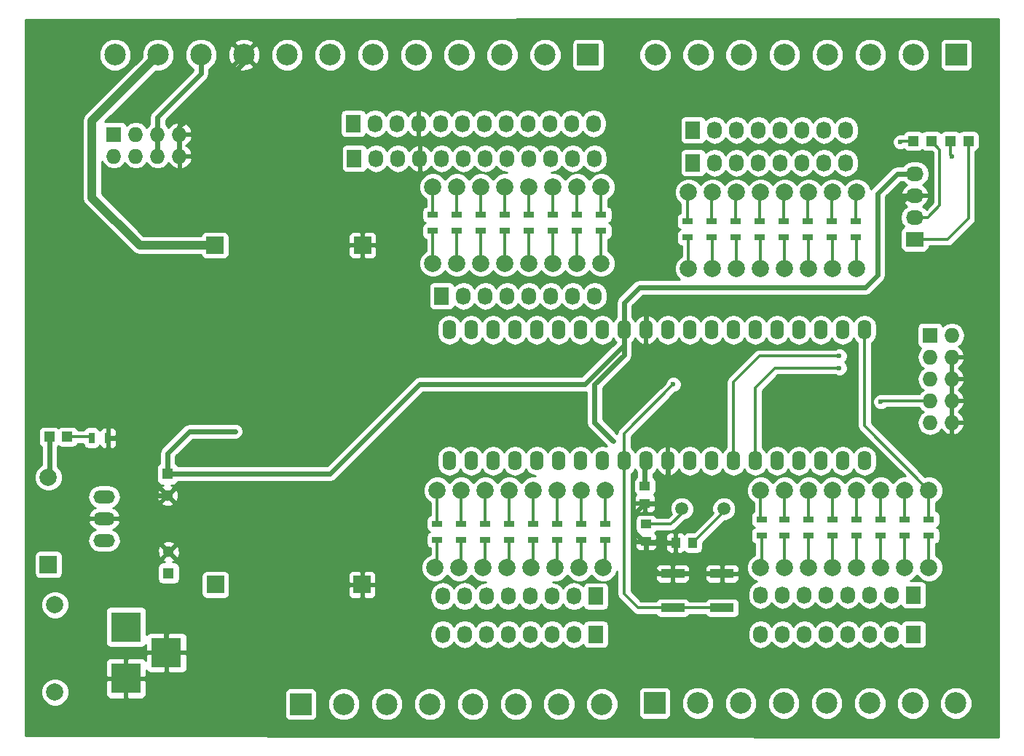
<source format=gbr>
G04 #@! TF.FileFunction,Copper,L1,Top,Signal*
%FSLAX46Y46*%
G04 Gerber Fmt 4.6, Leading zero omitted, Abs format (unit mm)*
G04 Created by KiCad (PCBNEW 201611211049+7371~55~ubuntu16.10.1-product) date Tue Dec 27 15:06:12 2016*
%MOMM*%
%LPD*%
G01*
G04 APERTURE LIST*
%ADD10C,0.100000*%
%ADD11R,1.300000X1.300000*%
%ADD12C,1.300000*%
%ADD13R,3.500120X3.500120*%
%ADD14R,1.727200X1.727200*%
%ADD15O,1.727200X1.727200*%
%ADD16C,1.998980*%
%ADD17R,1.998980X1.998980*%
%ADD18O,1.600000X2.300000*%
%ADD19R,2.750000X1.000000*%
%ADD20O,2.499360X1.501140*%
%ADD21C,1.501140*%
%ADD22R,1.250000X1.000000*%
%ADD23R,1.000000X1.250000*%
%ADD24R,1.198880X1.198880*%
%ADD25R,0.700000X1.300000*%
%ADD26R,1.300000X0.700000*%
%ADD27C,2.500000*%
%ADD28R,2.500000X2.500000*%
%ADD29R,1.727200X2.032000*%
%ADD30O,1.727200X2.032000*%
%ADD31R,2.032000X1.727200*%
%ADD32O,2.032000X1.727200*%
%ADD33C,0.600000*%
%ADD34C,1.000000*%
%ADD35C,0.600000*%
%ADD36C,0.350000*%
%ADD37C,0.254000*%
G04 APERTURE END LIST*
D10*
D11*
X109474000Y-105156000D03*
D12*
X109474000Y-102656000D03*
D11*
X109347000Y-93599000D03*
D12*
X109347000Y-96099000D03*
D13*
X104521000Y-111401860D03*
X104521000Y-117401340D03*
X109220000Y-114401600D03*
D14*
X197993000Y-77470000D03*
D15*
X200533000Y-77470000D03*
X197993000Y-80010000D03*
X200533000Y-80010000D03*
X197993000Y-82550000D03*
X200533000Y-82550000D03*
X197993000Y-85090000D03*
X200533000Y-85090000D03*
X197993000Y-87630000D03*
X200533000Y-87630000D03*
D16*
X95501460Y-93980000D03*
D17*
X95501460Y-104140000D03*
D16*
X96266000Y-118999000D03*
X96266000Y-108839000D03*
D18*
X142113000Y-92075000D03*
X144653000Y-92075000D03*
X147193000Y-92075000D03*
X149733000Y-92075000D03*
X152273000Y-92075000D03*
X154813000Y-92075000D03*
X157353000Y-92075000D03*
X159893000Y-92075000D03*
X162433000Y-92075000D03*
X164973000Y-92075000D03*
X167513000Y-92075000D03*
X170053000Y-92075000D03*
X172593000Y-92075000D03*
X175133000Y-92075000D03*
X177673000Y-92075000D03*
X180213000Y-92075000D03*
X182753000Y-92075000D03*
X185293000Y-92075000D03*
X187833000Y-92075000D03*
X190373000Y-92075000D03*
X190373000Y-76835000D03*
X187833000Y-76835000D03*
X185293000Y-76835000D03*
X182753000Y-76835000D03*
X180213000Y-76835000D03*
X177673000Y-76835000D03*
X175133000Y-76835000D03*
X172593000Y-76835000D03*
X170053000Y-76835000D03*
X167513000Y-76835000D03*
X164973000Y-76835000D03*
X162433000Y-76835000D03*
X159893000Y-76835000D03*
X157353000Y-76835000D03*
X154813000Y-76835000D03*
X152273000Y-76835000D03*
X149733000Y-76835000D03*
X147193000Y-76835000D03*
X144653000Y-76835000D03*
X142113000Y-76835000D03*
D17*
X114919000Y-106489500D03*
X131969000Y-106489500D03*
X114871500Y-66992500D03*
X132016500Y-66992500D03*
D19*
X168067000Y-105188000D03*
X173817000Y-105188000D03*
X173817000Y-109188000D03*
X168067000Y-109188000D03*
D20*
X101981000Y-98806000D03*
X101981000Y-101346000D03*
X101981000Y-96266000D03*
D21*
X169136060Y-97663000D03*
X174017940Y-97663000D03*
D22*
X164973000Y-101457000D03*
X164973000Y-99457000D03*
D23*
X168418000Y-101600000D03*
X170418000Y-101600000D03*
D22*
X164846000Y-95012000D03*
X164846000Y-97012000D03*
D24*
X95597980Y-89281000D03*
X97696020Y-89281000D03*
D14*
X103124000Y-54102000D03*
D15*
X103124000Y-56642000D03*
X105664000Y-54102000D03*
X105664000Y-56642000D03*
X108204000Y-54102000D03*
X108204000Y-56642000D03*
X110744000Y-54102000D03*
X110744000Y-56642000D03*
D25*
X100523000Y-89408000D03*
X102423000Y-89408000D03*
D26*
X178435000Y-98872000D03*
X178435000Y-100772000D03*
X181102000Y-98872000D03*
X181102000Y-100772000D03*
X183896000Y-98872000D03*
X183896000Y-100772000D03*
X186690000Y-98872000D03*
X186690000Y-100772000D03*
X189484000Y-98872000D03*
X189484000Y-100772000D03*
X192278000Y-98872000D03*
X192278000Y-100772000D03*
X195072000Y-98872000D03*
X195072000Y-100772000D03*
X197866000Y-98872000D03*
X197866000Y-100772000D03*
X140208000Y-65339000D03*
X140208000Y-63439000D03*
X143002000Y-65339000D03*
X143002000Y-63439000D03*
X145796000Y-65339000D03*
X145796000Y-63439000D03*
X148590000Y-65339000D03*
X148590000Y-63439000D03*
X151384000Y-65339000D03*
X151384000Y-63439000D03*
X154178000Y-65339000D03*
X154178000Y-63439000D03*
X156972000Y-65339000D03*
X156972000Y-63439000D03*
X159766000Y-65339000D03*
X159766000Y-63439000D03*
X140716000Y-99380000D03*
X140716000Y-101280000D03*
X143510000Y-99380000D03*
X143510000Y-101280000D03*
X146304000Y-99380000D03*
X146304000Y-101280000D03*
X149098000Y-99380000D03*
X149098000Y-101280000D03*
X151892000Y-99380000D03*
X151892000Y-101280000D03*
X154686000Y-99380000D03*
X154686000Y-101280000D03*
X157480000Y-99380000D03*
X157480000Y-101280000D03*
X160274000Y-99380000D03*
X160274000Y-101280000D03*
X169799000Y-66101000D03*
X169799000Y-64201000D03*
X189357000Y-66101000D03*
X189357000Y-64201000D03*
X186563000Y-66101000D03*
X186563000Y-64201000D03*
X183769000Y-66101000D03*
X183769000Y-64201000D03*
X180975000Y-66101000D03*
X180975000Y-64201000D03*
X178181000Y-66101000D03*
X178181000Y-64201000D03*
X175387000Y-66101000D03*
X175387000Y-64201000D03*
X172593000Y-66101000D03*
X172593000Y-64201000D03*
D16*
X140208000Y-69088000D03*
X143002000Y-69088000D03*
X140716000Y-95504000D03*
X189484000Y-69723000D03*
X145796000Y-69088000D03*
X143510000Y-95504000D03*
X186690000Y-69723000D03*
X178308000Y-95504000D03*
X148590000Y-69088000D03*
X146304000Y-95504000D03*
X183896000Y-69723000D03*
X181102000Y-95504000D03*
X151384000Y-69088000D03*
X149098000Y-95504000D03*
X181102000Y-69723000D03*
X183896000Y-95504000D03*
X154178000Y-69088000D03*
X151892000Y-95504000D03*
X178308000Y-69723000D03*
X186690000Y-95504000D03*
X156972000Y-69088000D03*
X154686000Y-95504000D03*
X175514000Y-69723000D03*
X189484000Y-95504000D03*
X159766000Y-69088000D03*
X157480000Y-95504000D03*
X172720000Y-69723000D03*
X192278000Y-95504000D03*
X160274000Y-95504000D03*
X169926000Y-69723000D03*
X195072000Y-95504000D03*
X197866000Y-95504000D03*
X140208000Y-60198000D03*
X140462000Y-104521000D03*
X189484000Y-60833000D03*
X178308000Y-104521000D03*
X143002000Y-60198000D03*
X143256000Y-104521000D03*
X186690000Y-60833000D03*
X181102000Y-104521000D03*
X145796000Y-60198000D03*
X146050000Y-104521000D03*
X183896000Y-60833000D03*
X183896000Y-104521000D03*
X148590000Y-60198000D03*
X148844000Y-104521000D03*
X181102000Y-60833000D03*
X186690000Y-104521000D03*
X151384000Y-60198000D03*
X151638000Y-104521000D03*
X178308000Y-60833000D03*
X189484000Y-104521000D03*
X154178000Y-60198000D03*
X154432000Y-104521000D03*
X175514000Y-60833000D03*
X192278000Y-104521000D03*
X156972000Y-60198000D03*
X157226000Y-104521000D03*
X172720000Y-60833000D03*
X195072000Y-104521000D03*
X159766000Y-60198000D03*
X160020000Y-104521000D03*
X169926000Y-60833000D03*
X197866000Y-104521000D03*
D27*
X196041000Y-44831000D03*
D28*
X201041000Y-44831000D03*
D27*
X191041000Y-44831000D03*
X186041000Y-44831000D03*
X181041000Y-44831000D03*
X176041000Y-44831000D03*
X171041000Y-44831000D03*
X166041000Y-44831000D03*
X200989000Y-120269000D03*
X195989000Y-120269000D03*
X190989000Y-120269000D03*
X185989000Y-120269000D03*
X180989000Y-120269000D03*
X175989000Y-120269000D03*
D28*
X165989000Y-120269000D03*
D27*
X170989000Y-120269000D03*
X103242000Y-44831000D03*
X108242000Y-44831000D03*
X113242000Y-44831000D03*
X118242000Y-44831000D03*
X123242000Y-44831000D03*
X128242000Y-44831000D03*
X133242000Y-44831000D03*
X138242000Y-44831000D03*
X143242000Y-44831000D03*
X148242000Y-44831000D03*
D28*
X158242000Y-44831000D03*
D27*
X153242000Y-44831000D03*
X159841000Y-120396000D03*
X154841000Y-120396000D03*
X149841000Y-120396000D03*
X144841000Y-120396000D03*
X139841000Y-120396000D03*
X134841000Y-120396000D03*
D28*
X124841000Y-120396000D03*
D27*
X129841000Y-120396000D03*
D29*
X159131000Y-107823000D03*
D30*
X156591000Y-107823000D03*
X154051000Y-107823000D03*
X151511000Y-107823000D03*
X148971000Y-107823000D03*
X146431000Y-107823000D03*
X143891000Y-107823000D03*
X141351000Y-107823000D03*
D29*
X131064000Y-56896000D03*
D30*
X133604000Y-56896000D03*
X136144000Y-56896000D03*
X138684000Y-56896000D03*
X141224000Y-56896000D03*
X143764000Y-56896000D03*
X146304000Y-56896000D03*
X148844000Y-56896000D03*
X151384000Y-56896000D03*
X153924000Y-56896000D03*
X156464000Y-56896000D03*
X159004000Y-56896000D03*
X188214000Y-57404000D03*
X185674000Y-57404000D03*
X183134000Y-57404000D03*
X180594000Y-57404000D03*
X178054000Y-57404000D03*
X175514000Y-57404000D03*
X172974000Y-57404000D03*
D29*
X170434000Y-57404000D03*
X196088000Y-107696000D03*
D30*
X193548000Y-107696000D03*
X191008000Y-107696000D03*
X188468000Y-107696000D03*
X185928000Y-107696000D03*
X183388000Y-107696000D03*
X180848000Y-107696000D03*
X178308000Y-107696000D03*
D29*
X130937000Y-52832000D03*
D30*
X133477000Y-52832000D03*
X136017000Y-52832000D03*
X138557000Y-52832000D03*
X141097000Y-52832000D03*
X143637000Y-52832000D03*
X146177000Y-52832000D03*
X148717000Y-52832000D03*
X151257000Y-52832000D03*
X153797000Y-52832000D03*
X156337000Y-52832000D03*
X158877000Y-52832000D03*
D29*
X159131000Y-112268000D03*
D30*
X156591000Y-112268000D03*
X154051000Y-112268000D03*
X151511000Y-112268000D03*
X148971000Y-112268000D03*
X146431000Y-112268000D03*
X143891000Y-112268000D03*
X141351000Y-112268000D03*
X188214000Y-53594000D03*
X185674000Y-53594000D03*
X183134000Y-53594000D03*
X180594000Y-53594000D03*
X178054000Y-53594000D03*
X175514000Y-53594000D03*
X172974000Y-53594000D03*
D29*
X170434000Y-53594000D03*
X196088000Y-112268000D03*
D30*
X193548000Y-112268000D03*
X191008000Y-112268000D03*
X188468000Y-112268000D03*
X185928000Y-112268000D03*
X183388000Y-112268000D03*
X180848000Y-112268000D03*
X178308000Y-112268000D03*
D29*
X141224000Y-72898000D03*
D30*
X143764000Y-72898000D03*
X146304000Y-72898000D03*
X148844000Y-72898000D03*
X151384000Y-72898000D03*
X153924000Y-72898000D03*
X156464000Y-72898000D03*
X159004000Y-72898000D03*
D31*
X196215000Y-66294000D03*
D32*
X196215000Y-63754000D03*
X196215000Y-61214000D03*
X196215000Y-58674000D03*
D24*
X198153020Y-54864000D03*
X196054980Y-54864000D03*
X200372980Y-54864000D03*
X202471020Y-54864000D03*
D33*
X117221000Y-88646000D03*
X161163000Y-89789000D03*
X168148000Y-83185000D03*
X192278000Y-85217000D03*
X187452000Y-79883000D03*
X187452000Y-81280000D03*
X194564000Y-54991000D03*
X200533000Y-56642000D03*
D34*
X114871500Y-66992500D02*
X106108500Y-66992500D01*
X100584000Y-52489000D02*
X108242000Y-44831000D01*
X100584000Y-61468000D02*
X100584000Y-52489000D01*
X106108500Y-66992500D02*
X100584000Y-61468000D01*
D35*
X109220000Y-114401600D02*
X109220000Y-111379000D01*
X111887000Y-105069000D02*
X109474000Y-102656000D01*
X111887000Y-108712000D02*
X111887000Y-105069000D01*
X109220000Y-111379000D02*
X111887000Y-108712000D01*
X110744000Y-54102000D02*
X110744000Y-56642000D01*
X110744000Y-54102000D02*
X110744000Y-53213000D01*
X110744000Y-53213000D02*
X118242000Y-45715000D01*
X118242000Y-45715000D02*
X118242000Y-44831000D01*
X102423000Y-89408000D02*
X104394000Y-89408000D01*
X106767000Y-96099000D02*
X109347000Y-96099000D01*
X106045000Y-95377000D02*
X106767000Y-96099000D01*
X106045000Y-91059000D02*
X106045000Y-95377000D01*
X104394000Y-89408000D02*
X106045000Y-91059000D01*
X196215000Y-61214000D02*
X195453000Y-61214000D01*
X195453000Y-61214000D02*
X193802000Y-62865000D01*
X164973000Y-74422000D02*
X164973000Y-76835000D01*
X165989000Y-73406000D02*
X164973000Y-74422000D01*
X191643000Y-73406000D02*
X165989000Y-73406000D01*
X193802000Y-71247000D02*
X191643000Y-73406000D01*
X193802000Y-62865000D02*
X193802000Y-71247000D01*
X164846000Y-97012000D02*
X166767000Y-97012000D01*
X167513000Y-96266000D02*
X167513000Y-92075000D01*
X166767000Y-97012000D02*
X167513000Y-96266000D01*
X168067000Y-105188000D02*
X166402000Y-105188000D01*
X164973000Y-103759000D02*
X164973000Y-101457000D01*
X166402000Y-105188000D02*
X164973000Y-103759000D01*
X168067000Y-105188000D02*
X173817000Y-105188000D01*
X164973000Y-101457000D02*
X164703000Y-101457000D01*
X164703000Y-101457000D02*
X163576000Y-100330000D01*
X163576000Y-98282000D02*
X164846000Y-97012000D01*
X163576000Y-100330000D02*
X163576000Y-98282000D01*
X168418000Y-101600000D02*
X165116000Y-101600000D01*
X165116000Y-101600000D02*
X164973000Y-101457000D01*
X164846000Y-95012000D02*
X164846000Y-92202000D01*
X164846000Y-92202000D02*
X164973000Y-92075000D01*
X108204000Y-54102000D02*
X108204000Y-56642000D01*
X108204000Y-54102000D02*
X108204000Y-52070000D01*
X113242000Y-47032000D02*
X113242000Y-44831000D01*
X108204000Y-52070000D02*
X113242000Y-47032000D01*
X109347000Y-91186000D02*
X109347000Y-93599000D01*
X111887000Y-88646000D02*
X109347000Y-91186000D01*
X117221000Y-88646000D02*
X111887000Y-88646000D01*
X95597980Y-89281000D02*
X95597980Y-93883480D01*
X95597980Y-93883480D02*
X95501460Y-93980000D01*
X109347000Y-93599000D02*
X128270000Y-93599000D01*
X128270000Y-93599000D02*
X138684000Y-83185000D01*
X138684000Y-83185000D02*
X157861000Y-83185000D01*
X157861000Y-83185000D02*
X162433000Y-78613000D01*
X162433000Y-78613000D02*
X162433000Y-76835000D01*
X161163000Y-89789000D02*
X159004000Y-87630000D01*
X159004000Y-87630000D02*
X159004000Y-83185000D01*
X159004000Y-83185000D02*
X162433000Y-79756000D01*
X162433000Y-79756000D02*
X162433000Y-76835000D01*
X196215000Y-58674000D02*
X194183000Y-58674000D01*
X194183000Y-58674000D02*
X191897000Y-60960000D01*
X191897000Y-60960000D02*
X191897000Y-70485000D01*
X191897000Y-70485000D02*
X190500000Y-71882000D01*
X190500000Y-71882000D02*
X164211000Y-71882000D01*
X164211000Y-71882000D02*
X162433000Y-73660000D01*
X162433000Y-73660000D02*
X162433000Y-76835000D01*
D36*
X169136060Y-97663000D02*
X169136060Y-98198940D01*
X169136060Y-98198940D02*
X167878000Y-99457000D01*
X167878000Y-99457000D02*
X164973000Y-99457000D01*
X174017940Y-97663000D02*
X174017940Y-98000060D01*
X174017940Y-98000060D02*
X170418000Y-101600000D01*
X154686000Y-95504000D02*
X154686000Y-99380000D01*
X162433000Y-92075000D02*
X162433000Y-88900000D01*
X162433000Y-88900000D02*
X168148000Y-83185000D01*
X168067000Y-109188000D02*
X173817000Y-109188000D01*
X162433000Y-92075000D02*
X162433000Y-107569000D01*
X164052000Y-109188000D02*
X168067000Y-109188000D01*
X162433000Y-107569000D02*
X164052000Y-109188000D01*
X192405000Y-85090000D02*
X197993000Y-85090000D01*
X192278000Y-85217000D02*
X192405000Y-85090000D01*
X160274000Y-95504000D02*
X160274000Y-99380000D01*
X157480000Y-95504000D02*
X157480000Y-99380000D01*
X97696020Y-89281000D02*
X100396000Y-89281000D01*
X100396000Y-89281000D02*
X100523000Y-89408000D01*
X140208000Y-65339000D02*
X140208000Y-69088000D01*
X143002000Y-65339000D02*
X143002000Y-69088000D01*
X145796000Y-65339000D02*
X145796000Y-69088000D01*
X148590000Y-65339000D02*
X148590000Y-69088000D01*
X151384000Y-65339000D02*
X151384000Y-69088000D01*
X154178000Y-69088000D02*
X154178000Y-65339000D01*
X156972000Y-69088000D02*
X156972000Y-65339000D01*
X159766000Y-69088000D02*
X159766000Y-65339000D01*
X189484000Y-69723000D02*
X189484000Y-66228000D01*
X189484000Y-66228000D02*
X189357000Y-66101000D01*
X186690000Y-69723000D02*
X186690000Y-66228000D01*
X186690000Y-66228000D02*
X186563000Y-66101000D01*
X183896000Y-69723000D02*
X183896000Y-66228000D01*
X183896000Y-66228000D02*
X183769000Y-66101000D01*
X181102000Y-69723000D02*
X181102000Y-66228000D01*
X181102000Y-66228000D02*
X180975000Y-66101000D01*
X178308000Y-69723000D02*
X178308000Y-66228000D01*
X178308000Y-66228000D02*
X178181000Y-66101000D01*
X175514000Y-69723000D02*
X175514000Y-66228000D01*
X175514000Y-66228000D02*
X175387000Y-66101000D01*
X172720000Y-69723000D02*
X172720000Y-66228000D01*
X172720000Y-66228000D02*
X172593000Y-66101000D01*
X169926000Y-69723000D02*
X169926000Y-66228000D01*
X169926000Y-66228000D02*
X169799000Y-66101000D01*
X140716000Y-95504000D02*
X140716000Y-99380000D01*
X143510000Y-95504000D02*
X143510000Y-99380000D01*
X146304000Y-95504000D02*
X146304000Y-99380000D01*
X149098000Y-95504000D02*
X149098000Y-99380000D01*
X151892000Y-95504000D02*
X151892000Y-99380000D01*
X198153020Y-54864000D02*
X198153020Y-54897020D01*
X198153020Y-54897020D02*
X199136000Y-55880000D01*
X199136000Y-55880000D02*
X199136000Y-62357000D01*
X199136000Y-62357000D02*
X197739000Y-63754000D01*
X197739000Y-63754000D02*
X196215000Y-63754000D01*
X175133000Y-92075000D02*
X175133000Y-82931000D01*
X178181000Y-79883000D02*
X187452000Y-79883000D01*
X175133000Y-82931000D02*
X178181000Y-79883000D01*
X178308000Y-95504000D02*
X178308000Y-98745000D01*
X178308000Y-98745000D02*
X178435000Y-98872000D01*
X202471020Y-54864000D02*
X202471020Y-63847980D01*
X200025000Y-66294000D02*
X196215000Y-66294000D01*
X202471020Y-63847980D02*
X200025000Y-66294000D01*
X177673000Y-92075000D02*
X177673000Y-83566000D01*
X179959000Y-81280000D02*
X187452000Y-81280000D01*
X177673000Y-83566000D02*
X179959000Y-81280000D01*
X181102000Y-95504000D02*
X181102000Y-98872000D01*
X183896000Y-95504000D02*
X183896000Y-98872000D01*
X186690000Y-95504000D02*
X186690000Y-98872000D01*
X189484000Y-95504000D02*
X189484000Y-98872000D01*
X192278000Y-95504000D02*
X192278000Y-98872000D01*
X195072000Y-95504000D02*
X195072000Y-98872000D01*
X197866000Y-95504000D02*
X197866000Y-98872000D01*
X190373000Y-76835000D02*
X190373000Y-88011000D01*
X190373000Y-88011000D02*
X197866000Y-95504000D01*
X172593000Y-64201000D02*
X172593000Y-60960000D01*
X172593000Y-60960000D02*
X172720000Y-60833000D01*
X169799000Y-64201000D02*
X169799000Y-60960000D01*
X169799000Y-60960000D02*
X169926000Y-60833000D01*
X175387000Y-64201000D02*
X175387000Y-60960000D01*
X175387000Y-60960000D02*
X175514000Y-60833000D01*
X178181000Y-64201000D02*
X178181000Y-60960000D01*
X178181000Y-60960000D02*
X178308000Y-60833000D01*
X180975000Y-64201000D02*
X180975000Y-60960000D01*
X180975000Y-60960000D02*
X181102000Y-60833000D01*
X183769000Y-64201000D02*
X183769000Y-60960000D01*
X183769000Y-60960000D02*
X183896000Y-60833000D01*
X186563000Y-64201000D02*
X186563000Y-60960000D01*
X186563000Y-60960000D02*
X186690000Y-60833000D01*
X189357000Y-64201000D02*
X189357000Y-60960000D01*
X189357000Y-60960000D02*
X189484000Y-60833000D01*
X178435000Y-100772000D02*
X178435000Y-104394000D01*
X178435000Y-104394000D02*
X178308000Y-104521000D01*
X181102000Y-100772000D02*
X181102000Y-104521000D01*
X183896000Y-100772000D02*
X183896000Y-104521000D01*
X186690000Y-100772000D02*
X186690000Y-104521000D01*
X189484000Y-100772000D02*
X189484000Y-104521000D01*
X192278000Y-100772000D02*
X192278000Y-104521000D01*
X197866000Y-100772000D02*
X197866000Y-104521000D01*
X195072000Y-100772000D02*
X195072000Y-104521000D01*
X140716000Y-101280000D02*
X140716000Y-104267000D01*
X140716000Y-104267000D02*
X140462000Y-104521000D01*
X143510000Y-101280000D02*
X143510000Y-104267000D01*
X143510000Y-104267000D02*
X143256000Y-104521000D01*
X146304000Y-101280000D02*
X146304000Y-104267000D01*
X146304000Y-104267000D02*
X146050000Y-104521000D01*
X149098000Y-101280000D02*
X149098000Y-104267000D01*
X149098000Y-104267000D02*
X148844000Y-104521000D01*
X151892000Y-101280000D02*
X151892000Y-104267000D01*
X151892000Y-104267000D02*
X151638000Y-104521000D01*
X154686000Y-101280000D02*
X154686000Y-104267000D01*
X154686000Y-104267000D02*
X154432000Y-104521000D01*
X160274000Y-101280000D02*
X160274000Y-104267000D01*
X160274000Y-104267000D02*
X160020000Y-104521000D01*
X157480000Y-101280000D02*
X157480000Y-104267000D01*
X157480000Y-104267000D02*
X157226000Y-104521000D01*
X140208000Y-63439000D02*
X140208000Y-60198000D01*
X143002000Y-63439000D02*
X143002000Y-60198000D01*
X145796000Y-63439000D02*
X145796000Y-60198000D01*
X148590000Y-63439000D02*
X148590000Y-60198000D01*
X151384000Y-63439000D02*
X151384000Y-60198000D01*
X154178000Y-63439000D02*
X154178000Y-60198000D01*
X159766000Y-63439000D02*
X159766000Y-60198000D01*
X156972000Y-63439000D02*
X156972000Y-60198000D01*
X194564000Y-54991000D02*
X194691000Y-54864000D01*
X194691000Y-54864000D02*
X196054980Y-54864000D01*
X200372980Y-56481980D02*
X200372980Y-54864000D01*
X200533000Y-56642000D02*
X200372980Y-56481980D01*
D37*
G36*
X205994000Y-124205858D02*
X92837000Y-124079142D01*
X92837000Y-119322694D01*
X94631226Y-119322694D01*
X94879538Y-119923655D01*
X95338927Y-120383846D01*
X95939453Y-120633206D01*
X96589694Y-120633774D01*
X97190655Y-120385462D01*
X97650846Y-119926073D01*
X97900206Y-119325547D01*
X97900774Y-118675306D01*
X97652462Y-118074345D01*
X97265882Y-117687090D01*
X102135940Y-117687090D01*
X102135940Y-119277709D01*
X102232613Y-119511098D01*
X102411241Y-119689727D01*
X102644630Y-119786400D01*
X104235250Y-119786400D01*
X104394000Y-119627650D01*
X104394000Y-117528340D01*
X104648000Y-117528340D01*
X104648000Y-119627650D01*
X104806750Y-119786400D01*
X106397370Y-119786400D01*
X106630759Y-119689727D01*
X106809387Y-119511098D01*
X106906060Y-119277709D01*
X106906060Y-119146000D01*
X122943560Y-119146000D01*
X122943560Y-121646000D01*
X122992843Y-121893765D01*
X123133191Y-122103809D01*
X123343235Y-122244157D01*
X123591000Y-122293440D01*
X126091000Y-122293440D01*
X126338765Y-122244157D01*
X126548809Y-122103809D01*
X126689157Y-121893765D01*
X126738440Y-121646000D01*
X126738440Y-120769305D01*
X127955674Y-120769305D01*
X128242043Y-121462372D01*
X128771839Y-121993093D01*
X129464405Y-122280672D01*
X130214305Y-122281326D01*
X130907372Y-121994957D01*
X131438093Y-121465161D01*
X131725672Y-120772595D01*
X131725674Y-120769305D01*
X132955674Y-120769305D01*
X133242043Y-121462372D01*
X133771839Y-121993093D01*
X134464405Y-122280672D01*
X135214305Y-122281326D01*
X135907372Y-121994957D01*
X136438093Y-121465161D01*
X136725672Y-120772595D01*
X136725674Y-120769305D01*
X137955674Y-120769305D01*
X138242043Y-121462372D01*
X138771839Y-121993093D01*
X139464405Y-122280672D01*
X140214305Y-122281326D01*
X140907372Y-121994957D01*
X141438093Y-121465161D01*
X141725672Y-120772595D01*
X141725674Y-120769305D01*
X142955674Y-120769305D01*
X143242043Y-121462372D01*
X143771839Y-121993093D01*
X144464405Y-122280672D01*
X145214305Y-122281326D01*
X145907372Y-121994957D01*
X146438093Y-121465161D01*
X146725672Y-120772595D01*
X146725674Y-120769305D01*
X147955674Y-120769305D01*
X148242043Y-121462372D01*
X148771839Y-121993093D01*
X149464405Y-122280672D01*
X150214305Y-122281326D01*
X150907372Y-121994957D01*
X151438093Y-121465161D01*
X151725672Y-120772595D01*
X151725674Y-120769305D01*
X152955674Y-120769305D01*
X153242043Y-121462372D01*
X153771839Y-121993093D01*
X154464405Y-122280672D01*
X155214305Y-122281326D01*
X155907372Y-121994957D01*
X156438093Y-121465161D01*
X156725672Y-120772595D01*
X156725674Y-120769305D01*
X157955674Y-120769305D01*
X158242043Y-121462372D01*
X158771839Y-121993093D01*
X159464405Y-122280672D01*
X160214305Y-122281326D01*
X160907372Y-121994957D01*
X161438093Y-121465161D01*
X161725672Y-120772595D01*
X161726326Y-120022695D01*
X161439957Y-119329628D01*
X161129871Y-119019000D01*
X164091560Y-119019000D01*
X164091560Y-121519000D01*
X164140843Y-121766765D01*
X164281191Y-121976809D01*
X164491235Y-122117157D01*
X164739000Y-122166440D01*
X167239000Y-122166440D01*
X167486765Y-122117157D01*
X167696809Y-121976809D01*
X167837157Y-121766765D01*
X167886440Y-121519000D01*
X167886440Y-120642305D01*
X169103674Y-120642305D01*
X169390043Y-121335372D01*
X169919839Y-121866093D01*
X170612405Y-122153672D01*
X171362305Y-122154326D01*
X172055372Y-121867957D01*
X172586093Y-121338161D01*
X172873672Y-120645595D01*
X172873674Y-120642305D01*
X174103674Y-120642305D01*
X174390043Y-121335372D01*
X174919839Y-121866093D01*
X175612405Y-122153672D01*
X176362305Y-122154326D01*
X177055372Y-121867957D01*
X177586093Y-121338161D01*
X177873672Y-120645595D01*
X177873674Y-120642305D01*
X179103674Y-120642305D01*
X179390043Y-121335372D01*
X179919839Y-121866093D01*
X180612405Y-122153672D01*
X181362305Y-122154326D01*
X182055372Y-121867957D01*
X182586093Y-121338161D01*
X182873672Y-120645595D01*
X182873674Y-120642305D01*
X184103674Y-120642305D01*
X184390043Y-121335372D01*
X184919839Y-121866093D01*
X185612405Y-122153672D01*
X186362305Y-122154326D01*
X187055372Y-121867957D01*
X187586093Y-121338161D01*
X187873672Y-120645595D01*
X187873674Y-120642305D01*
X189103674Y-120642305D01*
X189390043Y-121335372D01*
X189919839Y-121866093D01*
X190612405Y-122153672D01*
X191362305Y-122154326D01*
X192055372Y-121867957D01*
X192586093Y-121338161D01*
X192873672Y-120645595D01*
X192873674Y-120642305D01*
X194103674Y-120642305D01*
X194390043Y-121335372D01*
X194919839Y-121866093D01*
X195612405Y-122153672D01*
X196362305Y-122154326D01*
X197055372Y-121867957D01*
X197586093Y-121338161D01*
X197873672Y-120645595D01*
X197873674Y-120642305D01*
X199103674Y-120642305D01*
X199390043Y-121335372D01*
X199919839Y-121866093D01*
X200612405Y-122153672D01*
X201362305Y-122154326D01*
X202055372Y-121867957D01*
X202586093Y-121338161D01*
X202873672Y-120645595D01*
X202874326Y-119895695D01*
X202587957Y-119202628D01*
X202058161Y-118671907D01*
X201365595Y-118384328D01*
X200615695Y-118383674D01*
X199922628Y-118670043D01*
X199391907Y-119199839D01*
X199104328Y-119892405D01*
X199103674Y-120642305D01*
X197873674Y-120642305D01*
X197874326Y-119895695D01*
X197587957Y-119202628D01*
X197058161Y-118671907D01*
X196365595Y-118384328D01*
X195615695Y-118383674D01*
X194922628Y-118670043D01*
X194391907Y-119199839D01*
X194104328Y-119892405D01*
X194103674Y-120642305D01*
X192873674Y-120642305D01*
X192874326Y-119895695D01*
X192587957Y-119202628D01*
X192058161Y-118671907D01*
X191365595Y-118384328D01*
X190615695Y-118383674D01*
X189922628Y-118670043D01*
X189391907Y-119199839D01*
X189104328Y-119892405D01*
X189103674Y-120642305D01*
X187873674Y-120642305D01*
X187874326Y-119895695D01*
X187587957Y-119202628D01*
X187058161Y-118671907D01*
X186365595Y-118384328D01*
X185615695Y-118383674D01*
X184922628Y-118670043D01*
X184391907Y-119199839D01*
X184104328Y-119892405D01*
X184103674Y-120642305D01*
X182873674Y-120642305D01*
X182874326Y-119895695D01*
X182587957Y-119202628D01*
X182058161Y-118671907D01*
X181365595Y-118384328D01*
X180615695Y-118383674D01*
X179922628Y-118670043D01*
X179391907Y-119199839D01*
X179104328Y-119892405D01*
X179103674Y-120642305D01*
X177873674Y-120642305D01*
X177874326Y-119895695D01*
X177587957Y-119202628D01*
X177058161Y-118671907D01*
X176365595Y-118384328D01*
X175615695Y-118383674D01*
X174922628Y-118670043D01*
X174391907Y-119199839D01*
X174104328Y-119892405D01*
X174103674Y-120642305D01*
X172873674Y-120642305D01*
X172874326Y-119895695D01*
X172587957Y-119202628D01*
X172058161Y-118671907D01*
X171365595Y-118384328D01*
X170615695Y-118383674D01*
X169922628Y-118670043D01*
X169391907Y-119199839D01*
X169104328Y-119892405D01*
X169103674Y-120642305D01*
X167886440Y-120642305D01*
X167886440Y-119019000D01*
X167837157Y-118771235D01*
X167696809Y-118561191D01*
X167486765Y-118420843D01*
X167239000Y-118371560D01*
X164739000Y-118371560D01*
X164491235Y-118420843D01*
X164281191Y-118561191D01*
X164140843Y-118771235D01*
X164091560Y-119019000D01*
X161129871Y-119019000D01*
X160910161Y-118798907D01*
X160217595Y-118511328D01*
X159467695Y-118510674D01*
X158774628Y-118797043D01*
X158243907Y-119326839D01*
X157956328Y-120019405D01*
X157955674Y-120769305D01*
X156725674Y-120769305D01*
X156726326Y-120022695D01*
X156439957Y-119329628D01*
X155910161Y-118798907D01*
X155217595Y-118511328D01*
X154467695Y-118510674D01*
X153774628Y-118797043D01*
X153243907Y-119326839D01*
X152956328Y-120019405D01*
X152955674Y-120769305D01*
X151725674Y-120769305D01*
X151726326Y-120022695D01*
X151439957Y-119329628D01*
X150910161Y-118798907D01*
X150217595Y-118511328D01*
X149467695Y-118510674D01*
X148774628Y-118797043D01*
X148243907Y-119326839D01*
X147956328Y-120019405D01*
X147955674Y-120769305D01*
X146725674Y-120769305D01*
X146726326Y-120022695D01*
X146439957Y-119329628D01*
X145910161Y-118798907D01*
X145217595Y-118511328D01*
X144467695Y-118510674D01*
X143774628Y-118797043D01*
X143243907Y-119326839D01*
X142956328Y-120019405D01*
X142955674Y-120769305D01*
X141725674Y-120769305D01*
X141726326Y-120022695D01*
X141439957Y-119329628D01*
X140910161Y-118798907D01*
X140217595Y-118511328D01*
X139467695Y-118510674D01*
X138774628Y-118797043D01*
X138243907Y-119326839D01*
X137956328Y-120019405D01*
X137955674Y-120769305D01*
X136725674Y-120769305D01*
X136726326Y-120022695D01*
X136439957Y-119329628D01*
X135910161Y-118798907D01*
X135217595Y-118511328D01*
X134467695Y-118510674D01*
X133774628Y-118797043D01*
X133243907Y-119326839D01*
X132956328Y-120019405D01*
X132955674Y-120769305D01*
X131725674Y-120769305D01*
X131726326Y-120022695D01*
X131439957Y-119329628D01*
X130910161Y-118798907D01*
X130217595Y-118511328D01*
X129467695Y-118510674D01*
X128774628Y-118797043D01*
X128243907Y-119326839D01*
X127956328Y-120019405D01*
X127955674Y-120769305D01*
X126738440Y-120769305D01*
X126738440Y-119146000D01*
X126689157Y-118898235D01*
X126548809Y-118688191D01*
X126338765Y-118547843D01*
X126091000Y-118498560D01*
X123591000Y-118498560D01*
X123343235Y-118547843D01*
X123133191Y-118688191D01*
X122992843Y-118898235D01*
X122943560Y-119146000D01*
X106906060Y-119146000D01*
X106906060Y-117687090D01*
X106747310Y-117528340D01*
X104648000Y-117528340D01*
X104394000Y-117528340D01*
X102294690Y-117528340D01*
X102135940Y-117687090D01*
X97265882Y-117687090D01*
X97193073Y-117614154D01*
X96592547Y-117364794D01*
X95942306Y-117364226D01*
X95341345Y-117612538D01*
X94881154Y-118071927D01*
X94631794Y-118672453D01*
X94631226Y-119322694D01*
X92837000Y-119322694D01*
X92837000Y-115524971D01*
X102135940Y-115524971D01*
X102135940Y-117115590D01*
X102294690Y-117274340D01*
X104394000Y-117274340D01*
X104394000Y-115175030D01*
X104648000Y-115175030D01*
X104648000Y-117274340D01*
X106747310Y-117274340D01*
X106906060Y-117115590D01*
X106906060Y-116449668D01*
X106931613Y-116511358D01*
X107110241Y-116689987D01*
X107343630Y-116786660D01*
X108934250Y-116786660D01*
X109093000Y-116627910D01*
X109093000Y-114528600D01*
X109347000Y-114528600D01*
X109347000Y-116627910D01*
X109505750Y-116786660D01*
X111096370Y-116786660D01*
X111329759Y-116689987D01*
X111508387Y-116511358D01*
X111605060Y-116277969D01*
X111605060Y-114687350D01*
X111446310Y-114528600D01*
X109347000Y-114528600D01*
X109093000Y-114528600D01*
X106993690Y-114528600D01*
X106834940Y-114687350D01*
X106834940Y-115353272D01*
X106809387Y-115291582D01*
X106630759Y-115112953D01*
X106397370Y-115016280D01*
X104806750Y-115016280D01*
X104648000Y-115175030D01*
X104394000Y-115175030D01*
X104235250Y-115016280D01*
X102644630Y-115016280D01*
X102411241Y-115112953D01*
X102232613Y-115291582D01*
X102135940Y-115524971D01*
X92837000Y-115524971D01*
X92837000Y-109162694D01*
X94631226Y-109162694D01*
X94879538Y-109763655D01*
X95338927Y-110223846D01*
X95939453Y-110473206D01*
X96589694Y-110473774D01*
X97190655Y-110225462D01*
X97650846Y-109766073D01*
X97698296Y-109651800D01*
X102123500Y-109651800D01*
X102123500Y-113151920D01*
X102172783Y-113399685D01*
X102313131Y-113609729D01*
X102523175Y-113750077D01*
X102770940Y-113799360D01*
X106271060Y-113799360D01*
X106518825Y-113750077D01*
X106728869Y-113609729D01*
X106834940Y-113450984D01*
X106834940Y-114115850D01*
X106993690Y-114274600D01*
X109093000Y-114274600D01*
X109093000Y-112175290D01*
X109347000Y-112175290D01*
X109347000Y-114274600D01*
X111446310Y-114274600D01*
X111605060Y-114115850D01*
X111605060Y-112525231D01*
X111508387Y-112291842D01*
X111329759Y-112113213D01*
X111257435Y-112083255D01*
X139852400Y-112083255D01*
X139852400Y-112452745D01*
X139966474Y-113026234D01*
X140291330Y-113512415D01*
X140777511Y-113837271D01*
X141351000Y-113951345D01*
X141924489Y-113837271D01*
X142410670Y-113512415D01*
X142621000Y-113197634D01*
X142831330Y-113512415D01*
X143317511Y-113837271D01*
X143891000Y-113951345D01*
X144464489Y-113837271D01*
X144950670Y-113512415D01*
X145161000Y-113197634D01*
X145371330Y-113512415D01*
X145857511Y-113837271D01*
X146431000Y-113951345D01*
X147004489Y-113837271D01*
X147490670Y-113512415D01*
X147701000Y-113197634D01*
X147911330Y-113512415D01*
X148397511Y-113837271D01*
X148971000Y-113951345D01*
X149544489Y-113837271D01*
X150030670Y-113512415D01*
X150241000Y-113197634D01*
X150451330Y-113512415D01*
X150937511Y-113837271D01*
X151511000Y-113951345D01*
X152084489Y-113837271D01*
X152570670Y-113512415D01*
X152781000Y-113197634D01*
X152991330Y-113512415D01*
X153477511Y-113837271D01*
X154051000Y-113951345D01*
X154624489Y-113837271D01*
X155110670Y-113512415D01*
X155321000Y-113197634D01*
X155531330Y-113512415D01*
X156017511Y-113837271D01*
X156591000Y-113951345D01*
X157164489Y-113837271D01*
X157650670Y-113512415D01*
X157662016Y-113495434D01*
X157669243Y-113531765D01*
X157809591Y-113741809D01*
X158019635Y-113882157D01*
X158267400Y-113931440D01*
X159994600Y-113931440D01*
X160242365Y-113882157D01*
X160452409Y-113741809D01*
X160592757Y-113531765D01*
X160642040Y-113284000D01*
X160642040Y-112083255D01*
X176809400Y-112083255D01*
X176809400Y-112452745D01*
X176923474Y-113026234D01*
X177248330Y-113512415D01*
X177734511Y-113837271D01*
X178308000Y-113951345D01*
X178881489Y-113837271D01*
X179367670Y-113512415D01*
X179578000Y-113197634D01*
X179788330Y-113512415D01*
X180274511Y-113837271D01*
X180848000Y-113951345D01*
X181421489Y-113837271D01*
X181907670Y-113512415D01*
X182118000Y-113197634D01*
X182328330Y-113512415D01*
X182814511Y-113837271D01*
X183388000Y-113951345D01*
X183961489Y-113837271D01*
X184447670Y-113512415D01*
X184658000Y-113197634D01*
X184868330Y-113512415D01*
X185354511Y-113837271D01*
X185928000Y-113951345D01*
X186501489Y-113837271D01*
X186987670Y-113512415D01*
X187198000Y-113197634D01*
X187408330Y-113512415D01*
X187894511Y-113837271D01*
X188468000Y-113951345D01*
X189041489Y-113837271D01*
X189527670Y-113512415D01*
X189738000Y-113197634D01*
X189948330Y-113512415D01*
X190434511Y-113837271D01*
X191008000Y-113951345D01*
X191581489Y-113837271D01*
X192067670Y-113512415D01*
X192278000Y-113197634D01*
X192488330Y-113512415D01*
X192974511Y-113837271D01*
X193548000Y-113951345D01*
X194121489Y-113837271D01*
X194607670Y-113512415D01*
X194619016Y-113495434D01*
X194626243Y-113531765D01*
X194766591Y-113741809D01*
X194976635Y-113882157D01*
X195224400Y-113931440D01*
X196951600Y-113931440D01*
X197199365Y-113882157D01*
X197409409Y-113741809D01*
X197549757Y-113531765D01*
X197599040Y-113284000D01*
X197599040Y-111252000D01*
X197549757Y-111004235D01*
X197409409Y-110794191D01*
X197199365Y-110653843D01*
X196951600Y-110604560D01*
X195224400Y-110604560D01*
X194976635Y-110653843D01*
X194766591Y-110794191D01*
X194626243Y-111004235D01*
X194619016Y-111040566D01*
X194607670Y-111023585D01*
X194121489Y-110698729D01*
X193548000Y-110584655D01*
X192974511Y-110698729D01*
X192488330Y-111023585D01*
X192278000Y-111338366D01*
X192067670Y-111023585D01*
X191581489Y-110698729D01*
X191008000Y-110584655D01*
X190434511Y-110698729D01*
X189948330Y-111023585D01*
X189738000Y-111338366D01*
X189527670Y-111023585D01*
X189041489Y-110698729D01*
X188468000Y-110584655D01*
X187894511Y-110698729D01*
X187408330Y-111023585D01*
X187198000Y-111338366D01*
X186987670Y-111023585D01*
X186501489Y-110698729D01*
X185928000Y-110584655D01*
X185354511Y-110698729D01*
X184868330Y-111023585D01*
X184658000Y-111338366D01*
X184447670Y-111023585D01*
X183961489Y-110698729D01*
X183388000Y-110584655D01*
X182814511Y-110698729D01*
X182328330Y-111023585D01*
X182118000Y-111338366D01*
X181907670Y-111023585D01*
X181421489Y-110698729D01*
X180848000Y-110584655D01*
X180274511Y-110698729D01*
X179788330Y-111023585D01*
X179578000Y-111338366D01*
X179367670Y-111023585D01*
X178881489Y-110698729D01*
X178308000Y-110584655D01*
X177734511Y-110698729D01*
X177248330Y-111023585D01*
X176923474Y-111509766D01*
X176809400Y-112083255D01*
X160642040Y-112083255D01*
X160642040Y-111252000D01*
X160592757Y-111004235D01*
X160452409Y-110794191D01*
X160242365Y-110653843D01*
X159994600Y-110604560D01*
X158267400Y-110604560D01*
X158019635Y-110653843D01*
X157809591Y-110794191D01*
X157669243Y-111004235D01*
X157662016Y-111040566D01*
X157650670Y-111023585D01*
X157164489Y-110698729D01*
X156591000Y-110584655D01*
X156017511Y-110698729D01*
X155531330Y-111023585D01*
X155321000Y-111338366D01*
X155110670Y-111023585D01*
X154624489Y-110698729D01*
X154051000Y-110584655D01*
X153477511Y-110698729D01*
X152991330Y-111023585D01*
X152781000Y-111338366D01*
X152570670Y-111023585D01*
X152084489Y-110698729D01*
X151511000Y-110584655D01*
X150937511Y-110698729D01*
X150451330Y-111023585D01*
X150241000Y-111338366D01*
X150030670Y-111023585D01*
X149544489Y-110698729D01*
X148971000Y-110584655D01*
X148397511Y-110698729D01*
X147911330Y-111023585D01*
X147701000Y-111338366D01*
X147490670Y-111023585D01*
X147004489Y-110698729D01*
X146431000Y-110584655D01*
X145857511Y-110698729D01*
X145371330Y-111023585D01*
X145161000Y-111338366D01*
X144950670Y-111023585D01*
X144464489Y-110698729D01*
X143891000Y-110584655D01*
X143317511Y-110698729D01*
X142831330Y-111023585D01*
X142621000Y-111338366D01*
X142410670Y-111023585D01*
X141924489Y-110698729D01*
X141351000Y-110584655D01*
X140777511Y-110698729D01*
X140291330Y-111023585D01*
X139966474Y-111509766D01*
X139852400Y-112083255D01*
X111257435Y-112083255D01*
X111096370Y-112016540D01*
X109505750Y-112016540D01*
X109347000Y-112175290D01*
X109093000Y-112175290D01*
X108934250Y-112016540D01*
X107343630Y-112016540D01*
X107110241Y-112113213D01*
X106931613Y-112291842D01*
X106918500Y-112323500D01*
X106918500Y-109651800D01*
X106869217Y-109404035D01*
X106728869Y-109193991D01*
X106518825Y-109053643D01*
X106271060Y-109004360D01*
X102770940Y-109004360D01*
X102523175Y-109053643D01*
X102313131Y-109193991D01*
X102172783Y-109404035D01*
X102123500Y-109651800D01*
X97698296Y-109651800D01*
X97900206Y-109165547D01*
X97900774Y-108515306D01*
X97652462Y-107914345D01*
X97193073Y-107454154D01*
X96592547Y-107204794D01*
X95942306Y-107204226D01*
X95341345Y-107452538D01*
X94881154Y-107911927D01*
X94631794Y-108512453D01*
X94631226Y-109162694D01*
X92837000Y-109162694D01*
X92837000Y-103140510D01*
X93854530Y-103140510D01*
X93854530Y-105139490D01*
X93903813Y-105387255D01*
X94044161Y-105597299D01*
X94254205Y-105737647D01*
X94501970Y-105786930D01*
X96500950Y-105786930D01*
X96748715Y-105737647D01*
X96958759Y-105597299D01*
X97099107Y-105387255D01*
X97148390Y-105139490D01*
X97148390Y-104506000D01*
X108176560Y-104506000D01*
X108176560Y-105806000D01*
X108225843Y-106053765D01*
X108366191Y-106263809D01*
X108576235Y-106404157D01*
X108824000Y-106453440D01*
X110124000Y-106453440D01*
X110371765Y-106404157D01*
X110581809Y-106263809D01*
X110722157Y-106053765D01*
X110771440Y-105806000D01*
X110771440Y-105490010D01*
X113272070Y-105490010D01*
X113272070Y-107488990D01*
X113321353Y-107736755D01*
X113461701Y-107946799D01*
X113671745Y-108087147D01*
X113919510Y-108136430D01*
X115918490Y-108136430D01*
X116166255Y-108087147D01*
X116376299Y-107946799D01*
X116516647Y-107736755D01*
X116565930Y-107488990D01*
X116565930Y-106775250D01*
X130334510Y-106775250D01*
X130334510Y-107615299D01*
X130431183Y-107848688D01*
X130609811Y-108027317D01*
X130843200Y-108123990D01*
X131683250Y-108123990D01*
X131842000Y-107965240D01*
X131842000Y-106616500D01*
X132096000Y-106616500D01*
X132096000Y-107965240D01*
X132254750Y-108123990D01*
X133094800Y-108123990D01*
X133328189Y-108027317D01*
X133506817Y-107848688D01*
X133603490Y-107615299D01*
X133603490Y-106775250D01*
X133444740Y-106616500D01*
X132096000Y-106616500D01*
X131842000Y-106616500D01*
X130493260Y-106616500D01*
X130334510Y-106775250D01*
X116565930Y-106775250D01*
X116565930Y-105490010D01*
X116540806Y-105363701D01*
X130334510Y-105363701D01*
X130334510Y-106203750D01*
X130493260Y-106362500D01*
X131842000Y-106362500D01*
X131842000Y-105013760D01*
X132096000Y-105013760D01*
X132096000Y-106362500D01*
X133444740Y-106362500D01*
X133603490Y-106203750D01*
X133603490Y-105363701D01*
X133506817Y-105130312D01*
X133328189Y-104951683D01*
X133094800Y-104855010D01*
X132254750Y-104855010D01*
X132096000Y-105013760D01*
X131842000Y-105013760D01*
X131683250Y-104855010D01*
X130843200Y-104855010D01*
X130609811Y-104951683D01*
X130431183Y-105130312D01*
X130334510Y-105363701D01*
X116540806Y-105363701D01*
X116516647Y-105242245D01*
X116376299Y-105032201D01*
X116166255Y-104891853D01*
X115918490Y-104842570D01*
X113919510Y-104842570D01*
X113671745Y-104891853D01*
X113461701Y-105032201D01*
X113321353Y-105242245D01*
X113272070Y-105490010D01*
X110771440Y-105490010D01*
X110771440Y-104506000D01*
X110722157Y-104258235D01*
X110581809Y-104048191D01*
X110371765Y-103907843D01*
X110124000Y-103858560D01*
X109961615Y-103858560D01*
X110137729Y-103785611D01*
X110193410Y-103555016D01*
X109474000Y-102835605D01*
X108754590Y-103555016D01*
X108810271Y-103785611D01*
X109019902Y-103858560D01*
X108824000Y-103858560D01*
X108576235Y-103907843D01*
X108366191Y-104048191D01*
X108225843Y-104258235D01*
X108176560Y-104506000D01*
X97148390Y-104506000D01*
X97148390Y-103140510D01*
X97099107Y-102892745D01*
X96958759Y-102682701D01*
X96748715Y-102542353D01*
X96500950Y-102493070D01*
X94501970Y-102493070D01*
X94254205Y-102542353D01*
X94044161Y-102682701D01*
X93903813Y-102892745D01*
X93854530Y-103140510D01*
X92837000Y-103140510D01*
X92837000Y-101346000D01*
X100059397Y-101346000D01*
X100164867Y-101876235D01*
X100465221Y-102325746D01*
X100914732Y-102626100D01*
X101444967Y-102731570D01*
X102517033Y-102731570D01*
X103047268Y-102626100D01*
X103273288Y-102475078D01*
X108176378Y-102475078D01*
X108205917Y-102985428D01*
X108344389Y-103319729D01*
X108574984Y-103375410D01*
X109294395Y-102656000D01*
X109653605Y-102656000D01*
X110373016Y-103375410D01*
X110603611Y-103319729D01*
X110771622Y-102836922D01*
X110742083Y-102326572D01*
X110603611Y-101992271D01*
X110373016Y-101936590D01*
X109653605Y-102656000D01*
X109294395Y-102656000D01*
X108574984Y-101936590D01*
X108344389Y-101992271D01*
X108176378Y-102475078D01*
X103273288Y-102475078D01*
X103496779Y-102325746D01*
X103797133Y-101876235D01*
X103820853Y-101756984D01*
X108754590Y-101756984D01*
X109474000Y-102476395D01*
X110193410Y-101756984D01*
X110137729Y-101526389D01*
X109654922Y-101358378D01*
X109144572Y-101387917D01*
X108810271Y-101526389D01*
X108754590Y-101756984D01*
X103820853Y-101756984D01*
X103902603Y-101346000D01*
X103797133Y-100815765D01*
X103496779Y-100366254D01*
X103047268Y-100065900D01*
X103037968Y-100064050D01*
X103127677Y-100037499D01*
X103549658Y-99695944D01*
X103808810Y-99218903D01*
X103822993Y-99147275D01*
X103700339Y-98933000D01*
X102108000Y-98933000D01*
X102108000Y-98953000D01*
X101854000Y-98953000D01*
X101854000Y-98933000D01*
X100261661Y-98933000D01*
X100139007Y-99147275D01*
X100153190Y-99218903D01*
X100412342Y-99695944D01*
X100834323Y-100037499D01*
X100924032Y-100064050D01*
X100914732Y-100065900D01*
X100465221Y-100366254D01*
X100164867Y-100815765D01*
X100059397Y-101346000D01*
X92837000Y-101346000D01*
X92837000Y-96266000D01*
X100059397Y-96266000D01*
X100164867Y-96796235D01*
X100465221Y-97245746D01*
X100914732Y-97546100D01*
X100924032Y-97547950D01*
X100834323Y-97574501D01*
X100412342Y-97916056D01*
X100153190Y-98393097D01*
X100139007Y-98464725D01*
X100261661Y-98679000D01*
X101854000Y-98679000D01*
X101854000Y-98659000D01*
X102108000Y-98659000D01*
X102108000Y-98679000D01*
X103700339Y-98679000D01*
X103822993Y-98464725D01*
X103808810Y-98393097D01*
X103549658Y-97916056D01*
X103127677Y-97574501D01*
X103037968Y-97547950D01*
X103047268Y-97546100D01*
X103496779Y-97245746D01*
X103662307Y-96998016D01*
X108627590Y-96998016D01*
X108683271Y-97228611D01*
X109166078Y-97396622D01*
X109676428Y-97367083D01*
X110010729Y-97228611D01*
X110066410Y-96998016D01*
X109347000Y-96278605D01*
X108627590Y-96998016D01*
X103662307Y-96998016D01*
X103797133Y-96796235D01*
X103902603Y-96266000D01*
X103833398Y-95918078D01*
X108049378Y-95918078D01*
X108078917Y-96428428D01*
X108217389Y-96762729D01*
X108447984Y-96818410D01*
X109167395Y-96099000D01*
X109526605Y-96099000D01*
X110246016Y-96818410D01*
X110476611Y-96762729D01*
X110644622Y-96279922D01*
X110615083Y-95769572D01*
X110476611Y-95435271D01*
X110246016Y-95379590D01*
X109526605Y-96099000D01*
X109167395Y-96099000D01*
X108447984Y-95379590D01*
X108217389Y-95435271D01*
X108049378Y-95918078D01*
X103833398Y-95918078D01*
X103797133Y-95735765D01*
X103496779Y-95286254D01*
X103047268Y-94985900D01*
X102517033Y-94880430D01*
X101444967Y-94880430D01*
X100914732Y-94985900D01*
X100465221Y-95286254D01*
X100164867Y-95735765D01*
X100059397Y-96266000D01*
X92837000Y-96266000D01*
X92837000Y-94303694D01*
X93866686Y-94303694D01*
X94114998Y-94904655D01*
X94574387Y-95364846D01*
X95174913Y-95614206D01*
X95825154Y-95614774D01*
X96426115Y-95366462D01*
X96886306Y-94907073D01*
X97135666Y-94306547D01*
X97136234Y-93656306D01*
X96887922Y-93055345D01*
X96781763Y-92949000D01*
X108049560Y-92949000D01*
X108049560Y-94249000D01*
X108098843Y-94496765D01*
X108239191Y-94706809D01*
X108449235Y-94847157D01*
X108697000Y-94896440D01*
X108859385Y-94896440D01*
X108683271Y-94969389D01*
X108627590Y-95199984D01*
X109347000Y-95919395D01*
X110066410Y-95199984D01*
X110010729Y-94969389D01*
X109801098Y-94896440D01*
X109997000Y-94896440D01*
X110244765Y-94847157D01*
X110454809Y-94706809D01*
X110570277Y-94534000D01*
X128270000Y-94534000D01*
X128627809Y-94462827D01*
X128931145Y-94260145D01*
X139071290Y-84120000D01*
X157861000Y-84120000D01*
X158069000Y-84078626D01*
X158069000Y-87630000D01*
X158140173Y-87987809D01*
X158342855Y-88291145D01*
X160409473Y-90357763D01*
X159893000Y-90255030D01*
X159343849Y-90364263D01*
X158878302Y-90675332D01*
X158623000Y-91057418D01*
X158367698Y-90675332D01*
X157902151Y-90364263D01*
X157353000Y-90255030D01*
X156803849Y-90364263D01*
X156338302Y-90675332D01*
X156083000Y-91057418D01*
X155827698Y-90675332D01*
X155362151Y-90364263D01*
X154813000Y-90255030D01*
X154263849Y-90364263D01*
X153798302Y-90675332D01*
X153543000Y-91057418D01*
X153287698Y-90675332D01*
X152822151Y-90364263D01*
X152273000Y-90255030D01*
X151723849Y-90364263D01*
X151258302Y-90675332D01*
X151003000Y-91057418D01*
X150747698Y-90675332D01*
X150282151Y-90364263D01*
X149733000Y-90255030D01*
X149183849Y-90364263D01*
X148718302Y-90675332D01*
X148463000Y-91057418D01*
X148207698Y-90675332D01*
X147742151Y-90364263D01*
X147193000Y-90255030D01*
X146643849Y-90364263D01*
X146178302Y-90675332D01*
X145923000Y-91057418D01*
X145667698Y-90675332D01*
X145202151Y-90364263D01*
X144653000Y-90255030D01*
X144103849Y-90364263D01*
X143638302Y-90675332D01*
X143383000Y-91057418D01*
X143127698Y-90675332D01*
X142662151Y-90364263D01*
X142113000Y-90255030D01*
X141563849Y-90364263D01*
X141098302Y-90675332D01*
X140787233Y-91140879D01*
X140678000Y-91690030D01*
X140678000Y-92459970D01*
X140787233Y-93009121D01*
X141098302Y-93474668D01*
X141563849Y-93785737D01*
X142113000Y-93894970D01*
X142662151Y-93785737D01*
X143127698Y-93474668D01*
X143383000Y-93092582D01*
X143638302Y-93474668D01*
X144103849Y-93785737D01*
X144653000Y-93894970D01*
X145202151Y-93785737D01*
X145667698Y-93474668D01*
X145923000Y-93092582D01*
X146178302Y-93474668D01*
X146643849Y-93785737D01*
X147193000Y-93894970D01*
X147742151Y-93785737D01*
X148207698Y-93474668D01*
X148463000Y-93092582D01*
X148718302Y-93474668D01*
X149183849Y-93785737D01*
X149733000Y-93894970D01*
X150282151Y-93785737D01*
X150747698Y-93474668D01*
X151003000Y-93092582D01*
X151258302Y-93474668D01*
X151723849Y-93785737D01*
X152146114Y-93869731D01*
X151568306Y-93869226D01*
X150967345Y-94117538D01*
X150507154Y-94576927D01*
X150495279Y-94605525D01*
X150484462Y-94579345D01*
X150025073Y-94119154D01*
X149424547Y-93869794D01*
X148774306Y-93869226D01*
X148173345Y-94117538D01*
X147713154Y-94576927D01*
X147701279Y-94605525D01*
X147690462Y-94579345D01*
X147231073Y-94119154D01*
X146630547Y-93869794D01*
X145980306Y-93869226D01*
X145379345Y-94117538D01*
X144919154Y-94576927D01*
X144907279Y-94605525D01*
X144896462Y-94579345D01*
X144437073Y-94119154D01*
X143836547Y-93869794D01*
X143186306Y-93869226D01*
X142585345Y-94117538D01*
X142125154Y-94576927D01*
X142113279Y-94605525D01*
X142102462Y-94579345D01*
X141643073Y-94119154D01*
X141042547Y-93869794D01*
X140392306Y-93869226D01*
X139791345Y-94117538D01*
X139331154Y-94576927D01*
X139081794Y-95177453D01*
X139081226Y-95827694D01*
X139329538Y-96428655D01*
X139788927Y-96888846D01*
X139906000Y-96937459D01*
X139906000Y-98414386D01*
X139818235Y-98431843D01*
X139608191Y-98572191D01*
X139467843Y-98782235D01*
X139418560Y-99030000D01*
X139418560Y-99730000D01*
X139467843Y-99977765D01*
X139608191Y-100187809D01*
X139818235Y-100328157D01*
X139827500Y-100330000D01*
X139818235Y-100331843D01*
X139608191Y-100472191D01*
X139467843Y-100682235D01*
X139418560Y-100930000D01*
X139418560Y-101630000D01*
X139467843Y-101877765D01*
X139608191Y-102087809D01*
X139818235Y-102228157D01*
X139906000Y-102245614D01*
X139906000Y-102982213D01*
X139537345Y-103134538D01*
X139077154Y-103593927D01*
X138827794Y-104194453D01*
X138827226Y-104844694D01*
X139075538Y-105445655D01*
X139534927Y-105905846D01*
X140135453Y-106155206D01*
X140785694Y-106155774D01*
X141386655Y-105907462D01*
X141846846Y-105448073D01*
X141858721Y-105419475D01*
X141869538Y-105445655D01*
X142328927Y-105905846D01*
X142929453Y-106155206D01*
X143579694Y-106155774D01*
X144180655Y-105907462D01*
X144640846Y-105448073D01*
X144652721Y-105419475D01*
X144663538Y-105445655D01*
X145122927Y-105905846D01*
X145723453Y-106155206D01*
X146350068Y-106155753D01*
X145857511Y-106253729D01*
X145371330Y-106578585D01*
X145161000Y-106893366D01*
X144950670Y-106578585D01*
X144464489Y-106253729D01*
X143891000Y-106139655D01*
X143317511Y-106253729D01*
X142831330Y-106578585D01*
X142621000Y-106893366D01*
X142410670Y-106578585D01*
X141924489Y-106253729D01*
X141351000Y-106139655D01*
X140777511Y-106253729D01*
X140291330Y-106578585D01*
X139966474Y-107064766D01*
X139852400Y-107638255D01*
X139852400Y-108007745D01*
X139966474Y-108581234D01*
X140291330Y-109067415D01*
X140777511Y-109392271D01*
X141351000Y-109506345D01*
X141924489Y-109392271D01*
X142410670Y-109067415D01*
X142621000Y-108752634D01*
X142831330Y-109067415D01*
X143317511Y-109392271D01*
X143891000Y-109506345D01*
X144464489Y-109392271D01*
X144950670Y-109067415D01*
X145161000Y-108752634D01*
X145371330Y-109067415D01*
X145857511Y-109392271D01*
X146431000Y-109506345D01*
X147004489Y-109392271D01*
X147490670Y-109067415D01*
X147701000Y-108752634D01*
X147911330Y-109067415D01*
X148397511Y-109392271D01*
X148971000Y-109506345D01*
X149544489Y-109392271D01*
X150030670Y-109067415D01*
X150241000Y-108752634D01*
X150451330Y-109067415D01*
X150937511Y-109392271D01*
X151511000Y-109506345D01*
X152084489Y-109392271D01*
X152570670Y-109067415D01*
X152781000Y-108752634D01*
X152991330Y-109067415D01*
X153477511Y-109392271D01*
X154051000Y-109506345D01*
X154624489Y-109392271D01*
X155110670Y-109067415D01*
X155321000Y-108752634D01*
X155531330Y-109067415D01*
X156017511Y-109392271D01*
X156591000Y-109506345D01*
X157164489Y-109392271D01*
X157650670Y-109067415D01*
X157662016Y-109050434D01*
X157669243Y-109086765D01*
X157809591Y-109296809D01*
X158019635Y-109437157D01*
X158267400Y-109486440D01*
X159994600Y-109486440D01*
X160242365Y-109437157D01*
X160452409Y-109296809D01*
X160592757Y-109086765D01*
X160642040Y-108839000D01*
X160642040Y-106807000D01*
X160592757Y-106559235D01*
X160452409Y-106349191D01*
X160242365Y-106208843D01*
X159994600Y-106159560D01*
X158267400Y-106159560D01*
X158019635Y-106208843D01*
X157809591Y-106349191D01*
X157669243Y-106559235D01*
X157662016Y-106595566D01*
X157650670Y-106578585D01*
X157164489Y-106253729D01*
X156591000Y-106139655D01*
X156017511Y-106253729D01*
X155531330Y-106578585D01*
X155321000Y-106893366D01*
X155110670Y-106578585D01*
X154624489Y-106253729D01*
X154129285Y-106155227D01*
X154755694Y-106155774D01*
X155356655Y-105907462D01*
X155816846Y-105448073D01*
X155828721Y-105419475D01*
X155839538Y-105445655D01*
X156298927Y-105905846D01*
X156899453Y-106155206D01*
X157549694Y-106155774D01*
X158150655Y-105907462D01*
X158610846Y-105448073D01*
X158622721Y-105419475D01*
X158633538Y-105445655D01*
X159092927Y-105905846D01*
X159693453Y-106155206D01*
X160343694Y-106155774D01*
X160944655Y-105907462D01*
X161404846Y-105448073D01*
X161623000Y-104922699D01*
X161623000Y-107569000D01*
X161684658Y-107878974D01*
X161783778Y-108027317D01*
X161860244Y-108141756D01*
X163479244Y-109760757D01*
X163742027Y-109936343D01*
X163879897Y-109963766D01*
X164052000Y-109998000D01*
X166135427Y-109998000D01*
X166234191Y-110145809D01*
X166444235Y-110286157D01*
X166692000Y-110335440D01*
X169442000Y-110335440D01*
X169689765Y-110286157D01*
X169899809Y-110145809D01*
X169998573Y-109998000D01*
X171885427Y-109998000D01*
X171984191Y-110145809D01*
X172194235Y-110286157D01*
X172442000Y-110335440D01*
X175192000Y-110335440D01*
X175439765Y-110286157D01*
X175649809Y-110145809D01*
X175790157Y-109935765D01*
X175839440Y-109688000D01*
X175839440Y-108688000D01*
X175790157Y-108440235D01*
X175649809Y-108230191D01*
X175439765Y-108089843D01*
X175192000Y-108040560D01*
X172442000Y-108040560D01*
X172194235Y-108089843D01*
X171984191Y-108230191D01*
X171885427Y-108378000D01*
X169998573Y-108378000D01*
X169899809Y-108230191D01*
X169689765Y-108089843D01*
X169442000Y-108040560D01*
X166692000Y-108040560D01*
X166444235Y-108089843D01*
X166234191Y-108230191D01*
X166135427Y-108378000D01*
X164387513Y-108378000D01*
X163243000Y-107233488D01*
X163243000Y-105473750D01*
X166057000Y-105473750D01*
X166057000Y-105814310D01*
X166153673Y-106047699D01*
X166332302Y-106226327D01*
X166565691Y-106323000D01*
X167781250Y-106323000D01*
X167940000Y-106164250D01*
X167940000Y-105315000D01*
X168194000Y-105315000D01*
X168194000Y-106164250D01*
X168352750Y-106323000D01*
X169568309Y-106323000D01*
X169801698Y-106226327D01*
X169980327Y-106047699D01*
X170077000Y-105814310D01*
X170077000Y-105473750D01*
X171807000Y-105473750D01*
X171807000Y-105814310D01*
X171903673Y-106047699D01*
X172082302Y-106226327D01*
X172315691Y-106323000D01*
X173531250Y-106323000D01*
X173690000Y-106164250D01*
X173690000Y-105315000D01*
X173944000Y-105315000D01*
X173944000Y-106164250D01*
X174102750Y-106323000D01*
X175318309Y-106323000D01*
X175551698Y-106226327D01*
X175730327Y-106047699D01*
X175827000Y-105814310D01*
X175827000Y-105473750D01*
X175668250Y-105315000D01*
X173944000Y-105315000D01*
X173690000Y-105315000D01*
X171965750Y-105315000D01*
X171807000Y-105473750D01*
X170077000Y-105473750D01*
X169918250Y-105315000D01*
X168194000Y-105315000D01*
X167940000Y-105315000D01*
X166215750Y-105315000D01*
X166057000Y-105473750D01*
X163243000Y-105473750D01*
X163243000Y-104561690D01*
X166057000Y-104561690D01*
X166057000Y-104902250D01*
X166215750Y-105061000D01*
X167940000Y-105061000D01*
X167940000Y-104211750D01*
X168194000Y-104211750D01*
X168194000Y-105061000D01*
X169918250Y-105061000D01*
X170077000Y-104902250D01*
X170077000Y-104561690D01*
X171807000Y-104561690D01*
X171807000Y-104902250D01*
X171965750Y-105061000D01*
X173690000Y-105061000D01*
X173690000Y-104211750D01*
X173944000Y-104211750D01*
X173944000Y-105061000D01*
X175668250Y-105061000D01*
X175827000Y-104902250D01*
X175827000Y-104561690D01*
X175730327Y-104328301D01*
X175551698Y-104149673D01*
X175318309Y-104053000D01*
X174102750Y-104053000D01*
X173944000Y-104211750D01*
X173690000Y-104211750D01*
X173531250Y-104053000D01*
X172315691Y-104053000D01*
X172082302Y-104149673D01*
X171903673Y-104328301D01*
X171807000Y-104561690D01*
X170077000Y-104561690D01*
X169980327Y-104328301D01*
X169801698Y-104149673D01*
X169568309Y-104053000D01*
X168352750Y-104053000D01*
X168194000Y-104211750D01*
X167940000Y-104211750D01*
X167781250Y-104053000D01*
X166565691Y-104053000D01*
X166332302Y-104149673D01*
X166153673Y-104328301D01*
X166057000Y-104561690D01*
X163243000Y-104561690D01*
X163243000Y-101742750D01*
X163713000Y-101742750D01*
X163713000Y-102083309D01*
X163809673Y-102316698D01*
X163988301Y-102495327D01*
X164221690Y-102592000D01*
X164687250Y-102592000D01*
X164846000Y-102433250D01*
X164846000Y-101584000D01*
X165100000Y-101584000D01*
X165100000Y-102433250D01*
X165258750Y-102592000D01*
X165724310Y-102592000D01*
X165957699Y-102495327D01*
X166136327Y-102316698D01*
X166233000Y-102083309D01*
X166233000Y-101885750D01*
X167283000Y-101885750D01*
X167283000Y-102351310D01*
X167379673Y-102584699D01*
X167558302Y-102763327D01*
X167791691Y-102860000D01*
X168132250Y-102860000D01*
X168291000Y-102701250D01*
X168291000Y-101727000D01*
X167441750Y-101727000D01*
X167283000Y-101885750D01*
X166233000Y-101885750D01*
X166233000Y-101742750D01*
X166074250Y-101584000D01*
X165100000Y-101584000D01*
X164846000Y-101584000D01*
X163871750Y-101584000D01*
X163713000Y-101742750D01*
X163243000Y-101742750D01*
X163243000Y-98957000D01*
X163700560Y-98957000D01*
X163700560Y-99957000D01*
X163749843Y-100204765D01*
X163890191Y-100414809D01*
X163951320Y-100455654D01*
X163809673Y-100597302D01*
X163713000Y-100830691D01*
X163713000Y-101171250D01*
X163871750Y-101330000D01*
X164846000Y-101330000D01*
X164846000Y-101310000D01*
X165100000Y-101310000D01*
X165100000Y-101330000D01*
X166074250Y-101330000D01*
X166233000Y-101171250D01*
X166233000Y-100848690D01*
X167283000Y-100848690D01*
X167283000Y-101314250D01*
X167441750Y-101473000D01*
X168291000Y-101473000D01*
X168291000Y-100498750D01*
X168545000Y-100498750D01*
X168545000Y-101473000D01*
X168565000Y-101473000D01*
X168565000Y-101727000D01*
X168545000Y-101727000D01*
X168545000Y-102701250D01*
X168703750Y-102860000D01*
X169044309Y-102860000D01*
X169277698Y-102763327D01*
X169419346Y-102621680D01*
X169460191Y-102682809D01*
X169670235Y-102823157D01*
X169918000Y-102872440D01*
X170918000Y-102872440D01*
X171165765Y-102823157D01*
X171375809Y-102682809D01*
X171516157Y-102472765D01*
X171565440Y-102225000D01*
X171565440Y-101598072D01*
X174114858Y-99048655D01*
X174292338Y-99048810D01*
X174801777Y-98838314D01*
X175191884Y-98448887D01*
X175403269Y-97939816D01*
X175403750Y-97388602D01*
X175193254Y-96879163D01*
X174803827Y-96489056D01*
X174294756Y-96277671D01*
X173743542Y-96277190D01*
X173234103Y-96487686D01*
X172843996Y-96877113D01*
X172632611Y-97386184D01*
X172632130Y-97937398D01*
X172720710Y-98151777D01*
X170544928Y-100327560D01*
X169918000Y-100327560D01*
X169670235Y-100376843D01*
X169460191Y-100517191D01*
X169419346Y-100578320D01*
X169277698Y-100436673D01*
X169044309Y-100340000D01*
X168703750Y-100340000D01*
X168545000Y-100498750D01*
X168291000Y-100498750D01*
X168132250Y-100340000D01*
X167791691Y-100340000D01*
X167558302Y-100436673D01*
X167379673Y-100615301D01*
X167283000Y-100848690D01*
X166233000Y-100848690D01*
X166233000Y-100830691D01*
X166136327Y-100597302D01*
X165994680Y-100455654D01*
X166055809Y-100414809D01*
X166154573Y-100267000D01*
X167878000Y-100267000D01*
X168187974Y-100205342D01*
X168450756Y-100029756D01*
X169446662Y-99033851D01*
X169919897Y-98838314D01*
X170310004Y-98448887D01*
X170521389Y-97939816D01*
X170521870Y-97388602D01*
X170311374Y-96879163D01*
X169921947Y-96489056D01*
X169412876Y-96277671D01*
X168861662Y-96277190D01*
X168352223Y-96487686D01*
X167962116Y-96877113D01*
X167750731Y-97386184D01*
X167750250Y-97937398D01*
X167896979Y-98292509D01*
X167542488Y-98647000D01*
X166154573Y-98647000D01*
X166055809Y-98499191D01*
X165845765Y-98358843D01*
X165598000Y-98309560D01*
X164348000Y-98309560D01*
X164100235Y-98358843D01*
X163890191Y-98499191D01*
X163749843Y-98709235D01*
X163700560Y-98957000D01*
X163243000Y-98957000D01*
X163243000Y-97297750D01*
X163586000Y-97297750D01*
X163586000Y-97638309D01*
X163682673Y-97871698D01*
X163861301Y-98050327D01*
X164094690Y-98147000D01*
X164560250Y-98147000D01*
X164719000Y-97988250D01*
X164719000Y-97139000D01*
X164973000Y-97139000D01*
X164973000Y-97988250D01*
X165131750Y-98147000D01*
X165597310Y-98147000D01*
X165830699Y-98050327D01*
X166009327Y-97871698D01*
X166106000Y-97638309D01*
X166106000Y-97297750D01*
X165947250Y-97139000D01*
X164973000Y-97139000D01*
X164719000Y-97139000D01*
X163744750Y-97139000D01*
X163586000Y-97297750D01*
X163243000Y-97297750D01*
X163243000Y-93611443D01*
X163447698Y-93474668D01*
X163703000Y-93092582D01*
X163911000Y-93403876D01*
X163911000Y-93955427D01*
X163763191Y-94054191D01*
X163622843Y-94264235D01*
X163573560Y-94512000D01*
X163573560Y-95512000D01*
X163622843Y-95759765D01*
X163763191Y-95969809D01*
X163824320Y-96010654D01*
X163682673Y-96152302D01*
X163586000Y-96385691D01*
X163586000Y-96726250D01*
X163744750Y-96885000D01*
X164719000Y-96885000D01*
X164719000Y-96865000D01*
X164973000Y-96865000D01*
X164973000Y-96885000D01*
X165947250Y-96885000D01*
X166106000Y-96726250D01*
X166106000Y-96385691D01*
X166009327Y-96152302D01*
X165867680Y-96010654D01*
X165928809Y-95969809D01*
X166069157Y-95759765D01*
X166118440Y-95512000D01*
X166118440Y-94512000D01*
X166069157Y-94264235D01*
X165928809Y-94054191D01*
X165781000Y-93955427D01*
X165781000Y-93612779D01*
X165987698Y-93474668D01*
X166240149Y-93096849D01*
X166588104Y-93529500D01*
X167081181Y-93799367D01*
X167163961Y-93816904D01*
X167386000Y-93694915D01*
X167386000Y-92202000D01*
X167366000Y-92202000D01*
X167366000Y-91948000D01*
X167386000Y-91948000D01*
X167386000Y-90455085D01*
X167640000Y-90455085D01*
X167640000Y-91948000D01*
X167660000Y-91948000D01*
X167660000Y-92202000D01*
X167640000Y-92202000D01*
X167640000Y-93694915D01*
X167862039Y-93816904D01*
X167944819Y-93799367D01*
X168437896Y-93529500D01*
X168785851Y-93096849D01*
X169038302Y-93474668D01*
X169503849Y-93785737D01*
X170053000Y-93894970D01*
X170602151Y-93785737D01*
X171067698Y-93474668D01*
X171323000Y-93092582D01*
X171578302Y-93474668D01*
X172043849Y-93785737D01*
X172593000Y-93894970D01*
X173142151Y-93785737D01*
X173607698Y-93474668D01*
X173863000Y-93092582D01*
X174118302Y-93474668D01*
X174583849Y-93785737D01*
X175133000Y-93894970D01*
X175682151Y-93785737D01*
X176147698Y-93474668D01*
X176403000Y-93092582D01*
X176658302Y-93474668D01*
X177123849Y-93785737D01*
X177673000Y-93894970D01*
X178222151Y-93785737D01*
X178687698Y-93474668D01*
X178943000Y-93092582D01*
X179198302Y-93474668D01*
X179663849Y-93785737D01*
X180213000Y-93894970D01*
X180762151Y-93785737D01*
X181227698Y-93474668D01*
X181483000Y-93092582D01*
X181738302Y-93474668D01*
X182203849Y-93785737D01*
X182753000Y-93894970D01*
X183302151Y-93785737D01*
X183767698Y-93474668D01*
X184023000Y-93092582D01*
X184278302Y-93474668D01*
X184743849Y-93785737D01*
X185293000Y-93894970D01*
X185842151Y-93785737D01*
X186307698Y-93474668D01*
X186563000Y-93092582D01*
X186818302Y-93474668D01*
X187283849Y-93785737D01*
X187833000Y-93894970D01*
X188382151Y-93785737D01*
X188847698Y-93474668D01*
X189103000Y-93092582D01*
X189358302Y-93474668D01*
X189823849Y-93785737D01*
X190373000Y-93894970D01*
X190922151Y-93785737D01*
X191387698Y-93474668D01*
X191698767Y-93009121D01*
X191808000Y-92459970D01*
X191808000Y-91690030D01*
X191698767Y-91140879D01*
X191387698Y-90675332D01*
X190922151Y-90364263D01*
X190373000Y-90255030D01*
X189823849Y-90364263D01*
X189358302Y-90675332D01*
X189103000Y-91057418D01*
X188847698Y-90675332D01*
X188382151Y-90364263D01*
X187833000Y-90255030D01*
X187283849Y-90364263D01*
X186818302Y-90675332D01*
X186563000Y-91057418D01*
X186307698Y-90675332D01*
X185842151Y-90364263D01*
X185293000Y-90255030D01*
X184743849Y-90364263D01*
X184278302Y-90675332D01*
X184023000Y-91057418D01*
X183767698Y-90675332D01*
X183302151Y-90364263D01*
X182753000Y-90255030D01*
X182203849Y-90364263D01*
X181738302Y-90675332D01*
X181483000Y-91057418D01*
X181227698Y-90675332D01*
X180762151Y-90364263D01*
X180213000Y-90255030D01*
X179663849Y-90364263D01*
X179198302Y-90675332D01*
X178943000Y-91057418D01*
X178687698Y-90675332D01*
X178483000Y-90538557D01*
X178483000Y-83901512D01*
X180294513Y-82090000D01*
X186964559Y-82090000D01*
X187265201Y-82214838D01*
X187637167Y-82215162D01*
X187980943Y-82073117D01*
X188244192Y-81810327D01*
X188386838Y-81466799D01*
X188387162Y-81094833D01*
X188245117Y-80751057D01*
X188075791Y-80581435D01*
X188244192Y-80413327D01*
X188386838Y-80069799D01*
X188387162Y-79697833D01*
X188245117Y-79354057D01*
X187982327Y-79090808D01*
X187638799Y-78948162D01*
X187266833Y-78947838D01*
X186963917Y-79073000D01*
X178181000Y-79073000D01*
X177871026Y-79134658D01*
X177765771Y-79204988D01*
X177608244Y-79310243D01*
X174560244Y-82358244D01*
X174384658Y-82621026D01*
X174323000Y-82931000D01*
X174323000Y-90538557D01*
X174118302Y-90675332D01*
X173863000Y-91057418D01*
X173607698Y-90675332D01*
X173142151Y-90364263D01*
X172593000Y-90255030D01*
X172043849Y-90364263D01*
X171578302Y-90675332D01*
X171323000Y-91057418D01*
X171067698Y-90675332D01*
X170602151Y-90364263D01*
X170053000Y-90255030D01*
X169503849Y-90364263D01*
X169038302Y-90675332D01*
X168785851Y-91053151D01*
X168437896Y-90620500D01*
X167944819Y-90350633D01*
X167862039Y-90333096D01*
X167640000Y-90455085D01*
X167386000Y-90455085D01*
X167163961Y-90333096D01*
X167081181Y-90350633D01*
X166588104Y-90620500D01*
X166240149Y-91053151D01*
X165987698Y-90675332D01*
X165522151Y-90364263D01*
X164973000Y-90255030D01*
X164423849Y-90364263D01*
X163958302Y-90675332D01*
X163703000Y-91057418D01*
X163447698Y-90675332D01*
X163243000Y-90538557D01*
X163243000Y-89235512D01*
X168376084Y-84102429D01*
X168676943Y-83978117D01*
X168940192Y-83715327D01*
X169082838Y-83371799D01*
X169083162Y-82999833D01*
X168941117Y-82656057D01*
X168678327Y-82392808D01*
X168334799Y-82250162D01*
X167962833Y-82249838D01*
X167619057Y-82391883D01*
X167355808Y-82654673D01*
X167230116Y-82957371D01*
X161860244Y-88327244D01*
X161684658Y-88590026D01*
X161623000Y-88900000D01*
X161623000Y-88926710D01*
X159939000Y-87242710D01*
X159939000Y-83572290D01*
X163094145Y-80417145D01*
X163296827Y-80113809D01*
X163368000Y-79756000D01*
X163368000Y-78287921D01*
X163447698Y-78234668D01*
X163700149Y-77856849D01*
X164048104Y-78289500D01*
X164541181Y-78559367D01*
X164623961Y-78576904D01*
X164846000Y-78454915D01*
X164846000Y-76962000D01*
X164826000Y-76962000D01*
X164826000Y-76708000D01*
X164846000Y-76708000D01*
X164846000Y-75215085D01*
X165100000Y-75215085D01*
X165100000Y-76708000D01*
X165120000Y-76708000D01*
X165120000Y-76962000D01*
X165100000Y-76962000D01*
X165100000Y-78454915D01*
X165322039Y-78576904D01*
X165404819Y-78559367D01*
X165897896Y-78289500D01*
X166245851Y-77856849D01*
X166498302Y-78234668D01*
X166963849Y-78545737D01*
X167513000Y-78654970D01*
X168062151Y-78545737D01*
X168527698Y-78234668D01*
X168783000Y-77852582D01*
X169038302Y-78234668D01*
X169503849Y-78545737D01*
X170053000Y-78654970D01*
X170602151Y-78545737D01*
X171067698Y-78234668D01*
X171323000Y-77852582D01*
X171578302Y-78234668D01*
X172043849Y-78545737D01*
X172593000Y-78654970D01*
X173142151Y-78545737D01*
X173607698Y-78234668D01*
X173863000Y-77852582D01*
X174118302Y-78234668D01*
X174583849Y-78545737D01*
X175133000Y-78654970D01*
X175682151Y-78545737D01*
X176147698Y-78234668D01*
X176403000Y-77852582D01*
X176658302Y-78234668D01*
X177123849Y-78545737D01*
X177673000Y-78654970D01*
X178222151Y-78545737D01*
X178687698Y-78234668D01*
X178943000Y-77852582D01*
X179198302Y-78234668D01*
X179663849Y-78545737D01*
X180213000Y-78654970D01*
X180762151Y-78545737D01*
X181227698Y-78234668D01*
X181483000Y-77852582D01*
X181738302Y-78234668D01*
X182203849Y-78545737D01*
X182753000Y-78654970D01*
X183302151Y-78545737D01*
X183767698Y-78234668D01*
X184023000Y-77852582D01*
X184278302Y-78234668D01*
X184743849Y-78545737D01*
X185293000Y-78654970D01*
X185842151Y-78545737D01*
X186307698Y-78234668D01*
X186563000Y-77852582D01*
X186818302Y-78234668D01*
X187283849Y-78545737D01*
X187833000Y-78654970D01*
X188382151Y-78545737D01*
X188847698Y-78234668D01*
X189103000Y-77852582D01*
X189358302Y-78234668D01*
X189563000Y-78371443D01*
X189563000Y-88011000D01*
X189624658Y-88320974D01*
X189766101Y-88532658D01*
X189800244Y-88583756D01*
X195086008Y-93869521D01*
X194748306Y-93869226D01*
X194147345Y-94117538D01*
X193687154Y-94576927D01*
X193675279Y-94605525D01*
X193664462Y-94579345D01*
X193205073Y-94119154D01*
X192604547Y-93869794D01*
X191954306Y-93869226D01*
X191353345Y-94117538D01*
X190893154Y-94576927D01*
X190881279Y-94605525D01*
X190870462Y-94579345D01*
X190411073Y-94119154D01*
X189810547Y-93869794D01*
X189160306Y-93869226D01*
X188559345Y-94117538D01*
X188099154Y-94576927D01*
X188087279Y-94605525D01*
X188076462Y-94579345D01*
X187617073Y-94119154D01*
X187016547Y-93869794D01*
X186366306Y-93869226D01*
X185765345Y-94117538D01*
X185305154Y-94576927D01*
X185293279Y-94605525D01*
X185282462Y-94579345D01*
X184823073Y-94119154D01*
X184222547Y-93869794D01*
X183572306Y-93869226D01*
X182971345Y-94117538D01*
X182511154Y-94576927D01*
X182499279Y-94605525D01*
X182488462Y-94579345D01*
X182029073Y-94119154D01*
X181428547Y-93869794D01*
X180778306Y-93869226D01*
X180177345Y-94117538D01*
X179717154Y-94576927D01*
X179705279Y-94605525D01*
X179694462Y-94579345D01*
X179235073Y-94119154D01*
X178634547Y-93869794D01*
X177984306Y-93869226D01*
X177383345Y-94117538D01*
X176923154Y-94576927D01*
X176673794Y-95177453D01*
X176673226Y-95827694D01*
X176921538Y-96428655D01*
X177380927Y-96888846D01*
X177498000Y-96937459D01*
X177498000Y-97950059D01*
X177327191Y-98064191D01*
X177186843Y-98274235D01*
X177137560Y-98522000D01*
X177137560Y-99222000D01*
X177186843Y-99469765D01*
X177327191Y-99679809D01*
X177537235Y-99820157D01*
X177546500Y-99822000D01*
X177537235Y-99823843D01*
X177327191Y-99964191D01*
X177186843Y-100174235D01*
X177137560Y-100422000D01*
X177137560Y-101122000D01*
X177186843Y-101369765D01*
X177327191Y-101579809D01*
X177537235Y-101720157D01*
X177625000Y-101737614D01*
X177625000Y-103034688D01*
X177383345Y-103134538D01*
X176923154Y-103593927D01*
X176673794Y-104194453D01*
X176673226Y-104844694D01*
X176921538Y-105445655D01*
X177380927Y-105905846D01*
X177855104Y-106102742D01*
X177734511Y-106126729D01*
X177248330Y-106451585D01*
X176923474Y-106937766D01*
X176809400Y-107511255D01*
X176809400Y-107880745D01*
X176923474Y-108454234D01*
X177248330Y-108940415D01*
X177734511Y-109265271D01*
X178308000Y-109379345D01*
X178881489Y-109265271D01*
X179367670Y-108940415D01*
X179578000Y-108625634D01*
X179788330Y-108940415D01*
X180274511Y-109265271D01*
X180848000Y-109379345D01*
X181421489Y-109265271D01*
X181907670Y-108940415D01*
X182118000Y-108625634D01*
X182328330Y-108940415D01*
X182814511Y-109265271D01*
X183388000Y-109379345D01*
X183961489Y-109265271D01*
X184447670Y-108940415D01*
X184658000Y-108625634D01*
X184868330Y-108940415D01*
X185354511Y-109265271D01*
X185928000Y-109379345D01*
X186501489Y-109265271D01*
X186987670Y-108940415D01*
X187198000Y-108625634D01*
X187408330Y-108940415D01*
X187894511Y-109265271D01*
X188468000Y-109379345D01*
X189041489Y-109265271D01*
X189527670Y-108940415D01*
X189738000Y-108625634D01*
X189948330Y-108940415D01*
X190434511Y-109265271D01*
X191008000Y-109379345D01*
X191581489Y-109265271D01*
X192067670Y-108940415D01*
X192278000Y-108625634D01*
X192488330Y-108940415D01*
X192974511Y-109265271D01*
X193548000Y-109379345D01*
X194121489Y-109265271D01*
X194607670Y-108940415D01*
X194619016Y-108923434D01*
X194626243Y-108959765D01*
X194766591Y-109169809D01*
X194976635Y-109310157D01*
X195224400Y-109359440D01*
X196951600Y-109359440D01*
X197199365Y-109310157D01*
X197409409Y-109169809D01*
X197549757Y-108959765D01*
X197599040Y-108712000D01*
X197599040Y-106680000D01*
X197549757Y-106432235D01*
X197409409Y-106222191D01*
X197199365Y-106081843D01*
X196951600Y-106032560D01*
X195693895Y-106032560D01*
X195996655Y-105907462D01*
X196456846Y-105448073D01*
X196468721Y-105419475D01*
X196479538Y-105445655D01*
X196938927Y-105905846D01*
X197539453Y-106155206D01*
X198189694Y-106155774D01*
X198790655Y-105907462D01*
X199250846Y-105448073D01*
X199500206Y-104847547D01*
X199500774Y-104197306D01*
X199252462Y-103596345D01*
X198793073Y-103136154D01*
X198676000Y-103087541D01*
X198676000Y-101737614D01*
X198763765Y-101720157D01*
X198973809Y-101579809D01*
X199114157Y-101369765D01*
X199163440Y-101122000D01*
X199163440Y-100422000D01*
X199114157Y-100174235D01*
X198973809Y-99964191D01*
X198763765Y-99823843D01*
X198754500Y-99822000D01*
X198763765Y-99820157D01*
X198973809Y-99679809D01*
X199114157Y-99469765D01*
X199163440Y-99222000D01*
X199163440Y-98522000D01*
X199114157Y-98274235D01*
X198973809Y-98064191D01*
X198763765Y-97923843D01*
X198676000Y-97906386D01*
X198676000Y-96937836D01*
X198790655Y-96890462D01*
X199250846Y-96431073D01*
X199500206Y-95830547D01*
X199500774Y-95180306D01*
X199252462Y-94579345D01*
X198793073Y-94119154D01*
X198192547Y-93869794D01*
X197542306Y-93869226D01*
X197425148Y-93917635D01*
X191183000Y-87675488D01*
X191183000Y-85402167D01*
X191342838Y-85402167D01*
X191484883Y-85745943D01*
X191747673Y-86009192D01*
X192091201Y-86151838D01*
X192463167Y-86152162D01*
X192806943Y-86010117D01*
X192917252Y-85900000D01*
X196746889Y-85900000D01*
X196933330Y-86179029D01*
X197204172Y-86360000D01*
X196933330Y-86540971D01*
X196608474Y-87027152D01*
X196494400Y-87600641D01*
X196494400Y-87659359D01*
X196608474Y-88232848D01*
X196933330Y-88719029D01*
X197419511Y-89043885D01*
X197993000Y-89157959D01*
X198566489Y-89043885D01*
X199052670Y-88719029D01*
X199268664Y-88395772D01*
X199326179Y-88518490D01*
X199758053Y-88912688D01*
X200173974Y-89084958D01*
X200406000Y-88963817D01*
X200406000Y-87757000D01*
X200660000Y-87757000D01*
X200660000Y-88963817D01*
X200892026Y-89084958D01*
X201307947Y-88912688D01*
X201739821Y-88518490D01*
X201987968Y-87989027D01*
X201867469Y-87757000D01*
X200660000Y-87757000D01*
X200406000Y-87757000D01*
X200386000Y-87757000D01*
X200386000Y-87503000D01*
X200406000Y-87503000D01*
X200406000Y-85217000D01*
X200660000Y-85217000D01*
X200660000Y-87503000D01*
X201867469Y-87503000D01*
X201987968Y-87270973D01*
X201739821Y-86741510D01*
X201321848Y-86360000D01*
X201739821Y-85978490D01*
X201987968Y-85449027D01*
X201867469Y-85217000D01*
X200660000Y-85217000D01*
X200406000Y-85217000D01*
X200386000Y-85217000D01*
X200386000Y-84963000D01*
X200406000Y-84963000D01*
X200406000Y-82677000D01*
X200660000Y-82677000D01*
X200660000Y-84963000D01*
X201867469Y-84963000D01*
X201987968Y-84730973D01*
X201739821Y-84201510D01*
X201321848Y-83820000D01*
X201739821Y-83438490D01*
X201987968Y-82909027D01*
X201867469Y-82677000D01*
X200660000Y-82677000D01*
X200406000Y-82677000D01*
X200386000Y-82677000D01*
X200386000Y-82423000D01*
X200406000Y-82423000D01*
X200406000Y-80137000D01*
X200660000Y-80137000D01*
X200660000Y-82423000D01*
X201867469Y-82423000D01*
X201987968Y-82190973D01*
X201739821Y-81661510D01*
X201321848Y-81280000D01*
X201739821Y-80898490D01*
X201987968Y-80369027D01*
X201867469Y-80137000D01*
X200660000Y-80137000D01*
X200406000Y-80137000D01*
X200386000Y-80137000D01*
X200386000Y-79883000D01*
X200406000Y-79883000D01*
X200406000Y-79863000D01*
X200660000Y-79863000D01*
X200660000Y-79883000D01*
X201867469Y-79883000D01*
X201987968Y-79650973D01*
X201739821Y-79121510D01*
X201321839Y-78739992D01*
X201592670Y-78559029D01*
X201917526Y-78072848D01*
X202031600Y-77499359D01*
X202031600Y-77440641D01*
X201917526Y-76867152D01*
X201592670Y-76380971D01*
X201106489Y-76056115D01*
X200533000Y-75942041D01*
X199959511Y-76056115D01*
X199473330Y-76380971D01*
X199462441Y-76397267D01*
X199454757Y-76358635D01*
X199314409Y-76148591D01*
X199104365Y-76008243D01*
X198856600Y-75958960D01*
X197129400Y-75958960D01*
X196881635Y-76008243D01*
X196671591Y-76148591D01*
X196531243Y-76358635D01*
X196481960Y-76606400D01*
X196481960Y-78333600D01*
X196531243Y-78581365D01*
X196671591Y-78791409D01*
X196881635Y-78931757D01*
X196920904Y-78939568D01*
X196608474Y-79407152D01*
X196494400Y-79980641D01*
X196494400Y-80039359D01*
X196608474Y-80612848D01*
X196933330Y-81099029D01*
X197204172Y-81280000D01*
X196933330Y-81460971D01*
X196608474Y-81947152D01*
X196494400Y-82520641D01*
X196494400Y-82579359D01*
X196608474Y-83152848D01*
X196933330Y-83639029D01*
X197204172Y-83820000D01*
X196933330Y-84000971D01*
X196746889Y-84280000D01*
X192405000Y-84280000D01*
X192394439Y-84282101D01*
X192092833Y-84281838D01*
X191749057Y-84423883D01*
X191485808Y-84686673D01*
X191343162Y-85030201D01*
X191342838Y-85402167D01*
X191183000Y-85402167D01*
X191183000Y-78371443D01*
X191387698Y-78234668D01*
X191698767Y-77769121D01*
X191808000Y-77219970D01*
X191808000Y-76450030D01*
X191698767Y-75900879D01*
X191387698Y-75435332D01*
X190922151Y-75124263D01*
X190373000Y-75015030D01*
X189823849Y-75124263D01*
X189358302Y-75435332D01*
X189103000Y-75817418D01*
X188847698Y-75435332D01*
X188382151Y-75124263D01*
X187833000Y-75015030D01*
X187283849Y-75124263D01*
X186818302Y-75435332D01*
X186563000Y-75817418D01*
X186307698Y-75435332D01*
X185842151Y-75124263D01*
X185293000Y-75015030D01*
X184743849Y-75124263D01*
X184278302Y-75435332D01*
X184023000Y-75817418D01*
X183767698Y-75435332D01*
X183302151Y-75124263D01*
X182753000Y-75015030D01*
X182203849Y-75124263D01*
X181738302Y-75435332D01*
X181483000Y-75817418D01*
X181227698Y-75435332D01*
X180762151Y-75124263D01*
X180213000Y-75015030D01*
X179663849Y-75124263D01*
X179198302Y-75435332D01*
X178943000Y-75817418D01*
X178687698Y-75435332D01*
X178222151Y-75124263D01*
X177673000Y-75015030D01*
X177123849Y-75124263D01*
X176658302Y-75435332D01*
X176403000Y-75817418D01*
X176147698Y-75435332D01*
X175682151Y-75124263D01*
X175133000Y-75015030D01*
X174583849Y-75124263D01*
X174118302Y-75435332D01*
X173863000Y-75817418D01*
X173607698Y-75435332D01*
X173142151Y-75124263D01*
X172593000Y-75015030D01*
X172043849Y-75124263D01*
X171578302Y-75435332D01*
X171323000Y-75817418D01*
X171067698Y-75435332D01*
X170602151Y-75124263D01*
X170053000Y-75015030D01*
X169503849Y-75124263D01*
X169038302Y-75435332D01*
X168783000Y-75817418D01*
X168527698Y-75435332D01*
X168062151Y-75124263D01*
X167513000Y-75015030D01*
X166963849Y-75124263D01*
X166498302Y-75435332D01*
X166245851Y-75813151D01*
X165897896Y-75380500D01*
X165404819Y-75110633D01*
X165322039Y-75093096D01*
X165100000Y-75215085D01*
X164846000Y-75215085D01*
X164623961Y-75093096D01*
X164541181Y-75110633D01*
X164048104Y-75380500D01*
X163700149Y-75813151D01*
X163447698Y-75435332D01*
X163368000Y-75382079D01*
X163368000Y-74047290D01*
X164598290Y-72817000D01*
X190500000Y-72817000D01*
X190857809Y-72745827D01*
X191161145Y-72543145D01*
X192558145Y-71146145D01*
X192760827Y-70842809D01*
X192832000Y-70485000D01*
X192832000Y-61347290D01*
X194570290Y-59609000D01*
X194887283Y-59609000D01*
X194970585Y-59733670D01*
X195280069Y-59940461D01*
X194864268Y-60311964D01*
X194610291Y-60839209D01*
X194607642Y-60854974D01*
X194728783Y-61087000D01*
X196088000Y-61087000D01*
X196088000Y-61067000D01*
X196342000Y-61067000D01*
X196342000Y-61087000D01*
X197701217Y-61087000D01*
X197822358Y-60854974D01*
X197819709Y-60839209D01*
X197565732Y-60311964D01*
X197149931Y-59940461D01*
X197459415Y-59733670D01*
X197784271Y-59247489D01*
X197898345Y-58674000D01*
X197784271Y-58100511D01*
X197459415Y-57614330D01*
X196973234Y-57289474D01*
X196399745Y-57175400D01*
X196030255Y-57175400D01*
X195456766Y-57289474D01*
X194970585Y-57614330D01*
X194887283Y-57739000D01*
X194183000Y-57739000D01*
X193825191Y-57810173D01*
X193521855Y-58012855D01*
X191235855Y-60298855D01*
X191109780Y-60487540D01*
X190870462Y-59908345D01*
X190411073Y-59448154D01*
X189810547Y-59198794D01*
X189160306Y-59198226D01*
X188559345Y-59446538D01*
X188099154Y-59905927D01*
X188087279Y-59934525D01*
X188076462Y-59908345D01*
X187617073Y-59448154D01*
X187016547Y-59198794D01*
X186366306Y-59198226D01*
X185765345Y-59446538D01*
X185305154Y-59905927D01*
X185293279Y-59934525D01*
X185282462Y-59908345D01*
X184823073Y-59448154D01*
X184222547Y-59198794D01*
X183572306Y-59198226D01*
X182971345Y-59446538D01*
X182511154Y-59905927D01*
X182499279Y-59934525D01*
X182488462Y-59908345D01*
X182029073Y-59448154D01*
X181428547Y-59198794D01*
X180778306Y-59198226D01*
X180177345Y-59446538D01*
X179717154Y-59905927D01*
X179705279Y-59934525D01*
X179694462Y-59908345D01*
X179235073Y-59448154D01*
X178634547Y-59198794D01*
X177984306Y-59198226D01*
X177383345Y-59446538D01*
X176923154Y-59905927D01*
X176911279Y-59934525D01*
X176900462Y-59908345D01*
X176441073Y-59448154D01*
X175840547Y-59198794D01*
X175190306Y-59198226D01*
X174589345Y-59446538D01*
X174129154Y-59905927D01*
X174117279Y-59934525D01*
X174106462Y-59908345D01*
X173647073Y-59448154D01*
X173046547Y-59198794D01*
X172396306Y-59198226D01*
X171795345Y-59446538D01*
X171335154Y-59905927D01*
X171323279Y-59934525D01*
X171312462Y-59908345D01*
X170853073Y-59448154D01*
X170252547Y-59198794D01*
X169602306Y-59198226D01*
X169001345Y-59446538D01*
X168541154Y-59905927D01*
X168291794Y-60506453D01*
X168291226Y-61156694D01*
X168539538Y-61757655D01*
X168989000Y-62207902D01*
X168989000Y-63235386D01*
X168901235Y-63252843D01*
X168691191Y-63393191D01*
X168550843Y-63603235D01*
X168501560Y-63851000D01*
X168501560Y-64551000D01*
X168550843Y-64798765D01*
X168691191Y-65008809D01*
X168901235Y-65149157D01*
X168910500Y-65151000D01*
X168901235Y-65152843D01*
X168691191Y-65293191D01*
X168550843Y-65503235D01*
X168501560Y-65751000D01*
X168501560Y-66451000D01*
X168550843Y-66698765D01*
X168691191Y-66908809D01*
X168901235Y-67049157D01*
X169116000Y-67091876D01*
X169116000Y-68289164D01*
X169001345Y-68336538D01*
X168541154Y-68795927D01*
X168291794Y-69396453D01*
X168291226Y-70046694D01*
X168539538Y-70647655D01*
X168838361Y-70947000D01*
X164211000Y-70947000D01*
X163853191Y-71018173D01*
X163549855Y-71220855D01*
X161771855Y-72998855D01*
X161569173Y-73302191D01*
X161498000Y-73660000D01*
X161498000Y-75382079D01*
X161418302Y-75435332D01*
X161163000Y-75817418D01*
X160907698Y-75435332D01*
X160442151Y-75124263D01*
X159893000Y-75015030D01*
X159343849Y-75124263D01*
X158878302Y-75435332D01*
X158623000Y-75817418D01*
X158367698Y-75435332D01*
X157902151Y-75124263D01*
X157353000Y-75015030D01*
X156803849Y-75124263D01*
X156338302Y-75435332D01*
X156083000Y-75817418D01*
X155827698Y-75435332D01*
X155362151Y-75124263D01*
X154813000Y-75015030D01*
X154263849Y-75124263D01*
X153798302Y-75435332D01*
X153543000Y-75817418D01*
X153287698Y-75435332D01*
X152822151Y-75124263D01*
X152273000Y-75015030D01*
X151723849Y-75124263D01*
X151258302Y-75435332D01*
X151003000Y-75817418D01*
X150747698Y-75435332D01*
X150282151Y-75124263D01*
X149733000Y-75015030D01*
X149183849Y-75124263D01*
X148718302Y-75435332D01*
X148463000Y-75817418D01*
X148207698Y-75435332D01*
X147742151Y-75124263D01*
X147193000Y-75015030D01*
X146643849Y-75124263D01*
X146178302Y-75435332D01*
X145923000Y-75817418D01*
X145667698Y-75435332D01*
X145202151Y-75124263D01*
X144653000Y-75015030D01*
X144103849Y-75124263D01*
X143638302Y-75435332D01*
X143383000Y-75817418D01*
X143127698Y-75435332D01*
X142662151Y-75124263D01*
X142113000Y-75015030D01*
X141563849Y-75124263D01*
X141098302Y-75435332D01*
X140787233Y-75900879D01*
X140678000Y-76450030D01*
X140678000Y-77219970D01*
X140787233Y-77769121D01*
X141098302Y-78234668D01*
X141563849Y-78545737D01*
X142113000Y-78654970D01*
X142662151Y-78545737D01*
X143127698Y-78234668D01*
X143383000Y-77852582D01*
X143638302Y-78234668D01*
X144103849Y-78545737D01*
X144653000Y-78654970D01*
X145202151Y-78545737D01*
X145667698Y-78234668D01*
X145923000Y-77852582D01*
X146178302Y-78234668D01*
X146643849Y-78545737D01*
X147193000Y-78654970D01*
X147742151Y-78545737D01*
X148207698Y-78234668D01*
X148463000Y-77852582D01*
X148718302Y-78234668D01*
X149183849Y-78545737D01*
X149733000Y-78654970D01*
X150282151Y-78545737D01*
X150747698Y-78234668D01*
X151003000Y-77852582D01*
X151258302Y-78234668D01*
X151723849Y-78545737D01*
X152273000Y-78654970D01*
X152822151Y-78545737D01*
X153287698Y-78234668D01*
X153543000Y-77852582D01*
X153798302Y-78234668D01*
X154263849Y-78545737D01*
X154813000Y-78654970D01*
X155362151Y-78545737D01*
X155827698Y-78234668D01*
X156083000Y-77852582D01*
X156338302Y-78234668D01*
X156803849Y-78545737D01*
X157353000Y-78654970D01*
X157902151Y-78545737D01*
X158367698Y-78234668D01*
X158623000Y-77852582D01*
X158878302Y-78234668D01*
X159343849Y-78545737D01*
X159893000Y-78654970D01*
X160442151Y-78545737D01*
X160907698Y-78234668D01*
X161163000Y-77852582D01*
X161418302Y-78234668D01*
X161460708Y-78263002D01*
X157473710Y-82250000D01*
X138684000Y-82250000D01*
X138326191Y-82321173D01*
X138022855Y-82523855D01*
X127882710Y-92664000D01*
X110570277Y-92664000D01*
X110454809Y-92491191D01*
X110282000Y-92375723D01*
X110282000Y-91573290D01*
X112274290Y-89581000D01*
X117220184Y-89581000D01*
X117406167Y-89581162D01*
X117749943Y-89439117D01*
X118013192Y-89176327D01*
X118155838Y-88832799D01*
X118156162Y-88460833D01*
X118014117Y-88117057D01*
X117751327Y-87853808D01*
X117407799Y-87711162D01*
X117035833Y-87710838D01*
X117035441Y-87711000D01*
X111887000Y-87711000D01*
X111529191Y-87782173D01*
X111225855Y-87984855D01*
X108685855Y-90524855D01*
X108483173Y-90828191D01*
X108412000Y-91186000D01*
X108412000Y-92375723D01*
X108239191Y-92491191D01*
X108098843Y-92701235D01*
X108049560Y-92949000D01*
X96781763Y-92949000D01*
X96532980Y-92699783D01*
X96532980Y-90419934D01*
X96647000Y-90343747D01*
X96848815Y-90478597D01*
X97096580Y-90527880D01*
X98295460Y-90527880D01*
X98543225Y-90478597D01*
X98753269Y-90338249D01*
X98893617Y-90128205D01*
X98901017Y-90091000D01*
X99532124Y-90091000D01*
X99574843Y-90305765D01*
X99715191Y-90515809D01*
X99925235Y-90656157D01*
X100173000Y-90705440D01*
X100873000Y-90705440D01*
X101120765Y-90656157D01*
X101330809Y-90515809D01*
X101471157Y-90305765D01*
X101476721Y-90277791D01*
X101534673Y-90417699D01*
X101713302Y-90596327D01*
X101946691Y-90693000D01*
X102137250Y-90693000D01*
X102296000Y-90534250D01*
X102296000Y-89535000D01*
X102550000Y-89535000D01*
X102550000Y-90534250D01*
X102708750Y-90693000D01*
X102899309Y-90693000D01*
X103132698Y-90596327D01*
X103311327Y-90417699D01*
X103408000Y-90184310D01*
X103408000Y-89693750D01*
X103249250Y-89535000D01*
X102550000Y-89535000D01*
X102296000Y-89535000D01*
X102276000Y-89535000D01*
X102276000Y-89281000D01*
X102296000Y-89281000D01*
X102296000Y-88281750D01*
X102550000Y-88281750D01*
X102550000Y-89281000D01*
X103249250Y-89281000D01*
X103408000Y-89122250D01*
X103408000Y-88631690D01*
X103311327Y-88398301D01*
X103132698Y-88219673D01*
X102899309Y-88123000D01*
X102708750Y-88123000D01*
X102550000Y-88281750D01*
X102296000Y-88281750D01*
X102137250Y-88123000D01*
X101946691Y-88123000D01*
X101713302Y-88219673D01*
X101534673Y-88398301D01*
X101476721Y-88538209D01*
X101471157Y-88510235D01*
X101330809Y-88300191D01*
X101120765Y-88159843D01*
X100873000Y-88110560D01*
X100173000Y-88110560D01*
X99925235Y-88159843D01*
X99715191Y-88300191D01*
X99601059Y-88471000D01*
X98901017Y-88471000D01*
X98893617Y-88433795D01*
X98753269Y-88223751D01*
X98543225Y-88083403D01*
X98295460Y-88034120D01*
X97096580Y-88034120D01*
X96848815Y-88083403D01*
X96647000Y-88218253D01*
X96445185Y-88083403D01*
X96197420Y-88034120D01*
X94998540Y-88034120D01*
X94750775Y-88083403D01*
X94540731Y-88223751D01*
X94400383Y-88433795D01*
X94351100Y-88681560D01*
X94351100Y-89880440D01*
X94400383Y-90128205D01*
X94540731Y-90338249D01*
X94662980Y-90419934D01*
X94662980Y-92557931D01*
X94576805Y-92593538D01*
X94116614Y-93052927D01*
X93867254Y-93653453D01*
X93866686Y-94303694D01*
X92837000Y-94303694D01*
X92837000Y-71882000D01*
X139712960Y-71882000D01*
X139712960Y-73914000D01*
X139762243Y-74161765D01*
X139902591Y-74371809D01*
X140112635Y-74512157D01*
X140360400Y-74561440D01*
X142087600Y-74561440D01*
X142335365Y-74512157D01*
X142545409Y-74371809D01*
X142685757Y-74161765D01*
X142692984Y-74125434D01*
X142704330Y-74142415D01*
X143190511Y-74467271D01*
X143764000Y-74581345D01*
X144337489Y-74467271D01*
X144823670Y-74142415D01*
X145034000Y-73827634D01*
X145244330Y-74142415D01*
X145730511Y-74467271D01*
X146304000Y-74581345D01*
X146877489Y-74467271D01*
X147363670Y-74142415D01*
X147574000Y-73827634D01*
X147784330Y-74142415D01*
X148270511Y-74467271D01*
X148844000Y-74581345D01*
X149417489Y-74467271D01*
X149903670Y-74142415D01*
X150114000Y-73827634D01*
X150324330Y-74142415D01*
X150810511Y-74467271D01*
X151384000Y-74581345D01*
X151957489Y-74467271D01*
X152443670Y-74142415D01*
X152654000Y-73827634D01*
X152864330Y-74142415D01*
X153350511Y-74467271D01*
X153924000Y-74581345D01*
X154497489Y-74467271D01*
X154983670Y-74142415D01*
X155194000Y-73827634D01*
X155404330Y-74142415D01*
X155890511Y-74467271D01*
X156464000Y-74581345D01*
X157037489Y-74467271D01*
X157523670Y-74142415D01*
X157734000Y-73827634D01*
X157944330Y-74142415D01*
X158430511Y-74467271D01*
X159004000Y-74581345D01*
X159577489Y-74467271D01*
X160063670Y-74142415D01*
X160388526Y-73656234D01*
X160502600Y-73082745D01*
X160502600Y-72713255D01*
X160388526Y-72139766D01*
X160063670Y-71653585D01*
X159577489Y-71328729D01*
X159004000Y-71214655D01*
X158430511Y-71328729D01*
X157944330Y-71653585D01*
X157734000Y-71968366D01*
X157523670Y-71653585D01*
X157037489Y-71328729D01*
X156464000Y-71214655D01*
X155890511Y-71328729D01*
X155404330Y-71653585D01*
X155194000Y-71968366D01*
X154983670Y-71653585D01*
X154497489Y-71328729D01*
X153924000Y-71214655D01*
X153350511Y-71328729D01*
X152864330Y-71653585D01*
X152654000Y-71968366D01*
X152443670Y-71653585D01*
X151957489Y-71328729D01*
X151384000Y-71214655D01*
X150810511Y-71328729D01*
X150324330Y-71653585D01*
X150114000Y-71968366D01*
X149903670Y-71653585D01*
X149417489Y-71328729D01*
X148844000Y-71214655D01*
X148270511Y-71328729D01*
X147784330Y-71653585D01*
X147574000Y-71968366D01*
X147363670Y-71653585D01*
X146877489Y-71328729D01*
X146304000Y-71214655D01*
X145730511Y-71328729D01*
X145244330Y-71653585D01*
X145034000Y-71968366D01*
X144823670Y-71653585D01*
X144337489Y-71328729D01*
X143764000Y-71214655D01*
X143190511Y-71328729D01*
X142704330Y-71653585D01*
X142692984Y-71670566D01*
X142685757Y-71634235D01*
X142545409Y-71424191D01*
X142335365Y-71283843D01*
X142087600Y-71234560D01*
X140360400Y-71234560D01*
X140112635Y-71283843D01*
X139902591Y-71424191D01*
X139762243Y-71634235D01*
X139712960Y-71882000D01*
X92837000Y-71882000D01*
X92837000Y-52489000D01*
X99449000Y-52489000D01*
X99449000Y-61468000D01*
X99535397Y-61902346D01*
X99746208Y-62217846D01*
X99781434Y-62270566D01*
X105305934Y-67795066D01*
X105674154Y-68041103D01*
X106108500Y-68127500D01*
X113251524Y-68127500D01*
X113273853Y-68239755D01*
X113414201Y-68449799D01*
X113624245Y-68590147D01*
X113872010Y-68639430D01*
X115870990Y-68639430D01*
X116118755Y-68590147D01*
X116328799Y-68449799D01*
X116469147Y-68239755D01*
X116518430Y-67991990D01*
X116518430Y-67278250D01*
X130382010Y-67278250D01*
X130382010Y-68118299D01*
X130478683Y-68351688D01*
X130657311Y-68530317D01*
X130890700Y-68626990D01*
X131730750Y-68626990D01*
X131889500Y-68468240D01*
X131889500Y-67119500D01*
X132143500Y-67119500D01*
X132143500Y-68468240D01*
X132302250Y-68626990D01*
X133142300Y-68626990D01*
X133375689Y-68530317D01*
X133554317Y-68351688D01*
X133650990Y-68118299D01*
X133650990Y-67278250D01*
X133492240Y-67119500D01*
X132143500Y-67119500D01*
X131889500Y-67119500D01*
X130540760Y-67119500D01*
X130382010Y-67278250D01*
X116518430Y-67278250D01*
X116518430Y-65993010D01*
X116493306Y-65866701D01*
X130382010Y-65866701D01*
X130382010Y-66706750D01*
X130540760Y-66865500D01*
X131889500Y-66865500D01*
X131889500Y-65516760D01*
X132143500Y-65516760D01*
X132143500Y-66865500D01*
X133492240Y-66865500D01*
X133650990Y-66706750D01*
X133650990Y-65866701D01*
X133554317Y-65633312D01*
X133375689Y-65454683D01*
X133142300Y-65358010D01*
X132302250Y-65358010D01*
X132143500Y-65516760D01*
X131889500Y-65516760D01*
X131730750Y-65358010D01*
X130890700Y-65358010D01*
X130657311Y-65454683D01*
X130478683Y-65633312D01*
X130382010Y-65866701D01*
X116493306Y-65866701D01*
X116469147Y-65745245D01*
X116328799Y-65535201D01*
X116118755Y-65394853D01*
X115870990Y-65345570D01*
X113872010Y-65345570D01*
X113624245Y-65394853D01*
X113414201Y-65535201D01*
X113273853Y-65745245D01*
X113251524Y-65857500D01*
X106578632Y-65857500D01*
X101719000Y-60997868D01*
X101719000Y-60521694D01*
X138573226Y-60521694D01*
X138821538Y-61122655D01*
X139280927Y-61582846D01*
X139398000Y-61631459D01*
X139398000Y-62473386D01*
X139310235Y-62490843D01*
X139100191Y-62631191D01*
X138959843Y-62841235D01*
X138910560Y-63089000D01*
X138910560Y-63789000D01*
X138959843Y-64036765D01*
X139100191Y-64246809D01*
X139310235Y-64387157D01*
X139319500Y-64389000D01*
X139310235Y-64390843D01*
X139100191Y-64531191D01*
X138959843Y-64741235D01*
X138910560Y-64989000D01*
X138910560Y-65689000D01*
X138959843Y-65936765D01*
X139100191Y-66146809D01*
X139310235Y-66287157D01*
X139398000Y-66304614D01*
X139398000Y-67654164D01*
X139283345Y-67701538D01*
X138823154Y-68160927D01*
X138573794Y-68761453D01*
X138573226Y-69411694D01*
X138821538Y-70012655D01*
X139280927Y-70472846D01*
X139881453Y-70722206D01*
X140531694Y-70722774D01*
X141132655Y-70474462D01*
X141592846Y-70015073D01*
X141604721Y-69986475D01*
X141615538Y-70012655D01*
X142074927Y-70472846D01*
X142675453Y-70722206D01*
X143325694Y-70722774D01*
X143926655Y-70474462D01*
X144386846Y-70015073D01*
X144398721Y-69986475D01*
X144409538Y-70012655D01*
X144868927Y-70472846D01*
X145469453Y-70722206D01*
X146119694Y-70722774D01*
X146720655Y-70474462D01*
X147180846Y-70015073D01*
X147192721Y-69986475D01*
X147203538Y-70012655D01*
X147662927Y-70472846D01*
X148263453Y-70722206D01*
X148913694Y-70722774D01*
X149514655Y-70474462D01*
X149974846Y-70015073D01*
X149986721Y-69986475D01*
X149997538Y-70012655D01*
X150456927Y-70472846D01*
X151057453Y-70722206D01*
X151707694Y-70722774D01*
X152308655Y-70474462D01*
X152768846Y-70015073D01*
X152780721Y-69986475D01*
X152791538Y-70012655D01*
X153250927Y-70472846D01*
X153851453Y-70722206D01*
X154501694Y-70722774D01*
X155102655Y-70474462D01*
X155562846Y-70015073D01*
X155574721Y-69986475D01*
X155585538Y-70012655D01*
X156044927Y-70472846D01*
X156645453Y-70722206D01*
X157295694Y-70722774D01*
X157896655Y-70474462D01*
X158356846Y-70015073D01*
X158368721Y-69986475D01*
X158379538Y-70012655D01*
X158838927Y-70472846D01*
X159439453Y-70722206D01*
X160089694Y-70722774D01*
X160690655Y-70474462D01*
X161150846Y-70015073D01*
X161400206Y-69414547D01*
X161400774Y-68764306D01*
X161152462Y-68163345D01*
X160693073Y-67703154D01*
X160576000Y-67654541D01*
X160576000Y-66304614D01*
X160663765Y-66287157D01*
X160873809Y-66146809D01*
X161014157Y-65936765D01*
X161063440Y-65689000D01*
X161063440Y-64989000D01*
X161014157Y-64741235D01*
X160873809Y-64531191D01*
X160663765Y-64390843D01*
X160654500Y-64389000D01*
X160663765Y-64387157D01*
X160873809Y-64246809D01*
X161014157Y-64036765D01*
X161063440Y-63789000D01*
X161063440Y-63089000D01*
X161014157Y-62841235D01*
X160873809Y-62631191D01*
X160663765Y-62490843D01*
X160576000Y-62473386D01*
X160576000Y-61631836D01*
X160690655Y-61584462D01*
X161150846Y-61125073D01*
X161400206Y-60524547D01*
X161400774Y-59874306D01*
X161152462Y-59273345D01*
X160693073Y-58813154D01*
X160092547Y-58563794D01*
X159442306Y-58563226D01*
X158841345Y-58811538D01*
X158381154Y-59270927D01*
X158369279Y-59299525D01*
X158358462Y-59273345D01*
X157899073Y-58813154D01*
X157298547Y-58563794D01*
X156648306Y-58563226D01*
X156047345Y-58811538D01*
X155587154Y-59270927D01*
X155575279Y-59299525D01*
X155564462Y-59273345D01*
X155105073Y-58813154D01*
X154504547Y-58563794D01*
X154004377Y-58563357D01*
X154497489Y-58465271D01*
X154983670Y-58140415D01*
X155194000Y-57825634D01*
X155404330Y-58140415D01*
X155890511Y-58465271D01*
X156464000Y-58579345D01*
X157037489Y-58465271D01*
X157523670Y-58140415D01*
X157734000Y-57825634D01*
X157944330Y-58140415D01*
X158430511Y-58465271D01*
X159004000Y-58579345D01*
X159577489Y-58465271D01*
X160063670Y-58140415D01*
X160388526Y-57654234D01*
X160502600Y-57080745D01*
X160502600Y-56711255D01*
X160438301Y-56388000D01*
X168922960Y-56388000D01*
X168922960Y-58420000D01*
X168972243Y-58667765D01*
X169112591Y-58877809D01*
X169322635Y-59018157D01*
X169570400Y-59067440D01*
X171297600Y-59067440D01*
X171545365Y-59018157D01*
X171755409Y-58877809D01*
X171895757Y-58667765D01*
X171902984Y-58631434D01*
X171914330Y-58648415D01*
X172400511Y-58973271D01*
X172974000Y-59087345D01*
X173547489Y-58973271D01*
X174033670Y-58648415D01*
X174244000Y-58333634D01*
X174454330Y-58648415D01*
X174940511Y-58973271D01*
X175514000Y-59087345D01*
X176087489Y-58973271D01*
X176573670Y-58648415D01*
X176784000Y-58333634D01*
X176994330Y-58648415D01*
X177480511Y-58973271D01*
X178054000Y-59087345D01*
X178627489Y-58973271D01*
X179113670Y-58648415D01*
X179324000Y-58333634D01*
X179534330Y-58648415D01*
X180020511Y-58973271D01*
X180594000Y-59087345D01*
X181167489Y-58973271D01*
X181653670Y-58648415D01*
X181864000Y-58333634D01*
X182074330Y-58648415D01*
X182560511Y-58973271D01*
X183134000Y-59087345D01*
X183707489Y-58973271D01*
X184193670Y-58648415D01*
X184404000Y-58333634D01*
X184614330Y-58648415D01*
X185100511Y-58973271D01*
X185674000Y-59087345D01*
X186247489Y-58973271D01*
X186733670Y-58648415D01*
X186944000Y-58333634D01*
X187154330Y-58648415D01*
X187640511Y-58973271D01*
X188214000Y-59087345D01*
X188787489Y-58973271D01*
X189273670Y-58648415D01*
X189598526Y-58162234D01*
X189712600Y-57588745D01*
X189712600Y-57219255D01*
X189598526Y-56645766D01*
X189273670Y-56159585D01*
X188787489Y-55834729D01*
X188214000Y-55720655D01*
X187640511Y-55834729D01*
X187154330Y-56159585D01*
X186944000Y-56474366D01*
X186733670Y-56159585D01*
X186247489Y-55834729D01*
X185674000Y-55720655D01*
X185100511Y-55834729D01*
X184614330Y-56159585D01*
X184404000Y-56474366D01*
X184193670Y-56159585D01*
X183707489Y-55834729D01*
X183134000Y-55720655D01*
X182560511Y-55834729D01*
X182074330Y-56159585D01*
X181864000Y-56474366D01*
X181653670Y-56159585D01*
X181167489Y-55834729D01*
X180594000Y-55720655D01*
X180020511Y-55834729D01*
X179534330Y-56159585D01*
X179324000Y-56474366D01*
X179113670Y-56159585D01*
X178627489Y-55834729D01*
X178054000Y-55720655D01*
X177480511Y-55834729D01*
X176994330Y-56159585D01*
X176784000Y-56474366D01*
X176573670Y-56159585D01*
X176087489Y-55834729D01*
X175514000Y-55720655D01*
X174940511Y-55834729D01*
X174454330Y-56159585D01*
X174244000Y-56474366D01*
X174033670Y-56159585D01*
X173547489Y-55834729D01*
X172974000Y-55720655D01*
X172400511Y-55834729D01*
X171914330Y-56159585D01*
X171902984Y-56176566D01*
X171895757Y-56140235D01*
X171755409Y-55930191D01*
X171545365Y-55789843D01*
X171297600Y-55740560D01*
X169570400Y-55740560D01*
X169322635Y-55789843D01*
X169112591Y-55930191D01*
X168972243Y-56140235D01*
X168922960Y-56388000D01*
X160438301Y-56388000D01*
X160388526Y-56137766D01*
X160063670Y-55651585D01*
X159577489Y-55326729D01*
X159004000Y-55212655D01*
X158430511Y-55326729D01*
X157944330Y-55651585D01*
X157734000Y-55966366D01*
X157523670Y-55651585D01*
X157037489Y-55326729D01*
X156464000Y-55212655D01*
X155890511Y-55326729D01*
X155404330Y-55651585D01*
X155194000Y-55966366D01*
X154983670Y-55651585D01*
X154497489Y-55326729D01*
X153924000Y-55212655D01*
X153350511Y-55326729D01*
X152864330Y-55651585D01*
X152654000Y-55966366D01*
X152443670Y-55651585D01*
X151957489Y-55326729D01*
X151384000Y-55212655D01*
X150810511Y-55326729D01*
X150324330Y-55651585D01*
X150114000Y-55966366D01*
X149903670Y-55651585D01*
X149417489Y-55326729D01*
X148844000Y-55212655D01*
X148270511Y-55326729D01*
X147784330Y-55651585D01*
X147574000Y-55966366D01*
X147363670Y-55651585D01*
X146877489Y-55326729D01*
X146304000Y-55212655D01*
X145730511Y-55326729D01*
X145244330Y-55651585D01*
X145034000Y-55966366D01*
X144823670Y-55651585D01*
X144337489Y-55326729D01*
X143764000Y-55212655D01*
X143190511Y-55326729D01*
X142704330Y-55651585D01*
X142494000Y-55966366D01*
X142283670Y-55651585D01*
X141797489Y-55326729D01*
X141224000Y-55212655D01*
X140650511Y-55326729D01*
X140164330Y-55651585D01*
X139957539Y-55961069D01*
X139586036Y-55545268D01*
X139058791Y-55291291D01*
X139043026Y-55288642D01*
X138811000Y-55409783D01*
X138811000Y-56769000D01*
X138831000Y-56769000D01*
X138831000Y-57023000D01*
X138811000Y-57023000D01*
X138811000Y-58382217D01*
X139043026Y-58503358D01*
X139058791Y-58500709D01*
X139586036Y-58246732D01*
X139957539Y-57830931D01*
X140164330Y-58140415D01*
X140650511Y-58465271D01*
X141224000Y-58579345D01*
X141797489Y-58465271D01*
X142283670Y-58140415D01*
X142494000Y-57825634D01*
X142704330Y-58140415D01*
X143190511Y-58465271D01*
X143764000Y-58579345D01*
X144337489Y-58465271D01*
X144823670Y-58140415D01*
X145034000Y-57825634D01*
X145244330Y-58140415D01*
X145730511Y-58465271D01*
X146304000Y-58579345D01*
X146877489Y-58465271D01*
X147363670Y-58140415D01*
X147574000Y-57825634D01*
X147784330Y-58140415D01*
X148270511Y-58465271D01*
X148765155Y-58563662D01*
X148266306Y-58563226D01*
X147665345Y-58811538D01*
X147205154Y-59270927D01*
X147193279Y-59299525D01*
X147182462Y-59273345D01*
X146723073Y-58813154D01*
X146122547Y-58563794D01*
X145472306Y-58563226D01*
X144871345Y-58811538D01*
X144411154Y-59270927D01*
X144399279Y-59299525D01*
X144388462Y-59273345D01*
X143929073Y-58813154D01*
X143328547Y-58563794D01*
X142678306Y-58563226D01*
X142077345Y-58811538D01*
X141617154Y-59270927D01*
X141605279Y-59299525D01*
X141594462Y-59273345D01*
X141135073Y-58813154D01*
X140534547Y-58563794D01*
X139884306Y-58563226D01*
X139283345Y-58811538D01*
X138823154Y-59270927D01*
X138573794Y-59871453D01*
X138573226Y-60521694D01*
X101719000Y-60521694D01*
X101719000Y-57228786D01*
X102034971Y-57701670D01*
X102521152Y-58026526D01*
X103094641Y-58140600D01*
X103153359Y-58140600D01*
X103726848Y-58026526D01*
X104213029Y-57701670D01*
X104394000Y-57430828D01*
X104574971Y-57701670D01*
X105061152Y-58026526D01*
X105634641Y-58140600D01*
X105693359Y-58140600D01*
X106266848Y-58026526D01*
X106753029Y-57701670D01*
X106934000Y-57430828D01*
X107114971Y-57701670D01*
X107601152Y-58026526D01*
X108174641Y-58140600D01*
X108233359Y-58140600D01*
X108806848Y-58026526D01*
X109293029Y-57701670D01*
X109473992Y-57430839D01*
X109855510Y-57848821D01*
X110384973Y-58096968D01*
X110617000Y-57976469D01*
X110617000Y-56769000D01*
X110871000Y-56769000D01*
X110871000Y-57976469D01*
X111103027Y-58096968D01*
X111632490Y-57848821D01*
X112026688Y-57416947D01*
X112198958Y-57001026D01*
X112077817Y-56769000D01*
X110871000Y-56769000D01*
X110617000Y-56769000D01*
X110597000Y-56769000D01*
X110597000Y-56515000D01*
X110617000Y-56515000D01*
X110617000Y-54229000D01*
X110871000Y-54229000D01*
X110871000Y-56515000D01*
X112077817Y-56515000D01*
X112198958Y-56282974D01*
X112032051Y-55880000D01*
X129552960Y-55880000D01*
X129552960Y-57912000D01*
X129602243Y-58159765D01*
X129742591Y-58369809D01*
X129952635Y-58510157D01*
X130200400Y-58559440D01*
X131927600Y-58559440D01*
X132175365Y-58510157D01*
X132385409Y-58369809D01*
X132525757Y-58159765D01*
X132532984Y-58123434D01*
X132544330Y-58140415D01*
X133030511Y-58465271D01*
X133604000Y-58579345D01*
X134177489Y-58465271D01*
X134663670Y-58140415D01*
X134874000Y-57825634D01*
X135084330Y-58140415D01*
X135570511Y-58465271D01*
X136144000Y-58579345D01*
X136717489Y-58465271D01*
X137203670Y-58140415D01*
X137410461Y-57830931D01*
X137781964Y-58246732D01*
X138309209Y-58500709D01*
X138324974Y-58503358D01*
X138557000Y-58382217D01*
X138557000Y-57023000D01*
X138537000Y-57023000D01*
X138537000Y-56769000D01*
X138557000Y-56769000D01*
X138557000Y-55409783D01*
X138324974Y-55288642D01*
X138309209Y-55291291D01*
X137781964Y-55545268D01*
X137410461Y-55961069D01*
X137203670Y-55651585D01*
X136717489Y-55326729D01*
X136144000Y-55212655D01*
X135570511Y-55326729D01*
X135084330Y-55651585D01*
X134874000Y-55966366D01*
X134663670Y-55651585D01*
X134177489Y-55326729D01*
X133604000Y-55212655D01*
X133030511Y-55326729D01*
X132544330Y-55651585D01*
X132532984Y-55668566D01*
X132525757Y-55632235D01*
X132385409Y-55422191D01*
X132175365Y-55281843D01*
X131927600Y-55232560D01*
X130200400Y-55232560D01*
X129952635Y-55281843D01*
X129742591Y-55422191D01*
X129602243Y-55632235D01*
X129552960Y-55880000D01*
X112032051Y-55880000D01*
X112026688Y-55867053D01*
X111632490Y-55435179D01*
X111497687Y-55372000D01*
X111632490Y-55308821D01*
X112026688Y-54876947D01*
X112198958Y-54461026D01*
X112077817Y-54229000D01*
X110871000Y-54229000D01*
X110617000Y-54229000D01*
X110597000Y-54229000D01*
X110597000Y-53975000D01*
X110617000Y-53975000D01*
X110617000Y-52767531D01*
X110871000Y-52767531D01*
X110871000Y-53975000D01*
X112077817Y-53975000D01*
X112198958Y-53742974D01*
X112026688Y-53327053D01*
X111632490Y-52895179D01*
X111103027Y-52647032D01*
X110871000Y-52767531D01*
X110617000Y-52767531D01*
X110384973Y-52647032D01*
X109855510Y-52895179D01*
X109473992Y-53313161D01*
X109293029Y-53042330D01*
X109139000Y-52939411D01*
X109139000Y-52457290D01*
X109780290Y-51816000D01*
X129425960Y-51816000D01*
X129425960Y-53848000D01*
X129475243Y-54095765D01*
X129615591Y-54305809D01*
X129825635Y-54446157D01*
X130073400Y-54495440D01*
X131800600Y-54495440D01*
X132048365Y-54446157D01*
X132258409Y-54305809D01*
X132398757Y-54095765D01*
X132405984Y-54059434D01*
X132417330Y-54076415D01*
X132903511Y-54401271D01*
X133477000Y-54515345D01*
X134050489Y-54401271D01*
X134536670Y-54076415D01*
X134747000Y-53761634D01*
X134957330Y-54076415D01*
X135443511Y-54401271D01*
X136017000Y-54515345D01*
X136590489Y-54401271D01*
X137076670Y-54076415D01*
X137283461Y-53766931D01*
X137654964Y-54182732D01*
X138182209Y-54436709D01*
X138197974Y-54439358D01*
X138430000Y-54318217D01*
X138430000Y-52959000D01*
X138410000Y-52959000D01*
X138410000Y-52705000D01*
X138430000Y-52705000D01*
X138430000Y-51345783D01*
X138684000Y-51345783D01*
X138684000Y-52705000D01*
X138704000Y-52705000D01*
X138704000Y-52959000D01*
X138684000Y-52959000D01*
X138684000Y-54318217D01*
X138916026Y-54439358D01*
X138931791Y-54436709D01*
X139459036Y-54182732D01*
X139830539Y-53766931D01*
X140037330Y-54076415D01*
X140523511Y-54401271D01*
X141097000Y-54515345D01*
X141670489Y-54401271D01*
X142156670Y-54076415D01*
X142367000Y-53761634D01*
X142577330Y-54076415D01*
X143063511Y-54401271D01*
X143637000Y-54515345D01*
X144210489Y-54401271D01*
X144696670Y-54076415D01*
X144907000Y-53761634D01*
X145117330Y-54076415D01*
X145603511Y-54401271D01*
X146177000Y-54515345D01*
X146750489Y-54401271D01*
X147236670Y-54076415D01*
X147447000Y-53761634D01*
X147657330Y-54076415D01*
X148143511Y-54401271D01*
X148717000Y-54515345D01*
X149290489Y-54401271D01*
X149776670Y-54076415D01*
X149987000Y-53761634D01*
X150197330Y-54076415D01*
X150683511Y-54401271D01*
X151257000Y-54515345D01*
X151830489Y-54401271D01*
X152316670Y-54076415D01*
X152527000Y-53761634D01*
X152737330Y-54076415D01*
X153223511Y-54401271D01*
X153797000Y-54515345D01*
X154370489Y-54401271D01*
X154856670Y-54076415D01*
X155067000Y-53761634D01*
X155277330Y-54076415D01*
X155763511Y-54401271D01*
X156337000Y-54515345D01*
X156910489Y-54401271D01*
X157396670Y-54076415D01*
X157607000Y-53761634D01*
X157817330Y-54076415D01*
X158303511Y-54401271D01*
X158877000Y-54515345D01*
X159450489Y-54401271D01*
X159936670Y-54076415D01*
X160261526Y-53590234D01*
X160375600Y-53016745D01*
X160375600Y-52647255D01*
X160361825Y-52578000D01*
X168922960Y-52578000D01*
X168922960Y-54610000D01*
X168972243Y-54857765D01*
X169112591Y-55067809D01*
X169322635Y-55208157D01*
X169570400Y-55257440D01*
X171297600Y-55257440D01*
X171545365Y-55208157D01*
X171755409Y-55067809D01*
X171895757Y-54857765D01*
X171902984Y-54821434D01*
X171914330Y-54838415D01*
X172400511Y-55163271D01*
X172974000Y-55277345D01*
X173547489Y-55163271D01*
X174033670Y-54838415D01*
X174244000Y-54523634D01*
X174454330Y-54838415D01*
X174940511Y-55163271D01*
X175514000Y-55277345D01*
X176087489Y-55163271D01*
X176573670Y-54838415D01*
X176784000Y-54523634D01*
X176994330Y-54838415D01*
X177480511Y-55163271D01*
X178054000Y-55277345D01*
X178627489Y-55163271D01*
X179113670Y-54838415D01*
X179324000Y-54523634D01*
X179534330Y-54838415D01*
X180020511Y-55163271D01*
X180594000Y-55277345D01*
X181167489Y-55163271D01*
X181653670Y-54838415D01*
X181864000Y-54523634D01*
X182074330Y-54838415D01*
X182560511Y-55163271D01*
X183134000Y-55277345D01*
X183707489Y-55163271D01*
X184193670Y-54838415D01*
X184404000Y-54523634D01*
X184614330Y-54838415D01*
X185100511Y-55163271D01*
X185674000Y-55277345D01*
X186247489Y-55163271D01*
X186733670Y-54838415D01*
X186944000Y-54523634D01*
X187154330Y-54838415D01*
X187640511Y-55163271D01*
X188214000Y-55277345D01*
X188722656Y-55176167D01*
X193628838Y-55176167D01*
X193770883Y-55519943D01*
X194033673Y-55783192D01*
X194377201Y-55925838D01*
X194749167Y-55926162D01*
X194946526Y-55844615D01*
X194997731Y-55921249D01*
X195207775Y-56061597D01*
X195455540Y-56110880D01*
X196654420Y-56110880D01*
X196902185Y-56061597D01*
X197104000Y-55926747D01*
X197305815Y-56061597D01*
X197553580Y-56110880D01*
X198221367Y-56110880D01*
X198326000Y-56215513D01*
X198326000Y-62021487D01*
X197537017Y-62810470D01*
X197459415Y-62694330D01*
X197149931Y-62487539D01*
X197565732Y-62116036D01*
X197819709Y-61588791D01*
X197822358Y-61573026D01*
X197701217Y-61341000D01*
X196342000Y-61341000D01*
X196342000Y-61361000D01*
X196088000Y-61361000D01*
X196088000Y-61341000D01*
X194728783Y-61341000D01*
X194607642Y-61573026D01*
X194610291Y-61588791D01*
X194864268Y-62116036D01*
X195280069Y-62487539D01*
X194970585Y-62694330D01*
X194645729Y-63180511D01*
X194531655Y-63754000D01*
X194645729Y-64327489D01*
X194970585Y-64813670D01*
X194987566Y-64825016D01*
X194951235Y-64832243D01*
X194741191Y-64972591D01*
X194600843Y-65182635D01*
X194551560Y-65430400D01*
X194551560Y-67157600D01*
X194600843Y-67405365D01*
X194741191Y-67615409D01*
X194951235Y-67755757D01*
X195199000Y-67805040D01*
X197231000Y-67805040D01*
X197478765Y-67755757D01*
X197688809Y-67615409D01*
X197829157Y-67405365D01*
X197878440Y-67157600D01*
X197878440Y-67104000D01*
X200025000Y-67104000D01*
X200334974Y-67042342D01*
X200597756Y-66866756D01*
X203043777Y-64420736D01*
X203219363Y-64157953D01*
X203281020Y-63847980D01*
X203281020Y-56068997D01*
X203318225Y-56061597D01*
X203528269Y-55921249D01*
X203668617Y-55711205D01*
X203717900Y-55463440D01*
X203717900Y-54264560D01*
X203668617Y-54016795D01*
X203528269Y-53806751D01*
X203318225Y-53666403D01*
X203070460Y-53617120D01*
X201871580Y-53617120D01*
X201623815Y-53666403D01*
X201422000Y-53801253D01*
X201220185Y-53666403D01*
X200972420Y-53617120D01*
X199773540Y-53617120D01*
X199525775Y-53666403D01*
X199315731Y-53806751D01*
X199263000Y-53885668D01*
X199210269Y-53806751D01*
X199000225Y-53666403D01*
X198752460Y-53617120D01*
X197553580Y-53617120D01*
X197305815Y-53666403D01*
X197104000Y-53801253D01*
X196902185Y-53666403D01*
X196654420Y-53617120D01*
X195455540Y-53617120D01*
X195207775Y-53666403D01*
X194997731Y-53806751D01*
X194857383Y-54016795D01*
X194849983Y-54054000D01*
X194691000Y-54054000D01*
X194680439Y-54056101D01*
X194378833Y-54055838D01*
X194035057Y-54197883D01*
X193771808Y-54460673D01*
X193629162Y-54804201D01*
X193628838Y-55176167D01*
X188722656Y-55176167D01*
X188787489Y-55163271D01*
X189273670Y-54838415D01*
X189598526Y-54352234D01*
X189712600Y-53778745D01*
X189712600Y-53409255D01*
X189598526Y-52835766D01*
X189273670Y-52349585D01*
X188787489Y-52024729D01*
X188214000Y-51910655D01*
X187640511Y-52024729D01*
X187154330Y-52349585D01*
X186944000Y-52664366D01*
X186733670Y-52349585D01*
X186247489Y-52024729D01*
X185674000Y-51910655D01*
X185100511Y-52024729D01*
X184614330Y-52349585D01*
X184404000Y-52664366D01*
X184193670Y-52349585D01*
X183707489Y-52024729D01*
X183134000Y-51910655D01*
X182560511Y-52024729D01*
X182074330Y-52349585D01*
X181864000Y-52664366D01*
X181653670Y-52349585D01*
X181167489Y-52024729D01*
X180594000Y-51910655D01*
X180020511Y-52024729D01*
X179534330Y-52349585D01*
X179324000Y-52664366D01*
X179113670Y-52349585D01*
X178627489Y-52024729D01*
X178054000Y-51910655D01*
X177480511Y-52024729D01*
X176994330Y-52349585D01*
X176784000Y-52664366D01*
X176573670Y-52349585D01*
X176087489Y-52024729D01*
X175514000Y-51910655D01*
X174940511Y-52024729D01*
X174454330Y-52349585D01*
X174244000Y-52664366D01*
X174033670Y-52349585D01*
X173547489Y-52024729D01*
X172974000Y-51910655D01*
X172400511Y-52024729D01*
X171914330Y-52349585D01*
X171902984Y-52366566D01*
X171895757Y-52330235D01*
X171755409Y-52120191D01*
X171545365Y-51979843D01*
X171297600Y-51930560D01*
X169570400Y-51930560D01*
X169322635Y-51979843D01*
X169112591Y-52120191D01*
X168972243Y-52330235D01*
X168922960Y-52578000D01*
X160361825Y-52578000D01*
X160261526Y-52073766D01*
X159936670Y-51587585D01*
X159450489Y-51262729D01*
X158877000Y-51148655D01*
X158303511Y-51262729D01*
X157817330Y-51587585D01*
X157607000Y-51902366D01*
X157396670Y-51587585D01*
X156910489Y-51262729D01*
X156337000Y-51148655D01*
X155763511Y-51262729D01*
X155277330Y-51587585D01*
X155067000Y-51902366D01*
X154856670Y-51587585D01*
X154370489Y-51262729D01*
X153797000Y-51148655D01*
X153223511Y-51262729D01*
X152737330Y-51587585D01*
X152527000Y-51902366D01*
X152316670Y-51587585D01*
X151830489Y-51262729D01*
X151257000Y-51148655D01*
X150683511Y-51262729D01*
X150197330Y-51587585D01*
X149987000Y-51902366D01*
X149776670Y-51587585D01*
X149290489Y-51262729D01*
X148717000Y-51148655D01*
X148143511Y-51262729D01*
X147657330Y-51587585D01*
X147447000Y-51902366D01*
X147236670Y-51587585D01*
X146750489Y-51262729D01*
X146177000Y-51148655D01*
X145603511Y-51262729D01*
X145117330Y-51587585D01*
X144907000Y-51902366D01*
X144696670Y-51587585D01*
X144210489Y-51262729D01*
X143637000Y-51148655D01*
X143063511Y-51262729D01*
X142577330Y-51587585D01*
X142367000Y-51902366D01*
X142156670Y-51587585D01*
X141670489Y-51262729D01*
X141097000Y-51148655D01*
X140523511Y-51262729D01*
X140037330Y-51587585D01*
X139830539Y-51897069D01*
X139459036Y-51481268D01*
X138931791Y-51227291D01*
X138916026Y-51224642D01*
X138684000Y-51345783D01*
X138430000Y-51345783D01*
X138197974Y-51224642D01*
X138182209Y-51227291D01*
X137654964Y-51481268D01*
X137283461Y-51897069D01*
X137076670Y-51587585D01*
X136590489Y-51262729D01*
X136017000Y-51148655D01*
X135443511Y-51262729D01*
X134957330Y-51587585D01*
X134747000Y-51902366D01*
X134536670Y-51587585D01*
X134050489Y-51262729D01*
X133477000Y-51148655D01*
X132903511Y-51262729D01*
X132417330Y-51587585D01*
X132405984Y-51604566D01*
X132398757Y-51568235D01*
X132258409Y-51358191D01*
X132048365Y-51217843D01*
X131800600Y-51168560D01*
X130073400Y-51168560D01*
X129825635Y-51217843D01*
X129615591Y-51358191D01*
X129475243Y-51568235D01*
X129425960Y-51816000D01*
X109780290Y-51816000D01*
X113903145Y-47693145D01*
X114105827Y-47389809D01*
X114177000Y-47032000D01*
X114177000Y-46484239D01*
X114308372Y-46429957D01*
X114574472Y-46164320D01*
X117088285Y-46164320D01*
X117217533Y-46457123D01*
X117917806Y-46725388D01*
X118667435Y-46705250D01*
X119266467Y-46457123D01*
X119395715Y-46164320D01*
X118242000Y-45010605D01*
X117088285Y-46164320D01*
X114574472Y-46164320D01*
X114839093Y-45900161D01*
X115126672Y-45207595D01*
X115127283Y-44506806D01*
X116347612Y-44506806D01*
X116367750Y-45256435D01*
X116615877Y-45855467D01*
X116908680Y-45984715D01*
X118062395Y-44831000D01*
X118421605Y-44831000D01*
X119575320Y-45984715D01*
X119868123Y-45855467D01*
X120117574Y-45204305D01*
X121356674Y-45204305D01*
X121643043Y-45897372D01*
X122172839Y-46428093D01*
X122865405Y-46715672D01*
X123615305Y-46716326D01*
X124308372Y-46429957D01*
X124839093Y-45900161D01*
X125126672Y-45207595D01*
X125126674Y-45204305D01*
X126356674Y-45204305D01*
X126643043Y-45897372D01*
X127172839Y-46428093D01*
X127865405Y-46715672D01*
X128615305Y-46716326D01*
X129308372Y-46429957D01*
X129839093Y-45900161D01*
X130126672Y-45207595D01*
X130126674Y-45204305D01*
X131356674Y-45204305D01*
X131643043Y-45897372D01*
X132172839Y-46428093D01*
X132865405Y-46715672D01*
X133615305Y-46716326D01*
X134308372Y-46429957D01*
X134839093Y-45900161D01*
X135126672Y-45207595D01*
X135126674Y-45204305D01*
X136356674Y-45204305D01*
X136643043Y-45897372D01*
X137172839Y-46428093D01*
X137865405Y-46715672D01*
X138615305Y-46716326D01*
X139308372Y-46429957D01*
X139839093Y-45900161D01*
X140126672Y-45207595D01*
X140126674Y-45204305D01*
X141356674Y-45204305D01*
X141643043Y-45897372D01*
X142172839Y-46428093D01*
X142865405Y-46715672D01*
X143615305Y-46716326D01*
X144308372Y-46429957D01*
X144839093Y-45900161D01*
X145126672Y-45207595D01*
X145126674Y-45204305D01*
X146356674Y-45204305D01*
X146643043Y-45897372D01*
X147172839Y-46428093D01*
X147865405Y-46715672D01*
X148615305Y-46716326D01*
X149308372Y-46429957D01*
X149839093Y-45900161D01*
X150126672Y-45207595D01*
X150126674Y-45204305D01*
X151356674Y-45204305D01*
X151643043Y-45897372D01*
X152172839Y-46428093D01*
X152865405Y-46715672D01*
X153615305Y-46716326D01*
X154308372Y-46429957D01*
X154839093Y-45900161D01*
X155126672Y-45207595D01*
X155127326Y-44457695D01*
X154840957Y-43764628D01*
X154657650Y-43581000D01*
X156344560Y-43581000D01*
X156344560Y-46081000D01*
X156393843Y-46328765D01*
X156534191Y-46538809D01*
X156744235Y-46679157D01*
X156992000Y-46728440D01*
X159492000Y-46728440D01*
X159739765Y-46679157D01*
X159949809Y-46538809D01*
X160090157Y-46328765D01*
X160139440Y-46081000D01*
X160139440Y-45204305D01*
X164155674Y-45204305D01*
X164442043Y-45897372D01*
X164971839Y-46428093D01*
X165664405Y-46715672D01*
X166414305Y-46716326D01*
X167107372Y-46429957D01*
X167638093Y-45900161D01*
X167925672Y-45207595D01*
X167925674Y-45204305D01*
X169155674Y-45204305D01*
X169442043Y-45897372D01*
X169971839Y-46428093D01*
X170664405Y-46715672D01*
X171414305Y-46716326D01*
X172107372Y-46429957D01*
X172638093Y-45900161D01*
X172925672Y-45207595D01*
X172925674Y-45204305D01*
X174155674Y-45204305D01*
X174442043Y-45897372D01*
X174971839Y-46428093D01*
X175664405Y-46715672D01*
X176414305Y-46716326D01*
X177107372Y-46429957D01*
X177638093Y-45900161D01*
X177925672Y-45207595D01*
X177925674Y-45204305D01*
X179155674Y-45204305D01*
X179442043Y-45897372D01*
X179971839Y-46428093D01*
X180664405Y-46715672D01*
X181414305Y-46716326D01*
X182107372Y-46429957D01*
X182638093Y-45900161D01*
X182925672Y-45207595D01*
X182925674Y-45204305D01*
X184155674Y-45204305D01*
X184442043Y-45897372D01*
X184971839Y-46428093D01*
X185664405Y-46715672D01*
X186414305Y-46716326D01*
X187107372Y-46429957D01*
X187638093Y-45900161D01*
X187925672Y-45207595D01*
X187925674Y-45204305D01*
X189155674Y-45204305D01*
X189442043Y-45897372D01*
X189971839Y-46428093D01*
X190664405Y-46715672D01*
X191414305Y-46716326D01*
X192107372Y-46429957D01*
X192638093Y-45900161D01*
X192925672Y-45207595D01*
X192925674Y-45204305D01*
X194155674Y-45204305D01*
X194442043Y-45897372D01*
X194971839Y-46428093D01*
X195664405Y-46715672D01*
X196414305Y-46716326D01*
X197107372Y-46429957D01*
X197638093Y-45900161D01*
X197925672Y-45207595D01*
X197926326Y-44457695D01*
X197639957Y-43764628D01*
X197456650Y-43581000D01*
X199143560Y-43581000D01*
X199143560Y-46081000D01*
X199192843Y-46328765D01*
X199333191Y-46538809D01*
X199543235Y-46679157D01*
X199791000Y-46728440D01*
X202291000Y-46728440D01*
X202538765Y-46679157D01*
X202748809Y-46538809D01*
X202889157Y-46328765D01*
X202938440Y-46081000D01*
X202938440Y-43581000D01*
X202889157Y-43333235D01*
X202748809Y-43123191D01*
X202538765Y-42982843D01*
X202291000Y-42933560D01*
X199791000Y-42933560D01*
X199543235Y-42982843D01*
X199333191Y-43123191D01*
X199192843Y-43333235D01*
X199143560Y-43581000D01*
X197456650Y-43581000D01*
X197110161Y-43233907D01*
X196417595Y-42946328D01*
X195667695Y-42945674D01*
X194974628Y-43232043D01*
X194443907Y-43761839D01*
X194156328Y-44454405D01*
X194155674Y-45204305D01*
X192925674Y-45204305D01*
X192926326Y-44457695D01*
X192639957Y-43764628D01*
X192110161Y-43233907D01*
X191417595Y-42946328D01*
X190667695Y-42945674D01*
X189974628Y-43232043D01*
X189443907Y-43761839D01*
X189156328Y-44454405D01*
X189155674Y-45204305D01*
X187925674Y-45204305D01*
X187926326Y-44457695D01*
X187639957Y-43764628D01*
X187110161Y-43233907D01*
X186417595Y-42946328D01*
X185667695Y-42945674D01*
X184974628Y-43232043D01*
X184443907Y-43761839D01*
X184156328Y-44454405D01*
X184155674Y-45204305D01*
X182925674Y-45204305D01*
X182926326Y-44457695D01*
X182639957Y-43764628D01*
X182110161Y-43233907D01*
X181417595Y-42946328D01*
X180667695Y-42945674D01*
X179974628Y-43232043D01*
X179443907Y-43761839D01*
X179156328Y-44454405D01*
X179155674Y-45204305D01*
X177925674Y-45204305D01*
X177926326Y-44457695D01*
X177639957Y-43764628D01*
X177110161Y-43233907D01*
X176417595Y-42946328D01*
X175667695Y-42945674D01*
X174974628Y-43232043D01*
X174443907Y-43761839D01*
X174156328Y-44454405D01*
X174155674Y-45204305D01*
X172925674Y-45204305D01*
X172926326Y-44457695D01*
X172639957Y-43764628D01*
X172110161Y-43233907D01*
X171417595Y-42946328D01*
X170667695Y-42945674D01*
X169974628Y-43232043D01*
X169443907Y-43761839D01*
X169156328Y-44454405D01*
X169155674Y-45204305D01*
X167925674Y-45204305D01*
X167926326Y-44457695D01*
X167639957Y-43764628D01*
X167110161Y-43233907D01*
X166417595Y-42946328D01*
X165667695Y-42945674D01*
X164974628Y-43232043D01*
X164443907Y-43761839D01*
X164156328Y-44454405D01*
X164155674Y-45204305D01*
X160139440Y-45204305D01*
X160139440Y-43581000D01*
X160090157Y-43333235D01*
X159949809Y-43123191D01*
X159739765Y-42982843D01*
X159492000Y-42933560D01*
X156992000Y-42933560D01*
X156744235Y-42982843D01*
X156534191Y-43123191D01*
X156393843Y-43333235D01*
X156344560Y-43581000D01*
X154657650Y-43581000D01*
X154311161Y-43233907D01*
X153618595Y-42946328D01*
X152868695Y-42945674D01*
X152175628Y-43232043D01*
X151644907Y-43761839D01*
X151357328Y-44454405D01*
X151356674Y-45204305D01*
X150126674Y-45204305D01*
X150127326Y-44457695D01*
X149840957Y-43764628D01*
X149311161Y-43233907D01*
X148618595Y-42946328D01*
X147868695Y-42945674D01*
X147175628Y-43232043D01*
X146644907Y-43761839D01*
X146357328Y-44454405D01*
X146356674Y-45204305D01*
X145126674Y-45204305D01*
X145127326Y-44457695D01*
X144840957Y-43764628D01*
X144311161Y-43233907D01*
X143618595Y-42946328D01*
X142868695Y-42945674D01*
X142175628Y-43232043D01*
X141644907Y-43761839D01*
X141357328Y-44454405D01*
X141356674Y-45204305D01*
X140126674Y-45204305D01*
X140127326Y-44457695D01*
X139840957Y-43764628D01*
X139311161Y-43233907D01*
X138618595Y-42946328D01*
X137868695Y-42945674D01*
X137175628Y-43232043D01*
X136644907Y-43761839D01*
X136357328Y-44454405D01*
X136356674Y-45204305D01*
X135126674Y-45204305D01*
X135127326Y-44457695D01*
X134840957Y-43764628D01*
X134311161Y-43233907D01*
X133618595Y-42946328D01*
X132868695Y-42945674D01*
X132175628Y-43232043D01*
X131644907Y-43761839D01*
X131357328Y-44454405D01*
X131356674Y-45204305D01*
X130126674Y-45204305D01*
X130127326Y-44457695D01*
X129840957Y-43764628D01*
X129311161Y-43233907D01*
X128618595Y-42946328D01*
X127868695Y-42945674D01*
X127175628Y-43232043D01*
X126644907Y-43761839D01*
X126357328Y-44454405D01*
X126356674Y-45204305D01*
X125126674Y-45204305D01*
X125127326Y-44457695D01*
X124840957Y-43764628D01*
X124311161Y-43233907D01*
X123618595Y-42946328D01*
X122868695Y-42945674D01*
X122175628Y-43232043D01*
X121644907Y-43761839D01*
X121357328Y-44454405D01*
X121356674Y-45204305D01*
X120117574Y-45204305D01*
X120136388Y-45155194D01*
X120116250Y-44405565D01*
X119868123Y-43806533D01*
X119575320Y-43677285D01*
X118421605Y-44831000D01*
X118062395Y-44831000D01*
X116908680Y-43677285D01*
X116615877Y-43806533D01*
X116347612Y-44506806D01*
X115127283Y-44506806D01*
X115127326Y-44457695D01*
X114840957Y-43764628D01*
X114574475Y-43497680D01*
X117088285Y-43497680D01*
X118242000Y-44651395D01*
X119395715Y-43497680D01*
X119266467Y-43204877D01*
X118566194Y-42936612D01*
X117816565Y-42956750D01*
X117217533Y-43204877D01*
X117088285Y-43497680D01*
X114574475Y-43497680D01*
X114311161Y-43233907D01*
X113618595Y-42946328D01*
X112868695Y-42945674D01*
X112175628Y-43232043D01*
X111644907Y-43761839D01*
X111357328Y-44454405D01*
X111356674Y-45204305D01*
X111643043Y-45897372D01*
X112172839Y-46428093D01*
X112307000Y-46483802D01*
X112307000Y-46644710D01*
X107542855Y-51408855D01*
X107340173Y-51712191D01*
X107269000Y-52070000D01*
X107269000Y-52939411D01*
X107114971Y-53042330D01*
X106934000Y-53313172D01*
X106753029Y-53042330D01*
X106266848Y-52717474D01*
X105693359Y-52603400D01*
X105634641Y-52603400D01*
X105061152Y-52717474D01*
X104593568Y-53029904D01*
X104585757Y-52990635D01*
X104445409Y-52780591D01*
X104235365Y-52640243D01*
X103987600Y-52590960D01*
X102260400Y-52590960D01*
X102044160Y-52633972D01*
X107962376Y-46715757D01*
X108615305Y-46716326D01*
X109308372Y-46429957D01*
X109839093Y-45900161D01*
X110126672Y-45207595D01*
X110127326Y-44457695D01*
X109840957Y-43764628D01*
X109311161Y-43233907D01*
X108618595Y-42946328D01*
X107868695Y-42945674D01*
X107175628Y-43232043D01*
X106644907Y-43761839D01*
X106357328Y-44454405D01*
X106356755Y-45111112D01*
X99781434Y-51686434D01*
X99535397Y-52054654D01*
X99449000Y-52489000D01*
X92837000Y-52489000D01*
X92837000Y-45204305D01*
X101356674Y-45204305D01*
X101643043Y-45897372D01*
X102172839Y-46428093D01*
X102865405Y-46715672D01*
X103615305Y-46716326D01*
X104308372Y-46429957D01*
X104839093Y-45900161D01*
X105126672Y-45207595D01*
X105127326Y-44457695D01*
X104840957Y-43764628D01*
X104311161Y-43233907D01*
X103618595Y-42946328D01*
X102868695Y-42945674D01*
X102175628Y-43232043D01*
X101644907Y-43761839D01*
X101357328Y-44454405D01*
X101356674Y-45204305D01*
X92837000Y-45204305D01*
X92837000Y-40766858D01*
X205994000Y-40640142D01*
X205994000Y-124205858D01*
X205994000Y-124205858D01*
G37*
X205994000Y-124205858D02*
X92837000Y-124079142D01*
X92837000Y-119322694D01*
X94631226Y-119322694D01*
X94879538Y-119923655D01*
X95338927Y-120383846D01*
X95939453Y-120633206D01*
X96589694Y-120633774D01*
X97190655Y-120385462D01*
X97650846Y-119926073D01*
X97900206Y-119325547D01*
X97900774Y-118675306D01*
X97652462Y-118074345D01*
X97265882Y-117687090D01*
X102135940Y-117687090D01*
X102135940Y-119277709D01*
X102232613Y-119511098D01*
X102411241Y-119689727D01*
X102644630Y-119786400D01*
X104235250Y-119786400D01*
X104394000Y-119627650D01*
X104394000Y-117528340D01*
X104648000Y-117528340D01*
X104648000Y-119627650D01*
X104806750Y-119786400D01*
X106397370Y-119786400D01*
X106630759Y-119689727D01*
X106809387Y-119511098D01*
X106906060Y-119277709D01*
X106906060Y-119146000D01*
X122943560Y-119146000D01*
X122943560Y-121646000D01*
X122992843Y-121893765D01*
X123133191Y-122103809D01*
X123343235Y-122244157D01*
X123591000Y-122293440D01*
X126091000Y-122293440D01*
X126338765Y-122244157D01*
X126548809Y-122103809D01*
X126689157Y-121893765D01*
X126738440Y-121646000D01*
X126738440Y-120769305D01*
X127955674Y-120769305D01*
X128242043Y-121462372D01*
X128771839Y-121993093D01*
X129464405Y-122280672D01*
X130214305Y-122281326D01*
X130907372Y-121994957D01*
X131438093Y-121465161D01*
X131725672Y-120772595D01*
X131725674Y-120769305D01*
X132955674Y-120769305D01*
X133242043Y-121462372D01*
X133771839Y-121993093D01*
X134464405Y-122280672D01*
X135214305Y-122281326D01*
X135907372Y-121994957D01*
X136438093Y-121465161D01*
X136725672Y-120772595D01*
X136725674Y-120769305D01*
X137955674Y-120769305D01*
X138242043Y-121462372D01*
X138771839Y-121993093D01*
X139464405Y-122280672D01*
X140214305Y-122281326D01*
X140907372Y-121994957D01*
X141438093Y-121465161D01*
X141725672Y-120772595D01*
X141725674Y-120769305D01*
X142955674Y-120769305D01*
X143242043Y-121462372D01*
X143771839Y-121993093D01*
X144464405Y-122280672D01*
X145214305Y-122281326D01*
X145907372Y-121994957D01*
X146438093Y-121465161D01*
X146725672Y-120772595D01*
X146725674Y-120769305D01*
X147955674Y-120769305D01*
X148242043Y-121462372D01*
X148771839Y-121993093D01*
X149464405Y-122280672D01*
X150214305Y-122281326D01*
X150907372Y-121994957D01*
X151438093Y-121465161D01*
X151725672Y-120772595D01*
X151725674Y-120769305D01*
X152955674Y-120769305D01*
X153242043Y-121462372D01*
X153771839Y-121993093D01*
X154464405Y-122280672D01*
X155214305Y-122281326D01*
X155907372Y-121994957D01*
X156438093Y-121465161D01*
X156725672Y-120772595D01*
X156725674Y-120769305D01*
X157955674Y-120769305D01*
X158242043Y-121462372D01*
X158771839Y-121993093D01*
X159464405Y-122280672D01*
X160214305Y-122281326D01*
X160907372Y-121994957D01*
X161438093Y-121465161D01*
X161725672Y-120772595D01*
X161726326Y-120022695D01*
X161439957Y-119329628D01*
X161129871Y-119019000D01*
X164091560Y-119019000D01*
X164091560Y-121519000D01*
X164140843Y-121766765D01*
X164281191Y-121976809D01*
X164491235Y-122117157D01*
X164739000Y-122166440D01*
X167239000Y-122166440D01*
X167486765Y-122117157D01*
X167696809Y-121976809D01*
X167837157Y-121766765D01*
X167886440Y-121519000D01*
X167886440Y-120642305D01*
X169103674Y-120642305D01*
X169390043Y-121335372D01*
X169919839Y-121866093D01*
X170612405Y-122153672D01*
X171362305Y-122154326D01*
X172055372Y-121867957D01*
X172586093Y-121338161D01*
X172873672Y-120645595D01*
X172873674Y-120642305D01*
X174103674Y-120642305D01*
X174390043Y-121335372D01*
X174919839Y-121866093D01*
X175612405Y-122153672D01*
X176362305Y-122154326D01*
X177055372Y-121867957D01*
X177586093Y-121338161D01*
X177873672Y-120645595D01*
X177873674Y-120642305D01*
X179103674Y-120642305D01*
X179390043Y-121335372D01*
X179919839Y-121866093D01*
X180612405Y-122153672D01*
X181362305Y-122154326D01*
X182055372Y-121867957D01*
X182586093Y-121338161D01*
X182873672Y-120645595D01*
X182873674Y-120642305D01*
X184103674Y-120642305D01*
X184390043Y-121335372D01*
X184919839Y-121866093D01*
X185612405Y-122153672D01*
X186362305Y-122154326D01*
X187055372Y-121867957D01*
X187586093Y-121338161D01*
X187873672Y-120645595D01*
X187873674Y-120642305D01*
X189103674Y-120642305D01*
X189390043Y-121335372D01*
X189919839Y-121866093D01*
X190612405Y-122153672D01*
X191362305Y-122154326D01*
X192055372Y-121867957D01*
X192586093Y-121338161D01*
X192873672Y-120645595D01*
X192873674Y-120642305D01*
X194103674Y-120642305D01*
X194390043Y-121335372D01*
X194919839Y-121866093D01*
X195612405Y-122153672D01*
X196362305Y-122154326D01*
X197055372Y-121867957D01*
X197586093Y-121338161D01*
X197873672Y-120645595D01*
X197873674Y-120642305D01*
X199103674Y-120642305D01*
X199390043Y-121335372D01*
X199919839Y-121866093D01*
X200612405Y-122153672D01*
X201362305Y-122154326D01*
X202055372Y-121867957D01*
X202586093Y-121338161D01*
X202873672Y-120645595D01*
X202874326Y-119895695D01*
X202587957Y-119202628D01*
X202058161Y-118671907D01*
X201365595Y-118384328D01*
X200615695Y-118383674D01*
X199922628Y-118670043D01*
X199391907Y-119199839D01*
X199104328Y-119892405D01*
X199103674Y-120642305D01*
X197873674Y-120642305D01*
X197874326Y-119895695D01*
X197587957Y-119202628D01*
X197058161Y-118671907D01*
X196365595Y-118384328D01*
X195615695Y-118383674D01*
X194922628Y-118670043D01*
X194391907Y-119199839D01*
X194104328Y-119892405D01*
X194103674Y-120642305D01*
X192873674Y-120642305D01*
X192874326Y-119895695D01*
X192587957Y-119202628D01*
X192058161Y-118671907D01*
X191365595Y-118384328D01*
X190615695Y-118383674D01*
X189922628Y-118670043D01*
X189391907Y-119199839D01*
X189104328Y-119892405D01*
X189103674Y-120642305D01*
X187873674Y-120642305D01*
X187874326Y-119895695D01*
X187587957Y-119202628D01*
X187058161Y-118671907D01*
X186365595Y-118384328D01*
X185615695Y-118383674D01*
X184922628Y-118670043D01*
X184391907Y-119199839D01*
X184104328Y-119892405D01*
X184103674Y-120642305D01*
X182873674Y-120642305D01*
X182874326Y-119895695D01*
X182587957Y-119202628D01*
X182058161Y-118671907D01*
X181365595Y-118384328D01*
X180615695Y-118383674D01*
X179922628Y-118670043D01*
X179391907Y-119199839D01*
X179104328Y-119892405D01*
X179103674Y-120642305D01*
X177873674Y-120642305D01*
X177874326Y-119895695D01*
X177587957Y-119202628D01*
X177058161Y-118671907D01*
X176365595Y-118384328D01*
X175615695Y-118383674D01*
X174922628Y-118670043D01*
X174391907Y-119199839D01*
X174104328Y-119892405D01*
X174103674Y-120642305D01*
X172873674Y-120642305D01*
X172874326Y-119895695D01*
X172587957Y-119202628D01*
X172058161Y-118671907D01*
X171365595Y-118384328D01*
X170615695Y-118383674D01*
X169922628Y-118670043D01*
X169391907Y-119199839D01*
X169104328Y-119892405D01*
X169103674Y-120642305D01*
X167886440Y-120642305D01*
X167886440Y-119019000D01*
X167837157Y-118771235D01*
X167696809Y-118561191D01*
X167486765Y-118420843D01*
X167239000Y-118371560D01*
X164739000Y-118371560D01*
X164491235Y-118420843D01*
X164281191Y-118561191D01*
X164140843Y-118771235D01*
X164091560Y-119019000D01*
X161129871Y-119019000D01*
X160910161Y-118798907D01*
X160217595Y-118511328D01*
X159467695Y-118510674D01*
X158774628Y-118797043D01*
X158243907Y-119326839D01*
X157956328Y-120019405D01*
X157955674Y-120769305D01*
X156725674Y-120769305D01*
X156726326Y-120022695D01*
X156439957Y-119329628D01*
X155910161Y-118798907D01*
X155217595Y-118511328D01*
X154467695Y-118510674D01*
X153774628Y-118797043D01*
X153243907Y-119326839D01*
X152956328Y-120019405D01*
X152955674Y-120769305D01*
X151725674Y-120769305D01*
X151726326Y-120022695D01*
X151439957Y-119329628D01*
X150910161Y-118798907D01*
X150217595Y-118511328D01*
X149467695Y-118510674D01*
X148774628Y-118797043D01*
X148243907Y-119326839D01*
X147956328Y-120019405D01*
X147955674Y-120769305D01*
X146725674Y-120769305D01*
X146726326Y-120022695D01*
X146439957Y-119329628D01*
X145910161Y-118798907D01*
X145217595Y-118511328D01*
X144467695Y-118510674D01*
X143774628Y-118797043D01*
X143243907Y-119326839D01*
X142956328Y-120019405D01*
X142955674Y-120769305D01*
X141725674Y-120769305D01*
X141726326Y-120022695D01*
X141439957Y-119329628D01*
X140910161Y-118798907D01*
X140217595Y-118511328D01*
X139467695Y-118510674D01*
X138774628Y-118797043D01*
X138243907Y-119326839D01*
X137956328Y-120019405D01*
X137955674Y-120769305D01*
X136725674Y-120769305D01*
X136726326Y-120022695D01*
X136439957Y-119329628D01*
X135910161Y-118798907D01*
X135217595Y-118511328D01*
X134467695Y-118510674D01*
X133774628Y-118797043D01*
X133243907Y-119326839D01*
X132956328Y-120019405D01*
X132955674Y-120769305D01*
X131725674Y-120769305D01*
X131726326Y-120022695D01*
X131439957Y-119329628D01*
X130910161Y-118798907D01*
X130217595Y-118511328D01*
X129467695Y-118510674D01*
X128774628Y-118797043D01*
X128243907Y-119326839D01*
X127956328Y-120019405D01*
X127955674Y-120769305D01*
X126738440Y-120769305D01*
X126738440Y-119146000D01*
X126689157Y-118898235D01*
X126548809Y-118688191D01*
X126338765Y-118547843D01*
X126091000Y-118498560D01*
X123591000Y-118498560D01*
X123343235Y-118547843D01*
X123133191Y-118688191D01*
X122992843Y-118898235D01*
X122943560Y-119146000D01*
X106906060Y-119146000D01*
X106906060Y-117687090D01*
X106747310Y-117528340D01*
X104648000Y-117528340D01*
X104394000Y-117528340D01*
X102294690Y-117528340D01*
X102135940Y-117687090D01*
X97265882Y-117687090D01*
X97193073Y-117614154D01*
X96592547Y-117364794D01*
X95942306Y-117364226D01*
X95341345Y-117612538D01*
X94881154Y-118071927D01*
X94631794Y-118672453D01*
X94631226Y-119322694D01*
X92837000Y-119322694D01*
X92837000Y-115524971D01*
X102135940Y-115524971D01*
X102135940Y-117115590D01*
X102294690Y-117274340D01*
X104394000Y-117274340D01*
X104394000Y-115175030D01*
X104648000Y-115175030D01*
X104648000Y-117274340D01*
X106747310Y-117274340D01*
X106906060Y-117115590D01*
X106906060Y-116449668D01*
X106931613Y-116511358D01*
X107110241Y-116689987D01*
X107343630Y-116786660D01*
X108934250Y-116786660D01*
X109093000Y-116627910D01*
X109093000Y-114528600D01*
X109347000Y-114528600D01*
X109347000Y-116627910D01*
X109505750Y-116786660D01*
X111096370Y-116786660D01*
X111329759Y-116689987D01*
X111508387Y-116511358D01*
X111605060Y-116277969D01*
X111605060Y-114687350D01*
X111446310Y-114528600D01*
X109347000Y-114528600D01*
X109093000Y-114528600D01*
X106993690Y-114528600D01*
X106834940Y-114687350D01*
X106834940Y-115353272D01*
X106809387Y-115291582D01*
X106630759Y-115112953D01*
X106397370Y-115016280D01*
X104806750Y-115016280D01*
X104648000Y-115175030D01*
X104394000Y-115175030D01*
X104235250Y-115016280D01*
X102644630Y-115016280D01*
X102411241Y-115112953D01*
X102232613Y-115291582D01*
X102135940Y-115524971D01*
X92837000Y-115524971D01*
X92837000Y-109162694D01*
X94631226Y-109162694D01*
X94879538Y-109763655D01*
X95338927Y-110223846D01*
X95939453Y-110473206D01*
X96589694Y-110473774D01*
X97190655Y-110225462D01*
X97650846Y-109766073D01*
X97698296Y-109651800D01*
X102123500Y-109651800D01*
X102123500Y-113151920D01*
X102172783Y-113399685D01*
X102313131Y-113609729D01*
X102523175Y-113750077D01*
X102770940Y-113799360D01*
X106271060Y-113799360D01*
X106518825Y-113750077D01*
X106728869Y-113609729D01*
X106834940Y-113450984D01*
X106834940Y-114115850D01*
X106993690Y-114274600D01*
X109093000Y-114274600D01*
X109093000Y-112175290D01*
X109347000Y-112175290D01*
X109347000Y-114274600D01*
X111446310Y-114274600D01*
X111605060Y-114115850D01*
X111605060Y-112525231D01*
X111508387Y-112291842D01*
X111329759Y-112113213D01*
X111257435Y-112083255D01*
X139852400Y-112083255D01*
X139852400Y-112452745D01*
X139966474Y-113026234D01*
X140291330Y-113512415D01*
X140777511Y-113837271D01*
X141351000Y-113951345D01*
X141924489Y-113837271D01*
X142410670Y-113512415D01*
X142621000Y-113197634D01*
X142831330Y-113512415D01*
X143317511Y-113837271D01*
X143891000Y-113951345D01*
X144464489Y-113837271D01*
X144950670Y-113512415D01*
X145161000Y-113197634D01*
X145371330Y-113512415D01*
X145857511Y-113837271D01*
X146431000Y-113951345D01*
X147004489Y-113837271D01*
X147490670Y-113512415D01*
X147701000Y-113197634D01*
X147911330Y-113512415D01*
X148397511Y-113837271D01*
X148971000Y-113951345D01*
X149544489Y-113837271D01*
X150030670Y-113512415D01*
X150241000Y-113197634D01*
X150451330Y-113512415D01*
X150937511Y-113837271D01*
X151511000Y-113951345D01*
X152084489Y-113837271D01*
X152570670Y-113512415D01*
X152781000Y-113197634D01*
X152991330Y-113512415D01*
X153477511Y-113837271D01*
X154051000Y-113951345D01*
X154624489Y-113837271D01*
X155110670Y-113512415D01*
X155321000Y-113197634D01*
X155531330Y-113512415D01*
X156017511Y-113837271D01*
X156591000Y-113951345D01*
X157164489Y-113837271D01*
X157650670Y-113512415D01*
X157662016Y-113495434D01*
X157669243Y-113531765D01*
X157809591Y-113741809D01*
X158019635Y-113882157D01*
X158267400Y-113931440D01*
X159994600Y-113931440D01*
X160242365Y-113882157D01*
X160452409Y-113741809D01*
X160592757Y-113531765D01*
X160642040Y-113284000D01*
X160642040Y-112083255D01*
X176809400Y-112083255D01*
X176809400Y-112452745D01*
X176923474Y-113026234D01*
X177248330Y-113512415D01*
X177734511Y-113837271D01*
X178308000Y-113951345D01*
X178881489Y-113837271D01*
X179367670Y-113512415D01*
X179578000Y-113197634D01*
X179788330Y-113512415D01*
X180274511Y-113837271D01*
X180848000Y-113951345D01*
X181421489Y-113837271D01*
X181907670Y-113512415D01*
X182118000Y-113197634D01*
X182328330Y-113512415D01*
X182814511Y-113837271D01*
X183388000Y-113951345D01*
X183961489Y-113837271D01*
X184447670Y-113512415D01*
X184658000Y-113197634D01*
X184868330Y-113512415D01*
X185354511Y-113837271D01*
X185928000Y-113951345D01*
X186501489Y-113837271D01*
X186987670Y-113512415D01*
X187198000Y-113197634D01*
X187408330Y-113512415D01*
X187894511Y-113837271D01*
X188468000Y-113951345D01*
X189041489Y-113837271D01*
X189527670Y-113512415D01*
X189738000Y-113197634D01*
X189948330Y-113512415D01*
X190434511Y-113837271D01*
X191008000Y-113951345D01*
X191581489Y-113837271D01*
X192067670Y-113512415D01*
X192278000Y-113197634D01*
X192488330Y-113512415D01*
X192974511Y-113837271D01*
X193548000Y-113951345D01*
X194121489Y-113837271D01*
X194607670Y-113512415D01*
X194619016Y-113495434D01*
X194626243Y-113531765D01*
X194766591Y-113741809D01*
X194976635Y-113882157D01*
X195224400Y-113931440D01*
X196951600Y-113931440D01*
X197199365Y-113882157D01*
X197409409Y-113741809D01*
X197549757Y-113531765D01*
X197599040Y-113284000D01*
X197599040Y-111252000D01*
X197549757Y-111004235D01*
X197409409Y-110794191D01*
X197199365Y-110653843D01*
X196951600Y-110604560D01*
X195224400Y-110604560D01*
X194976635Y-110653843D01*
X194766591Y-110794191D01*
X194626243Y-111004235D01*
X194619016Y-111040566D01*
X194607670Y-111023585D01*
X194121489Y-110698729D01*
X193548000Y-110584655D01*
X192974511Y-110698729D01*
X192488330Y-111023585D01*
X192278000Y-111338366D01*
X192067670Y-111023585D01*
X191581489Y-110698729D01*
X191008000Y-110584655D01*
X190434511Y-110698729D01*
X189948330Y-111023585D01*
X189738000Y-111338366D01*
X189527670Y-111023585D01*
X189041489Y-110698729D01*
X188468000Y-110584655D01*
X187894511Y-110698729D01*
X187408330Y-111023585D01*
X187198000Y-111338366D01*
X186987670Y-111023585D01*
X186501489Y-110698729D01*
X185928000Y-110584655D01*
X185354511Y-110698729D01*
X184868330Y-111023585D01*
X184658000Y-111338366D01*
X184447670Y-111023585D01*
X183961489Y-110698729D01*
X183388000Y-110584655D01*
X182814511Y-110698729D01*
X182328330Y-111023585D01*
X182118000Y-111338366D01*
X181907670Y-111023585D01*
X181421489Y-110698729D01*
X180848000Y-110584655D01*
X180274511Y-110698729D01*
X179788330Y-111023585D01*
X179578000Y-111338366D01*
X179367670Y-111023585D01*
X178881489Y-110698729D01*
X178308000Y-110584655D01*
X177734511Y-110698729D01*
X177248330Y-111023585D01*
X176923474Y-111509766D01*
X176809400Y-112083255D01*
X160642040Y-112083255D01*
X160642040Y-111252000D01*
X160592757Y-111004235D01*
X160452409Y-110794191D01*
X160242365Y-110653843D01*
X159994600Y-110604560D01*
X158267400Y-110604560D01*
X158019635Y-110653843D01*
X157809591Y-110794191D01*
X157669243Y-111004235D01*
X157662016Y-111040566D01*
X157650670Y-111023585D01*
X157164489Y-110698729D01*
X156591000Y-110584655D01*
X156017511Y-110698729D01*
X155531330Y-111023585D01*
X155321000Y-111338366D01*
X155110670Y-111023585D01*
X154624489Y-110698729D01*
X154051000Y-110584655D01*
X153477511Y-110698729D01*
X152991330Y-111023585D01*
X152781000Y-111338366D01*
X152570670Y-111023585D01*
X152084489Y-110698729D01*
X151511000Y-110584655D01*
X150937511Y-110698729D01*
X150451330Y-111023585D01*
X150241000Y-111338366D01*
X150030670Y-111023585D01*
X149544489Y-110698729D01*
X148971000Y-110584655D01*
X148397511Y-110698729D01*
X147911330Y-111023585D01*
X147701000Y-111338366D01*
X147490670Y-111023585D01*
X147004489Y-110698729D01*
X146431000Y-110584655D01*
X145857511Y-110698729D01*
X145371330Y-111023585D01*
X145161000Y-111338366D01*
X144950670Y-111023585D01*
X144464489Y-110698729D01*
X143891000Y-110584655D01*
X143317511Y-110698729D01*
X142831330Y-111023585D01*
X142621000Y-111338366D01*
X142410670Y-111023585D01*
X141924489Y-110698729D01*
X141351000Y-110584655D01*
X140777511Y-110698729D01*
X140291330Y-111023585D01*
X139966474Y-111509766D01*
X139852400Y-112083255D01*
X111257435Y-112083255D01*
X111096370Y-112016540D01*
X109505750Y-112016540D01*
X109347000Y-112175290D01*
X109093000Y-112175290D01*
X108934250Y-112016540D01*
X107343630Y-112016540D01*
X107110241Y-112113213D01*
X106931613Y-112291842D01*
X106918500Y-112323500D01*
X106918500Y-109651800D01*
X106869217Y-109404035D01*
X106728869Y-109193991D01*
X106518825Y-109053643D01*
X106271060Y-109004360D01*
X102770940Y-109004360D01*
X102523175Y-109053643D01*
X102313131Y-109193991D01*
X102172783Y-109404035D01*
X102123500Y-109651800D01*
X97698296Y-109651800D01*
X97900206Y-109165547D01*
X97900774Y-108515306D01*
X97652462Y-107914345D01*
X97193073Y-107454154D01*
X96592547Y-107204794D01*
X95942306Y-107204226D01*
X95341345Y-107452538D01*
X94881154Y-107911927D01*
X94631794Y-108512453D01*
X94631226Y-109162694D01*
X92837000Y-109162694D01*
X92837000Y-103140510D01*
X93854530Y-103140510D01*
X93854530Y-105139490D01*
X93903813Y-105387255D01*
X94044161Y-105597299D01*
X94254205Y-105737647D01*
X94501970Y-105786930D01*
X96500950Y-105786930D01*
X96748715Y-105737647D01*
X96958759Y-105597299D01*
X97099107Y-105387255D01*
X97148390Y-105139490D01*
X97148390Y-104506000D01*
X108176560Y-104506000D01*
X108176560Y-105806000D01*
X108225843Y-106053765D01*
X108366191Y-106263809D01*
X108576235Y-106404157D01*
X108824000Y-106453440D01*
X110124000Y-106453440D01*
X110371765Y-106404157D01*
X110581809Y-106263809D01*
X110722157Y-106053765D01*
X110771440Y-105806000D01*
X110771440Y-105490010D01*
X113272070Y-105490010D01*
X113272070Y-107488990D01*
X113321353Y-107736755D01*
X113461701Y-107946799D01*
X113671745Y-108087147D01*
X113919510Y-108136430D01*
X115918490Y-108136430D01*
X116166255Y-108087147D01*
X116376299Y-107946799D01*
X116516647Y-107736755D01*
X116565930Y-107488990D01*
X116565930Y-106775250D01*
X130334510Y-106775250D01*
X130334510Y-107615299D01*
X130431183Y-107848688D01*
X130609811Y-108027317D01*
X130843200Y-108123990D01*
X131683250Y-108123990D01*
X131842000Y-107965240D01*
X131842000Y-106616500D01*
X132096000Y-106616500D01*
X132096000Y-107965240D01*
X132254750Y-108123990D01*
X133094800Y-108123990D01*
X133328189Y-108027317D01*
X133506817Y-107848688D01*
X133603490Y-107615299D01*
X133603490Y-106775250D01*
X133444740Y-106616500D01*
X132096000Y-106616500D01*
X131842000Y-106616500D01*
X130493260Y-106616500D01*
X130334510Y-106775250D01*
X116565930Y-106775250D01*
X116565930Y-105490010D01*
X116540806Y-105363701D01*
X130334510Y-105363701D01*
X130334510Y-106203750D01*
X130493260Y-106362500D01*
X131842000Y-106362500D01*
X131842000Y-105013760D01*
X132096000Y-105013760D01*
X132096000Y-106362500D01*
X133444740Y-106362500D01*
X133603490Y-106203750D01*
X133603490Y-105363701D01*
X133506817Y-105130312D01*
X133328189Y-104951683D01*
X133094800Y-104855010D01*
X132254750Y-104855010D01*
X132096000Y-105013760D01*
X131842000Y-105013760D01*
X131683250Y-104855010D01*
X130843200Y-104855010D01*
X130609811Y-104951683D01*
X130431183Y-105130312D01*
X130334510Y-105363701D01*
X116540806Y-105363701D01*
X116516647Y-105242245D01*
X116376299Y-105032201D01*
X116166255Y-104891853D01*
X115918490Y-104842570D01*
X113919510Y-104842570D01*
X113671745Y-104891853D01*
X113461701Y-105032201D01*
X113321353Y-105242245D01*
X113272070Y-105490010D01*
X110771440Y-105490010D01*
X110771440Y-104506000D01*
X110722157Y-104258235D01*
X110581809Y-104048191D01*
X110371765Y-103907843D01*
X110124000Y-103858560D01*
X109961615Y-103858560D01*
X110137729Y-103785611D01*
X110193410Y-103555016D01*
X109474000Y-102835605D01*
X108754590Y-103555016D01*
X108810271Y-103785611D01*
X109019902Y-103858560D01*
X108824000Y-103858560D01*
X108576235Y-103907843D01*
X108366191Y-104048191D01*
X108225843Y-104258235D01*
X108176560Y-104506000D01*
X97148390Y-104506000D01*
X97148390Y-103140510D01*
X97099107Y-102892745D01*
X96958759Y-102682701D01*
X96748715Y-102542353D01*
X96500950Y-102493070D01*
X94501970Y-102493070D01*
X94254205Y-102542353D01*
X94044161Y-102682701D01*
X93903813Y-102892745D01*
X93854530Y-103140510D01*
X92837000Y-103140510D01*
X92837000Y-101346000D01*
X100059397Y-101346000D01*
X100164867Y-101876235D01*
X100465221Y-102325746D01*
X100914732Y-102626100D01*
X101444967Y-102731570D01*
X102517033Y-102731570D01*
X103047268Y-102626100D01*
X103273288Y-102475078D01*
X108176378Y-102475078D01*
X108205917Y-102985428D01*
X108344389Y-103319729D01*
X108574984Y-103375410D01*
X109294395Y-102656000D01*
X109653605Y-102656000D01*
X110373016Y-103375410D01*
X110603611Y-103319729D01*
X110771622Y-102836922D01*
X110742083Y-102326572D01*
X110603611Y-101992271D01*
X110373016Y-101936590D01*
X109653605Y-102656000D01*
X109294395Y-102656000D01*
X108574984Y-101936590D01*
X108344389Y-101992271D01*
X108176378Y-102475078D01*
X103273288Y-102475078D01*
X103496779Y-102325746D01*
X103797133Y-101876235D01*
X103820853Y-101756984D01*
X108754590Y-101756984D01*
X109474000Y-102476395D01*
X110193410Y-101756984D01*
X110137729Y-101526389D01*
X109654922Y-101358378D01*
X109144572Y-101387917D01*
X108810271Y-101526389D01*
X108754590Y-101756984D01*
X103820853Y-101756984D01*
X103902603Y-101346000D01*
X103797133Y-100815765D01*
X103496779Y-100366254D01*
X103047268Y-100065900D01*
X103037968Y-100064050D01*
X103127677Y-100037499D01*
X103549658Y-99695944D01*
X103808810Y-99218903D01*
X103822993Y-99147275D01*
X103700339Y-98933000D01*
X102108000Y-98933000D01*
X102108000Y-98953000D01*
X101854000Y-98953000D01*
X101854000Y-98933000D01*
X100261661Y-98933000D01*
X100139007Y-99147275D01*
X100153190Y-99218903D01*
X100412342Y-99695944D01*
X100834323Y-100037499D01*
X100924032Y-100064050D01*
X100914732Y-100065900D01*
X100465221Y-100366254D01*
X100164867Y-100815765D01*
X100059397Y-101346000D01*
X92837000Y-101346000D01*
X92837000Y-96266000D01*
X100059397Y-96266000D01*
X100164867Y-96796235D01*
X100465221Y-97245746D01*
X100914732Y-97546100D01*
X100924032Y-97547950D01*
X100834323Y-97574501D01*
X100412342Y-97916056D01*
X100153190Y-98393097D01*
X100139007Y-98464725D01*
X100261661Y-98679000D01*
X101854000Y-98679000D01*
X101854000Y-98659000D01*
X102108000Y-98659000D01*
X102108000Y-98679000D01*
X103700339Y-98679000D01*
X103822993Y-98464725D01*
X103808810Y-98393097D01*
X103549658Y-97916056D01*
X103127677Y-97574501D01*
X103037968Y-97547950D01*
X103047268Y-97546100D01*
X103496779Y-97245746D01*
X103662307Y-96998016D01*
X108627590Y-96998016D01*
X108683271Y-97228611D01*
X109166078Y-97396622D01*
X109676428Y-97367083D01*
X110010729Y-97228611D01*
X110066410Y-96998016D01*
X109347000Y-96278605D01*
X108627590Y-96998016D01*
X103662307Y-96998016D01*
X103797133Y-96796235D01*
X103902603Y-96266000D01*
X103833398Y-95918078D01*
X108049378Y-95918078D01*
X108078917Y-96428428D01*
X108217389Y-96762729D01*
X108447984Y-96818410D01*
X109167395Y-96099000D01*
X109526605Y-96099000D01*
X110246016Y-96818410D01*
X110476611Y-96762729D01*
X110644622Y-96279922D01*
X110615083Y-95769572D01*
X110476611Y-95435271D01*
X110246016Y-95379590D01*
X109526605Y-96099000D01*
X109167395Y-96099000D01*
X108447984Y-95379590D01*
X108217389Y-95435271D01*
X108049378Y-95918078D01*
X103833398Y-95918078D01*
X103797133Y-95735765D01*
X103496779Y-95286254D01*
X103047268Y-94985900D01*
X102517033Y-94880430D01*
X101444967Y-94880430D01*
X100914732Y-94985900D01*
X100465221Y-95286254D01*
X100164867Y-95735765D01*
X100059397Y-96266000D01*
X92837000Y-96266000D01*
X92837000Y-94303694D01*
X93866686Y-94303694D01*
X94114998Y-94904655D01*
X94574387Y-95364846D01*
X95174913Y-95614206D01*
X95825154Y-95614774D01*
X96426115Y-95366462D01*
X96886306Y-94907073D01*
X97135666Y-94306547D01*
X97136234Y-93656306D01*
X96887922Y-93055345D01*
X96781763Y-92949000D01*
X108049560Y-92949000D01*
X108049560Y-94249000D01*
X108098843Y-94496765D01*
X108239191Y-94706809D01*
X108449235Y-94847157D01*
X108697000Y-94896440D01*
X108859385Y-94896440D01*
X108683271Y-94969389D01*
X108627590Y-95199984D01*
X109347000Y-95919395D01*
X110066410Y-95199984D01*
X110010729Y-94969389D01*
X109801098Y-94896440D01*
X109997000Y-94896440D01*
X110244765Y-94847157D01*
X110454809Y-94706809D01*
X110570277Y-94534000D01*
X128270000Y-94534000D01*
X128627809Y-94462827D01*
X128931145Y-94260145D01*
X139071290Y-84120000D01*
X157861000Y-84120000D01*
X158069000Y-84078626D01*
X158069000Y-87630000D01*
X158140173Y-87987809D01*
X158342855Y-88291145D01*
X160409473Y-90357763D01*
X159893000Y-90255030D01*
X159343849Y-90364263D01*
X158878302Y-90675332D01*
X158623000Y-91057418D01*
X158367698Y-90675332D01*
X157902151Y-90364263D01*
X157353000Y-90255030D01*
X156803849Y-90364263D01*
X156338302Y-90675332D01*
X156083000Y-91057418D01*
X155827698Y-90675332D01*
X155362151Y-90364263D01*
X154813000Y-90255030D01*
X154263849Y-90364263D01*
X153798302Y-90675332D01*
X153543000Y-91057418D01*
X153287698Y-90675332D01*
X152822151Y-90364263D01*
X152273000Y-90255030D01*
X151723849Y-90364263D01*
X151258302Y-90675332D01*
X151003000Y-91057418D01*
X150747698Y-90675332D01*
X150282151Y-90364263D01*
X149733000Y-90255030D01*
X149183849Y-90364263D01*
X148718302Y-90675332D01*
X148463000Y-91057418D01*
X148207698Y-90675332D01*
X147742151Y-90364263D01*
X147193000Y-90255030D01*
X146643849Y-90364263D01*
X146178302Y-90675332D01*
X145923000Y-91057418D01*
X145667698Y-90675332D01*
X145202151Y-90364263D01*
X144653000Y-90255030D01*
X144103849Y-90364263D01*
X143638302Y-90675332D01*
X143383000Y-91057418D01*
X143127698Y-90675332D01*
X142662151Y-90364263D01*
X142113000Y-90255030D01*
X141563849Y-90364263D01*
X141098302Y-90675332D01*
X140787233Y-91140879D01*
X140678000Y-91690030D01*
X140678000Y-92459970D01*
X140787233Y-93009121D01*
X141098302Y-93474668D01*
X141563849Y-93785737D01*
X142113000Y-93894970D01*
X142662151Y-93785737D01*
X143127698Y-93474668D01*
X143383000Y-93092582D01*
X143638302Y-93474668D01*
X144103849Y-93785737D01*
X144653000Y-93894970D01*
X145202151Y-93785737D01*
X145667698Y-93474668D01*
X145923000Y-93092582D01*
X146178302Y-93474668D01*
X146643849Y-93785737D01*
X147193000Y-93894970D01*
X147742151Y-93785737D01*
X148207698Y-93474668D01*
X148463000Y-93092582D01*
X148718302Y-93474668D01*
X149183849Y-93785737D01*
X149733000Y-93894970D01*
X150282151Y-93785737D01*
X150747698Y-93474668D01*
X151003000Y-93092582D01*
X151258302Y-93474668D01*
X151723849Y-93785737D01*
X152146114Y-93869731D01*
X151568306Y-93869226D01*
X150967345Y-94117538D01*
X150507154Y-94576927D01*
X150495279Y-94605525D01*
X150484462Y-94579345D01*
X150025073Y-94119154D01*
X149424547Y-93869794D01*
X148774306Y-93869226D01*
X148173345Y-94117538D01*
X147713154Y-94576927D01*
X147701279Y-94605525D01*
X147690462Y-94579345D01*
X147231073Y-94119154D01*
X146630547Y-93869794D01*
X145980306Y-93869226D01*
X145379345Y-94117538D01*
X144919154Y-94576927D01*
X144907279Y-94605525D01*
X144896462Y-94579345D01*
X144437073Y-94119154D01*
X143836547Y-93869794D01*
X143186306Y-93869226D01*
X142585345Y-94117538D01*
X142125154Y-94576927D01*
X142113279Y-94605525D01*
X142102462Y-94579345D01*
X141643073Y-94119154D01*
X141042547Y-93869794D01*
X140392306Y-93869226D01*
X139791345Y-94117538D01*
X139331154Y-94576927D01*
X139081794Y-95177453D01*
X139081226Y-95827694D01*
X139329538Y-96428655D01*
X139788927Y-96888846D01*
X139906000Y-96937459D01*
X139906000Y-98414386D01*
X139818235Y-98431843D01*
X139608191Y-98572191D01*
X139467843Y-98782235D01*
X139418560Y-99030000D01*
X139418560Y-99730000D01*
X139467843Y-99977765D01*
X139608191Y-100187809D01*
X139818235Y-100328157D01*
X139827500Y-100330000D01*
X139818235Y-100331843D01*
X139608191Y-100472191D01*
X139467843Y-100682235D01*
X139418560Y-100930000D01*
X139418560Y-101630000D01*
X139467843Y-101877765D01*
X139608191Y-102087809D01*
X139818235Y-102228157D01*
X139906000Y-102245614D01*
X139906000Y-102982213D01*
X139537345Y-103134538D01*
X139077154Y-103593927D01*
X138827794Y-104194453D01*
X138827226Y-104844694D01*
X139075538Y-105445655D01*
X139534927Y-105905846D01*
X140135453Y-106155206D01*
X140785694Y-106155774D01*
X141386655Y-105907462D01*
X141846846Y-105448073D01*
X141858721Y-105419475D01*
X141869538Y-105445655D01*
X142328927Y-105905846D01*
X142929453Y-106155206D01*
X143579694Y-106155774D01*
X144180655Y-105907462D01*
X144640846Y-105448073D01*
X144652721Y-105419475D01*
X144663538Y-105445655D01*
X145122927Y-105905846D01*
X145723453Y-106155206D01*
X146350068Y-106155753D01*
X145857511Y-106253729D01*
X145371330Y-106578585D01*
X145161000Y-106893366D01*
X144950670Y-106578585D01*
X144464489Y-106253729D01*
X143891000Y-106139655D01*
X143317511Y-106253729D01*
X142831330Y-106578585D01*
X142621000Y-106893366D01*
X142410670Y-106578585D01*
X141924489Y-106253729D01*
X141351000Y-106139655D01*
X140777511Y-106253729D01*
X140291330Y-106578585D01*
X139966474Y-107064766D01*
X139852400Y-107638255D01*
X139852400Y-108007745D01*
X139966474Y-108581234D01*
X140291330Y-109067415D01*
X140777511Y-109392271D01*
X141351000Y-109506345D01*
X141924489Y-109392271D01*
X142410670Y-109067415D01*
X142621000Y-108752634D01*
X142831330Y-109067415D01*
X143317511Y-109392271D01*
X143891000Y-109506345D01*
X144464489Y-109392271D01*
X144950670Y-109067415D01*
X145161000Y-108752634D01*
X145371330Y-109067415D01*
X145857511Y-109392271D01*
X146431000Y-109506345D01*
X147004489Y-109392271D01*
X147490670Y-109067415D01*
X147701000Y-108752634D01*
X147911330Y-109067415D01*
X148397511Y-109392271D01*
X148971000Y-109506345D01*
X149544489Y-109392271D01*
X150030670Y-109067415D01*
X150241000Y-108752634D01*
X150451330Y-109067415D01*
X150937511Y-109392271D01*
X151511000Y-109506345D01*
X152084489Y-109392271D01*
X152570670Y-109067415D01*
X152781000Y-108752634D01*
X152991330Y-109067415D01*
X153477511Y-109392271D01*
X154051000Y-109506345D01*
X154624489Y-109392271D01*
X155110670Y-109067415D01*
X155321000Y-108752634D01*
X155531330Y-109067415D01*
X156017511Y-109392271D01*
X156591000Y-109506345D01*
X157164489Y-109392271D01*
X157650670Y-109067415D01*
X157662016Y-109050434D01*
X157669243Y-109086765D01*
X157809591Y-109296809D01*
X158019635Y-109437157D01*
X158267400Y-109486440D01*
X159994600Y-109486440D01*
X160242365Y-109437157D01*
X160452409Y-109296809D01*
X160592757Y-109086765D01*
X160642040Y-108839000D01*
X160642040Y-106807000D01*
X160592757Y-106559235D01*
X160452409Y-106349191D01*
X160242365Y-106208843D01*
X159994600Y-106159560D01*
X158267400Y-106159560D01*
X158019635Y-106208843D01*
X157809591Y-106349191D01*
X157669243Y-106559235D01*
X157662016Y-106595566D01*
X157650670Y-106578585D01*
X157164489Y-106253729D01*
X156591000Y-106139655D01*
X156017511Y-106253729D01*
X155531330Y-106578585D01*
X155321000Y-106893366D01*
X155110670Y-106578585D01*
X154624489Y-106253729D01*
X154129285Y-106155227D01*
X154755694Y-106155774D01*
X155356655Y-105907462D01*
X155816846Y-105448073D01*
X155828721Y-105419475D01*
X155839538Y-105445655D01*
X156298927Y-105905846D01*
X156899453Y-106155206D01*
X157549694Y-106155774D01*
X158150655Y-105907462D01*
X158610846Y-105448073D01*
X158622721Y-105419475D01*
X158633538Y-105445655D01*
X159092927Y-105905846D01*
X159693453Y-106155206D01*
X160343694Y-106155774D01*
X160944655Y-105907462D01*
X161404846Y-105448073D01*
X161623000Y-104922699D01*
X161623000Y-107569000D01*
X161684658Y-107878974D01*
X161783778Y-108027317D01*
X161860244Y-108141756D01*
X163479244Y-109760757D01*
X163742027Y-109936343D01*
X163879897Y-109963766D01*
X164052000Y-109998000D01*
X166135427Y-109998000D01*
X166234191Y-110145809D01*
X166444235Y-110286157D01*
X166692000Y-110335440D01*
X169442000Y-110335440D01*
X169689765Y-110286157D01*
X169899809Y-110145809D01*
X169998573Y-109998000D01*
X171885427Y-109998000D01*
X171984191Y-110145809D01*
X172194235Y-110286157D01*
X172442000Y-110335440D01*
X175192000Y-110335440D01*
X175439765Y-110286157D01*
X175649809Y-110145809D01*
X175790157Y-109935765D01*
X175839440Y-109688000D01*
X175839440Y-108688000D01*
X175790157Y-108440235D01*
X175649809Y-108230191D01*
X175439765Y-108089843D01*
X175192000Y-108040560D01*
X172442000Y-108040560D01*
X172194235Y-108089843D01*
X171984191Y-108230191D01*
X171885427Y-108378000D01*
X169998573Y-108378000D01*
X169899809Y-108230191D01*
X169689765Y-108089843D01*
X169442000Y-108040560D01*
X166692000Y-108040560D01*
X166444235Y-108089843D01*
X166234191Y-108230191D01*
X166135427Y-108378000D01*
X164387513Y-108378000D01*
X163243000Y-107233488D01*
X163243000Y-105473750D01*
X166057000Y-105473750D01*
X166057000Y-105814310D01*
X166153673Y-106047699D01*
X166332302Y-106226327D01*
X166565691Y-106323000D01*
X167781250Y-106323000D01*
X167940000Y-106164250D01*
X167940000Y-105315000D01*
X168194000Y-105315000D01*
X168194000Y-106164250D01*
X168352750Y-106323000D01*
X169568309Y-106323000D01*
X169801698Y-106226327D01*
X169980327Y-106047699D01*
X170077000Y-105814310D01*
X170077000Y-105473750D01*
X171807000Y-105473750D01*
X171807000Y-105814310D01*
X171903673Y-106047699D01*
X172082302Y-106226327D01*
X172315691Y-106323000D01*
X173531250Y-106323000D01*
X173690000Y-106164250D01*
X173690000Y-105315000D01*
X173944000Y-105315000D01*
X173944000Y-106164250D01*
X174102750Y-106323000D01*
X175318309Y-106323000D01*
X175551698Y-106226327D01*
X175730327Y-106047699D01*
X175827000Y-105814310D01*
X175827000Y-105473750D01*
X175668250Y-105315000D01*
X173944000Y-105315000D01*
X173690000Y-105315000D01*
X171965750Y-105315000D01*
X171807000Y-105473750D01*
X170077000Y-105473750D01*
X169918250Y-105315000D01*
X168194000Y-105315000D01*
X167940000Y-105315000D01*
X166215750Y-105315000D01*
X166057000Y-105473750D01*
X163243000Y-105473750D01*
X163243000Y-104561690D01*
X166057000Y-104561690D01*
X166057000Y-104902250D01*
X166215750Y-105061000D01*
X167940000Y-105061000D01*
X167940000Y-104211750D01*
X168194000Y-104211750D01*
X168194000Y-105061000D01*
X169918250Y-105061000D01*
X170077000Y-104902250D01*
X170077000Y-104561690D01*
X171807000Y-104561690D01*
X171807000Y-104902250D01*
X171965750Y-105061000D01*
X173690000Y-105061000D01*
X173690000Y-104211750D01*
X173944000Y-104211750D01*
X173944000Y-105061000D01*
X175668250Y-105061000D01*
X175827000Y-104902250D01*
X175827000Y-104561690D01*
X175730327Y-104328301D01*
X175551698Y-104149673D01*
X175318309Y-104053000D01*
X174102750Y-104053000D01*
X173944000Y-104211750D01*
X173690000Y-104211750D01*
X173531250Y-104053000D01*
X172315691Y-104053000D01*
X172082302Y-104149673D01*
X171903673Y-104328301D01*
X171807000Y-104561690D01*
X170077000Y-104561690D01*
X169980327Y-104328301D01*
X169801698Y-104149673D01*
X169568309Y-104053000D01*
X168352750Y-104053000D01*
X168194000Y-104211750D01*
X167940000Y-104211750D01*
X167781250Y-104053000D01*
X166565691Y-104053000D01*
X166332302Y-104149673D01*
X166153673Y-104328301D01*
X166057000Y-104561690D01*
X163243000Y-104561690D01*
X163243000Y-101742750D01*
X163713000Y-101742750D01*
X163713000Y-102083309D01*
X163809673Y-102316698D01*
X163988301Y-102495327D01*
X164221690Y-102592000D01*
X164687250Y-102592000D01*
X164846000Y-102433250D01*
X164846000Y-101584000D01*
X165100000Y-101584000D01*
X165100000Y-102433250D01*
X165258750Y-102592000D01*
X165724310Y-102592000D01*
X165957699Y-102495327D01*
X166136327Y-102316698D01*
X166233000Y-102083309D01*
X166233000Y-101885750D01*
X167283000Y-101885750D01*
X167283000Y-102351310D01*
X167379673Y-102584699D01*
X167558302Y-102763327D01*
X167791691Y-102860000D01*
X168132250Y-102860000D01*
X168291000Y-102701250D01*
X168291000Y-101727000D01*
X167441750Y-101727000D01*
X167283000Y-101885750D01*
X166233000Y-101885750D01*
X166233000Y-101742750D01*
X166074250Y-101584000D01*
X165100000Y-101584000D01*
X164846000Y-101584000D01*
X163871750Y-101584000D01*
X163713000Y-101742750D01*
X163243000Y-101742750D01*
X163243000Y-98957000D01*
X163700560Y-98957000D01*
X163700560Y-99957000D01*
X163749843Y-100204765D01*
X163890191Y-100414809D01*
X163951320Y-100455654D01*
X163809673Y-100597302D01*
X163713000Y-100830691D01*
X163713000Y-101171250D01*
X163871750Y-101330000D01*
X164846000Y-101330000D01*
X164846000Y-101310000D01*
X165100000Y-101310000D01*
X165100000Y-101330000D01*
X166074250Y-101330000D01*
X166233000Y-101171250D01*
X166233000Y-100848690D01*
X167283000Y-100848690D01*
X167283000Y-101314250D01*
X167441750Y-101473000D01*
X168291000Y-101473000D01*
X168291000Y-100498750D01*
X168545000Y-100498750D01*
X168545000Y-101473000D01*
X168565000Y-101473000D01*
X168565000Y-101727000D01*
X168545000Y-101727000D01*
X168545000Y-102701250D01*
X168703750Y-102860000D01*
X169044309Y-102860000D01*
X169277698Y-102763327D01*
X169419346Y-102621680D01*
X169460191Y-102682809D01*
X169670235Y-102823157D01*
X169918000Y-102872440D01*
X170918000Y-102872440D01*
X171165765Y-102823157D01*
X171375809Y-102682809D01*
X171516157Y-102472765D01*
X171565440Y-102225000D01*
X171565440Y-101598072D01*
X174114858Y-99048655D01*
X174292338Y-99048810D01*
X174801777Y-98838314D01*
X175191884Y-98448887D01*
X175403269Y-97939816D01*
X175403750Y-97388602D01*
X175193254Y-96879163D01*
X174803827Y-96489056D01*
X174294756Y-96277671D01*
X173743542Y-96277190D01*
X173234103Y-96487686D01*
X172843996Y-96877113D01*
X172632611Y-97386184D01*
X172632130Y-97937398D01*
X172720710Y-98151777D01*
X170544928Y-100327560D01*
X169918000Y-100327560D01*
X169670235Y-100376843D01*
X169460191Y-100517191D01*
X169419346Y-100578320D01*
X169277698Y-100436673D01*
X169044309Y-100340000D01*
X168703750Y-100340000D01*
X168545000Y-100498750D01*
X168291000Y-100498750D01*
X168132250Y-100340000D01*
X167791691Y-100340000D01*
X167558302Y-100436673D01*
X167379673Y-100615301D01*
X167283000Y-100848690D01*
X166233000Y-100848690D01*
X166233000Y-100830691D01*
X166136327Y-100597302D01*
X165994680Y-100455654D01*
X166055809Y-100414809D01*
X166154573Y-100267000D01*
X167878000Y-100267000D01*
X168187974Y-100205342D01*
X168450756Y-100029756D01*
X169446662Y-99033851D01*
X169919897Y-98838314D01*
X170310004Y-98448887D01*
X170521389Y-97939816D01*
X170521870Y-97388602D01*
X170311374Y-96879163D01*
X169921947Y-96489056D01*
X169412876Y-96277671D01*
X168861662Y-96277190D01*
X168352223Y-96487686D01*
X167962116Y-96877113D01*
X167750731Y-97386184D01*
X167750250Y-97937398D01*
X167896979Y-98292509D01*
X167542488Y-98647000D01*
X166154573Y-98647000D01*
X166055809Y-98499191D01*
X165845765Y-98358843D01*
X165598000Y-98309560D01*
X164348000Y-98309560D01*
X164100235Y-98358843D01*
X163890191Y-98499191D01*
X163749843Y-98709235D01*
X163700560Y-98957000D01*
X163243000Y-98957000D01*
X163243000Y-97297750D01*
X163586000Y-97297750D01*
X163586000Y-97638309D01*
X163682673Y-97871698D01*
X163861301Y-98050327D01*
X164094690Y-98147000D01*
X164560250Y-98147000D01*
X164719000Y-97988250D01*
X164719000Y-97139000D01*
X164973000Y-97139000D01*
X164973000Y-97988250D01*
X165131750Y-98147000D01*
X165597310Y-98147000D01*
X165830699Y-98050327D01*
X166009327Y-97871698D01*
X166106000Y-97638309D01*
X166106000Y-97297750D01*
X165947250Y-97139000D01*
X164973000Y-97139000D01*
X164719000Y-97139000D01*
X163744750Y-97139000D01*
X163586000Y-97297750D01*
X163243000Y-97297750D01*
X163243000Y-93611443D01*
X163447698Y-93474668D01*
X163703000Y-93092582D01*
X163911000Y-93403876D01*
X163911000Y-93955427D01*
X163763191Y-94054191D01*
X163622843Y-94264235D01*
X163573560Y-94512000D01*
X163573560Y-95512000D01*
X163622843Y-95759765D01*
X163763191Y-95969809D01*
X163824320Y-96010654D01*
X163682673Y-96152302D01*
X163586000Y-96385691D01*
X163586000Y-96726250D01*
X163744750Y-96885000D01*
X164719000Y-96885000D01*
X164719000Y-96865000D01*
X164973000Y-96865000D01*
X164973000Y-96885000D01*
X165947250Y-96885000D01*
X166106000Y-96726250D01*
X166106000Y-96385691D01*
X166009327Y-96152302D01*
X165867680Y-96010654D01*
X165928809Y-95969809D01*
X166069157Y-95759765D01*
X166118440Y-95512000D01*
X166118440Y-94512000D01*
X166069157Y-94264235D01*
X165928809Y-94054191D01*
X165781000Y-93955427D01*
X165781000Y-93612779D01*
X165987698Y-93474668D01*
X166240149Y-93096849D01*
X166588104Y-93529500D01*
X167081181Y-93799367D01*
X167163961Y-93816904D01*
X167386000Y-93694915D01*
X167386000Y-92202000D01*
X167366000Y-92202000D01*
X167366000Y-91948000D01*
X167386000Y-91948000D01*
X167386000Y-90455085D01*
X167640000Y-90455085D01*
X167640000Y-91948000D01*
X167660000Y-91948000D01*
X167660000Y-92202000D01*
X167640000Y-92202000D01*
X167640000Y-93694915D01*
X167862039Y-93816904D01*
X167944819Y-93799367D01*
X168437896Y-93529500D01*
X168785851Y-93096849D01*
X169038302Y-93474668D01*
X169503849Y-93785737D01*
X170053000Y-93894970D01*
X170602151Y-93785737D01*
X171067698Y-93474668D01*
X171323000Y-93092582D01*
X171578302Y-93474668D01*
X172043849Y-93785737D01*
X172593000Y-93894970D01*
X173142151Y-93785737D01*
X173607698Y-93474668D01*
X173863000Y-93092582D01*
X174118302Y-93474668D01*
X174583849Y-93785737D01*
X175133000Y-93894970D01*
X175682151Y-93785737D01*
X176147698Y-93474668D01*
X176403000Y-93092582D01*
X176658302Y-93474668D01*
X177123849Y-93785737D01*
X177673000Y-93894970D01*
X178222151Y-93785737D01*
X178687698Y-93474668D01*
X178943000Y-93092582D01*
X179198302Y-93474668D01*
X179663849Y-93785737D01*
X180213000Y-93894970D01*
X180762151Y-93785737D01*
X181227698Y-93474668D01*
X181483000Y-93092582D01*
X181738302Y-93474668D01*
X182203849Y-93785737D01*
X182753000Y-93894970D01*
X183302151Y-93785737D01*
X183767698Y-93474668D01*
X184023000Y-93092582D01*
X184278302Y-93474668D01*
X184743849Y-93785737D01*
X185293000Y-93894970D01*
X185842151Y-93785737D01*
X186307698Y-93474668D01*
X186563000Y-93092582D01*
X186818302Y-93474668D01*
X187283849Y-93785737D01*
X187833000Y-93894970D01*
X188382151Y-93785737D01*
X188847698Y-93474668D01*
X189103000Y-93092582D01*
X189358302Y-93474668D01*
X189823849Y-93785737D01*
X190373000Y-93894970D01*
X190922151Y-93785737D01*
X191387698Y-93474668D01*
X191698767Y-93009121D01*
X191808000Y-92459970D01*
X191808000Y-91690030D01*
X191698767Y-91140879D01*
X191387698Y-90675332D01*
X190922151Y-90364263D01*
X190373000Y-90255030D01*
X189823849Y-90364263D01*
X189358302Y-90675332D01*
X189103000Y-91057418D01*
X188847698Y-90675332D01*
X188382151Y-90364263D01*
X187833000Y-90255030D01*
X187283849Y-90364263D01*
X186818302Y-90675332D01*
X186563000Y-91057418D01*
X186307698Y-90675332D01*
X185842151Y-90364263D01*
X185293000Y-90255030D01*
X184743849Y-90364263D01*
X184278302Y-90675332D01*
X184023000Y-91057418D01*
X183767698Y-90675332D01*
X183302151Y-90364263D01*
X182753000Y-90255030D01*
X182203849Y-90364263D01*
X181738302Y-90675332D01*
X181483000Y-91057418D01*
X181227698Y-90675332D01*
X180762151Y-90364263D01*
X180213000Y-90255030D01*
X179663849Y-90364263D01*
X179198302Y-90675332D01*
X178943000Y-91057418D01*
X178687698Y-90675332D01*
X178483000Y-90538557D01*
X178483000Y-83901512D01*
X180294513Y-82090000D01*
X186964559Y-82090000D01*
X187265201Y-82214838D01*
X187637167Y-82215162D01*
X187980943Y-82073117D01*
X188244192Y-81810327D01*
X188386838Y-81466799D01*
X188387162Y-81094833D01*
X188245117Y-80751057D01*
X188075791Y-80581435D01*
X188244192Y-80413327D01*
X188386838Y-80069799D01*
X188387162Y-79697833D01*
X188245117Y-79354057D01*
X187982327Y-79090808D01*
X187638799Y-78948162D01*
X187266833Y-78947838D01*
X186963917Y-79073000D01*
X178181000Y-79073000D01*
X177871026Y-79134658D01*
X177765771Y-79204988D01*
X177608244Y-79310243D01*
X174560244Y-82358244D01*
X174384658Y-82621026D01*
X174323000Y-82931000D01*
X174323000Y-90538557D01*
X174118302Y-90675332D01*
X173863000Y-91057418D01*
X173607698Y-90675332D01*
X173142151Y-90364263D01*
X172593000Y-90255030D01*
X172043849Y-90364263D01*
X171578302Y-90675332D01*
X171323000Y-91057418D01*
X171067698Y-90675332D01*
X170602151Y-90364263D01*
X170053000Y-90255030D01*
X169503849Y-90364263D01*
X169038302Y-90675332D01*
X168785851Y-91053151D01*
X168437896Y-90620500D01*
X167944819Y-90350633D01*
X167862039Y-90333096D01*
X167640000Y-90455085D01*
X167386000Y-90455085D01*
X167163961Y-90333096D01*
X167081181Y-90350633D01*
X166588104Y-90620500D01*
X166240149Y-91053151D01*
X165987698Y-90675332D01*
X165522151Y-90364263D01*
X164973000Y-90255030D01*
X164423849Y-90364263D01*
X163958302Y-90675332D01*
X163703000Y-91057418D01*
X163447698Y-90675332D01*
X163243000Y-90538557D01*
X163243000Y-89235512D01*
X168376084Y-84102429D01*
X168676943Y-83978117D01*
X168940192Y-83715327D01*
X169082838Y-83371799D01*
X169083162Y-82999833D01*
X168941117Y-82656057D01*
X168678327Y-82392808D01*
X168334799Y-82250162D01*
X167962833Y-82249838D01*
X167619057Y-82391883D01*
X167355808Y-82654673D01*
X167230116Y-82957371D01*
X161860244Y-88327244D01*
X161684658Y-88590026D01*
X161623000Y-88900000D01*
X161623000Y-88926710D01*
X159939000Y-87242710D01*
X159939000Y-83572290D01*
X163094145Y-80417145D01*
X163296827Y-80113809D01*
X163368000Y-79756000D01*
X163368000Y-78287921D01*
X163447698Y-78234668D01*
X163700149Y-77856849D01*
X164048104Y-78289500D01*
X164541181Y-78559367D01*
X164623961Y-78576904D01*
X164846000Y-78454915D01*
X164846000Y-76962000D01*
X164826000Y-76962000D01*
X164826000Y-76708000D01*
X164846000Y-76708000D01*
X164846000Y-75215085D01*
X165100000Y-75215085D01*
X165100000Y-76708000D01*
X165120000Y-76708000D01*
X165120000Y-76962000D01*
X165100000Y-76962000D01*
X165100000Y-78454915D01*
X165322039Y-78576904D01*
X165404819Y-78559367D01*
X165897896Y-78289500D01*
X166245851Y-77856849D01*
X166498302Y-78234668D01*
X166963849Y-78545737D01*
X167513000Y-78654970D01*
X168062151Y-78545737D01*
X168527698Y-78234668D01*
X168783000Y-77852582D01*
X169038302Y-78234668D01*
X169503849Y-78545737D01*
X170053000Y-78654970D01*
X170602151Y-78545737D01*
X171067698Y-78234668D01*
X171323000Y-77852582D01*
X171578302Y-78234668D01*
X172043849Y-78545737D01*
X172593000Y-78654970D01*
X173142151Y-78545737D01*
X173607698Y-78234668D01*
X173863000Y-77852582D01*
X174118302Y-78234668D01*
X174583849Y-78545737D01*
X175133000Y-78654970D01*
X175682151Y-78545737D01*
X176147698Y-78234668D01*
X176403000Y-77852582D01*
X176658302Y-78234668D01*
X177123849Y-78545737D01*
X177673000Y-78654970D01*
X178222151Y-78545737D01*
X178687698Y-78234668D01*
X178943000Y-77852582D01*
X179198302Y-78234668D01*
X179663849Y-78545737D01*
X180213000Y-78654970D01*
X180762151Y-78545737D01*
X181227698Y-78234668D01*
X181483000Y-77852582D01*
X181738302Y-78234668D01*
X182203849Y-78545737D01*
X182753000Y-78654970D01*
X183302151Y-78545737D01*
X183767698Y-78234668D01*
X184023000Y-77852582D01*
X184278302Y-78234668D01*
X184743849Y-78545737D01*
X185293000Y-78654970D01*
X185842151Y-78545737D01*
X186307698Y-78234668D01*
X186563000Y-77852582D01*
X186818302Y-78234668D01*
X187283849Y-78545737D01*
X187833000Y-78654970D01*
X188382151Y-78545737D01*
X188847698Y-78234668D01*
X189103000Y-77852582D01*
X189358302Y-78234668D01*
X189563000Y-78371443D01*
X189563000Y-88011000D01*
X189624658Y-88320974D01*
X189766101Y-88532658D01*
X189800244Y-88583756D01*
X195086008Y-93869521D01*
X194748306Y-93869226D01*
X194147345Y-94117538D01*
X193687154Y-94576927D01*
X193675279Y-94605525D01*
X193664462Y-94579345D01*
X193205073Y-94119154D01*
X192604547Y-93869794D01*
X191954306Y-93869226D01*
X191353345Y-94117538D01*
X190893154Y-94576927D01*
X190881279Y-94605525D01*
X190870462Y-94579345D01*
X190411073Y-94119154D01*
X189810547Y-93869794D01*
X189160306Y-93869226D01*
X188559345Y-94117538D01*
X188099154Y-94576927D01*
X188087279Y-94605525D01*
X188076462Y-94579345D01*
X187617073Y-94119154D01*
X187016547Y-93869794D01*
X186366306Y-93869226D01*
X185765345Y-94117538D01*
X185305154Y-94576927D01*
X185293279Y-94605525D01*
X185282462Y-94579345D01*
X184823073Y-94119154D01*
X184222547Y-93869794D01*
X183572306Y-93869226D01*
X182971345Y-94117538D01*
X182511154Y-94576927D01*
X182499279Y-94605525D01*
X182488462Y-94579345D01*
X182029073Y-94119154D01*
X181428547Y-93869794D01*
X180778306Y-93869226D01*
X180177345Y-94117538D01*
X179717154Y-94576927D01*
X179705279Y-94605525D01*
X179694462Y-94579345D01*
X179235073Y-94119154D01*
X178634547Y-93869794D01*
X177984306Y-93869226D01*
X177383345Y-94117538D01*
X176923154Y-94576927D01*
X176673794Y-95177453D01*
X176673226Y-95827694D01*
X176921538Y-96428655D01*
X177380927Y-96888846D01*
X177498000Y-96937459D01*
X177498000Y-97950059D01*
X177327191Y-98064191D01*
X177186843Y-98274235D01*
X177137560Y-98522000D01*
X177137560Y-99222000D01*
X177186843Y-99469765D01*
X177327191Y-99679809D01*
X177537235Y-99820157D01*
X177546500Y-99822000D01*
X177537235Y-99823843D01*
X177327191Y-99964191D01*
X177186843Y-100174235D01*
X177137560Y-100422000D01*
X177137560Y-101122000D01*
X177186843Y-101369765D01*
X177327191Y-101579809D01*
X177537235Y-101720157D01*
X177625000Y-101737614D01*
X177625000Y-103034688D01*
X177383345Y-103134538D01*
X176923154Y-103593927D01*
X176673794Y-104194453D01*
X176673226Y-104844694D01*
X176921538Y-105445655D01*
X177380927Y-105905846D01*
X177855104Y-106102742D01*
X177734511Y-106126729D01*
X177248330Y-106451585D01*
X176923474Y-106937766D01*
X176809400Y-107511255D01*
X176809400Y-107880745D01*
X176923474Y-108454234D01*
X177248330Y-108940415D01*
X177734511Y-109265271D01*
X178308000Y-109379345D01*
X178881489Y-109265271D01*
X179367670Y-108940415D01*
X179578000Y-108625634D01*
X179788330Y-108940415D01*
X180274511Y-109265271D01*
X180848000Y-109379345D01*
X181421489Y-109265271D01*
X181907670Y-108940415D01*
X182118000Y-108625634D01*
X182328330Y-108940415D01*
X182814511Y-109265271D01*
X183388000Y-109379345D01*
X183961489Y-109265271D01*
X184447670Y-108940415D01*
X184658000Y-108625634D01*
X184868330Y-108940415D01*
X185354511Y-109265271D01*
X185928000Y-109379345D01*
X186501489Y-109265271D01*
X186987670Y-108940415D01*
X187198000Y-108625634D01*
X187408330Y-108940415D01*
X187894511Y-109265271D01*
X188468000Y-109379345D01*
X189041489Y-109265271D01*
X189527670Y-108940415D01*
X189738000Y-108625634D01*
X189948330Y-108940415D01*
X190434511Y-109265271D01*
X191008000Y-109379345D01*
X191581489Y-109265271D01*
X192067670Y-108940415D01*
X192278000Y-108625634D01*
X192488330Y-108940415D01*
X192974511Y-109265271D01*
X193548000Y-109379345D01*
X194121489Y-109265271D01*
X194607670Y-108940415D01*
X194619016Y-108923434D01*
X194626243Y-108959765D01*
X194766591Y-109169809D01*
X194976635Y-109310157D01*
X195224400Y-109359440D01*
X196951600Y-109359440D01*
X197199365Y-109310157D01*
X197409409Y-109169809D01*
X197549757Y-108959765D01*
X197599040Y-108712000D01*
X197599040Y-106680000D01*
X197549757Y-106432235D01*
X197409409Y-106222191D01*
X197199365Y-106081843D01*
X196951600Y-106032560D01*
X195693895Y-106032560D01*
X195996655Y-105907462D01*
X196456846Y-105448073D01*
X196468721Y-105419475D01*
X196479538Y-105445655D01*
X196938927Y-105905846D01*
X197539453Y-106155206D01*
X198189694Y-106155774D01*
X198790655Y-105907462D01*
X199250846Y-105448073D01*
X199500206Y-104847547D01*
X199500774Y-104197306D01*
X199252462Y-103596345D01*
X198793073Y-103136154D01*
X198676000Y-103087541D01*
X198676000Y-101737614D01*
X198763765Y-101720157D01*
X198973809Y-101579809D01*
X199114157Y-101369765D01*
X199163440Y-101122000D01*
X199163440Y-100422000D01*
X199114157Y-100174235D01*
X198973809Y-99964191D01*
X198763765Y-99823843D01*
X198754500Y-99822000D01*
X198763765Y-99820157D01*
X198973809Y-99679809D01*
X199114157Y-99469765D01*
X199163440Y-99222000D01*
X199163440Y-98522000D01*
X199114157Y-98274235D01*
X198973809Y-98064191D01*
X198763765Y-97923843D01*
X198676000Y-97906386D01*
X198676000Y-96937836D01*
X198790655Y-96890462D01*
X199250846Y-96431073D01*
X199500206Y-95830547D01*
X199500774Y-95180306D01*
X199252462Y-94579345D01*
X198793073Y-94119154D01*
X198192547Y-93869794D01*
X197542306Y-93869226D01*
X197425148Y-93917635D01*
X191183000Y-87675488D01*
X191183000Y-85402167D01*
X191342838Y-85402167D01*
X191484883Y-85745943D01*
X191747673Y-86009192D01*
X192091201Y-86151838D01*
X192463167Y-86152162D01*
X192806943Y-86010117D01*
X192917252Y-85900000D01*
X196746889Y-85900000D01*
X196933330Y-86179029D01*
X197204172Y-86360000D01*
X196933330Y-86540971D01*
X196608474Y-87027152D01*
X196494400Y-87600641D01*
X196494400Y-87659359D01*
X196608474Y-88232848D01*
X196933330Y-88719029D01*
X197419511Y-89043885D01*
X197993000Y-89157959D01*
X198566489Y-89043885D01*
X199052670Y-88719029D01*
X199268664Y-88395772D01*
X199326179Y-88518490D01*
X199758053Y-88912688D01*
X200173974Y-89084958D01*
X200406000Y-88963817D01*
X200406000Y-87757000D01*
X200660000Y-87757000D01*
X200660000Y-88963817D01*
X200892026Y-89084958D01*
X201307947Y-88912688D01*
X201739821Y-88518490D01*
X201987968Y-87989027D01*
X201867469Y-87757000D01*
X200660000Y-87757000D01*
X200406000Y-87757000D01*
X200386000Y-87757000D01*
X200386000Y-87503000D01*
X200406000Y-87503000D01*
X200406000Y-85217000D01*
X200660000Y-85217000D01*
X200660000Y-87503000D01*
X201867469Y-87503000D01*
X201987968Y-87270973D01*
X201739821Y-86741510D01*
X201321848Y-86360000D01*
X201739821Y-85978490D01*
X201987968Y-85449027D01*
X201867469Y-85217000D01*
X200660000Y-85217000D01*
X200406000Y-85217000D01*
X200386000Y-85217000D01*
X200386000Y-84963000D01*
X200406000Y-84963000D01*
X200406000Y-82677000D01*
X200660000Y-82677000D01*
X200660000Y-84963000D01*
X201867469Y-84963000D01*
X201987968Y-84730973D01*
X201739821Y-84201510D01*
X201321848Y-83820000D01*
X201739821Y-83438490D01*
X201987968Y-82909027D01*
X201867469Y-82677000D01*
X200660000Y-82677000D01*
X200406000Y-82677000D01*
X200386000Y-82677000D01*
X200386000Y-82423000D01*
X200406000Y-82423000D01*
X200406000Y-80137000D01*
X200660000Y-80137000D01*
X200660000Y-82423000D01*
X201867469Y-82423000D01*
X201987968Y-82190973D01*
X201739821Y-81661510D01*
X201321848Y-81280000D01*
X201739821Y-80898490D01*
X201987968Y-80369027D01*
X201867469Y-80137000D01*
X200660000Y-80137000D01*
X200406000Y-80137000D01*
X200386000Y-80137000D01*
X200386000Y-79883000D01*
X200406000Y-79883000D01*
X200406000Y-79863000D01*
X200660000Y-79863000D01*
X200660000Y-79883000D01*
X201867469Y-79883000D01*
X201987968Y-79650973D01*
X201739821Y-79121510D01*
X201321839Y-78739992D01*
X201592670Y-78559029D01*
X201917526Y-78072848D01*
X202031600Y-77499359D01*
X202031600Y-77440641D01*
X201917526Y-76867152D01*
X201592670Y-76380971D01*
X201106489Y-76056115D01*
X200533000Y-75942041D01*
X199959511Y-76056115D01*
X199473330Y-76380971D01*
X199462441Y-76397267D01*
X199454757Y-76358635D01*
X199314409Y-76148591D01*
X199104365Y-76008243D01*
X198856600Y-75958960D01*
X197129400Y-75958960D01*
X196881635Y-76008243D01*
X196671591Y-76148591D01*
X196531243Y-76358635D01*
X196481960Y-76606400D01*
X196481960Y-78333600D01*
X196531243Y-78581365D01*
X196671591Y-78791409D01*
X196881635Y-78931757D01*
X196920904Y-78939568D01*
X196608474Y-79407152D01*
X196494400Y-79980641D01*
X196494400Y-80039359D01*
X196608474Y-80612848D01*
X196933330Y-81099029D01*
X197204172Y-81280000D01*
X196933330Y-81460971D01*
X196608474Y-81947152D01*
X196494400Y-82520641D01*
X196494400Y-82579359D01*
X196608474Y-83152848D01*
X196933330Y-83639029D01*
X197204172Y-83820000D01*
X196933330Y-84000971D01*
X196746889Y-84280000D01*
X192405000Y-84280000D01*
X192394439Y-84282101D01*
X192092833Y-84281838D01*
X191749057Y-84423883D01*
X191485808Y-84686673D01*
X191343162Y-85030201D01*
X191342838Y-85402167D01*
X191183000Y-85402167D01*
X191183000Y-78371443D01*
X191387698Y-78234668D01*
X191698767Y-77769121D01*
X191808000Y-77219970D01*
X191808000Y-76450030D01*
X191698767Y-75900879D01*
X191387698Y-75435332D01*
X190922151Y-75124263D01*
X190373000Y-75015030D01*
X189823849Y-75124263D01*
X189358302Y-75435332D01*
X189103000Y-75817418D01*
X188847698Y-75435332D01*
X188382151Y-75124263D01*
X187833000Y-75015030D01*
X187283849Y-75124263D01*
X186818302Y-75435332D01*
X186563000Y-75817418D01*
X186307698Y-75435332D01*
X185842151Y-75124263D01*
X185293000Y-75015030D01*
X184743849Y-75124263D01*
X184278302Y-75435332D01*
X184023000Y-75817418D01*
X183767698Y-75435332D01*
X183302151Y-75124263D01*
X182753000Y-75015030D01*
X182203849Y-75124263D01*
X181738302Y-75435332D01*
X181483000Y-75817418D01*
X181227698Y-75435332D01*
X180762151Y-75124263D01*
X180213000Y-75015030D01*
X179663849Y-75124263D01*
X179198302Y-75435332D01*
X178943000Y-75817418D01*
X178687698Y-75435332D01*
X178222151Y-75124263D01*
X177673000Y-75015030D01*
X177123849Y-75124263D01*
X176658302Y-75435332D01*
X176403000Y-75817418D01*
X176147698Y-75435332D01*
X175682151Y-75124263D01*
X175133000Y-75015030D01*
X174583849Y-75124263D01*
X174118302Y-75435332D01*
X173863000Y-75817418D01*
X173607698Y-75435332D01*
X173142151Y-75124263D01*
X172593000Y-75015030D01*
X172043849Y-75124263D01*
X171578302Y-75435332D01*
X171323000Y-75817418D01*
X171067698Y-75435332D01*
X170602151Y-75124263D01*
X170053000Y-75015030D01*
X169503849Y-75124263D01*
X169038302Y-75435332D01*
X168783000Y-75817418D01*
X168527698Y-75435332D01*
X168062151Y-75124263D01*
X167513000Y-75015030D01*
X166963849Y-75124263D01*
X166498302Y-75435332D01*
X166245851Y-75813151D01*
X165897896Y-75380500D01*
X165404819Y-75110633D01*
X165322039Y-75093096D01*
X165100000Y-75215085D01*
X164846000Y-75215085D01*
X164623961Y-75093096D01*
X164541181Y-75110633D01*
X164048104Y-75380500D01*
X163700149Y-75813151D01*
X163447698Y-75435332D01*
X163368000Y-75382079D01*
X163368000Y-74047290D01*
X164598290Y-72817000D01*
X190500000Y-72817000D01*
X190857809Y-72745827D01*
X191161145Y-72543145D01*
X192558145Y-71146145D01*
X192760827Y-70842809D01*
X192832000Y-70485000D01*
X192832000Y-61347290D01*
X194570290Y-59609000D01*
X194887283Y-59609000D01*
X194970585Y-59733670D01*
X195280069Y-59940461D01*
X194864268Y-60311964D01*
X194610291Y-60839209D01*
X194607642Y-60854974D01*
X194728783Y-61087000D01*
X196088000Y-61087000D01*
X196088000Y-61067000D01*
X196342000Y-61067000D01*
X196342000Y-61087000D01*
X197701217Y-61087000D01*
X197822358Y-60854974D01*
X197819709Y-60839209D01*
X197565732Y-60311964D01*
X197149931Y-59940461D01*
X197459415Y-59733670D01*
X197784271Y-59247489D01*
X197898345Y-58674000D01*
X197784271Y-58100511D01*
X197459415Y-57614330D01*
X196973234Y-57289474D01*
X196399745Y-57175400D01*
X196030255Y-57175400D01*
X195456766Y-57289474D01*
X194970585Y-57614330D01*
X194887283Y-57739000D01*
X194183000Y-57739000D01*
X193825191Y-57810173D01*
X193521855Y-58012855D01*
X191235855Y-60298855D01*
X191109780Y-60487540D01*
X190870462Y-59908345D01*
X190411073Y-59448154D01*
X189810547Y-59198794D01*
X189160306Y-59198226D01*
X188559345Y-59446538D01*
X188099154Y-59905927D01*
X188087279Y-59934525D01*
X188076462Y-59908345D01*
X187617073Y-59448154D01*
X187016547Y-59198794D01*
X186366306Y-59198226D01*
X185765345Y-59446538D01*
X185305154Y-59905927D01*
X185293279Y-59934525D01*
X185282462Y-59908345D01*
X184823073Y-59448154D01*
X184222547Y-59198794D01*
X183572306Y-59198226D01*
X182971345Y-59446538D01*
X182511154Y-59905927D01*
X182499279Y-59934525D01*
X182488462Y-59908345D01*
X182029073Y-59448154D01*
X181428547Y-59198794D01*
X180778306Y-59198226D01*
X180177345Y-59446538D01*
X179717154Y-59905927D01*
X179705279Y-59934525D01*
X179694462Y-59908345D01*
X179235073Y-59448154D01*
X178634547Y-59198794D01*
X177984306Y-59198226D01*
X177383345Y-59446538D01*
X176923154Y-59905927D01*
X176911279Y-59934525D01*
X176900462Y-59908345D01*
X176441073Y-59448154D01*
X175840547Y-59198794D01*
X175190306Y-59198226D01*
X174589345Y-59446538D01*
X174129154Y-59905927D01*
X174117279Y-59934525D01*
X174106462Y-59908345D01*
X173647073Y-59448154D01*
X173046547Y-59198794D01*
X172396306Y-59198226D01*
X171795345Y-59446538D01*
X171335154Y-59905927D01*
X171323279Y-59934525D01*
X171312462Y-59908345D01*
X170853073Y-59448154D01*
X170252547Y-59198794D01*
X169602306Y-59198226D01*
X169001345Y-59446538D01*
X168541154Y-59905927D01*
X168291794Y-60506453D01*
X168291226Y-61156694D01*
X168539538Y-61757655D01*
X168989000Y-62207902D01*
X168989000Y-63235386D01*
X168901235Y-63252843D01*
X168691191Y-63393191D01*
X168550843Y-63603235D01*
X168501560Y-63851000D01*
X168501560Y-64551000D01*
X168550843Y-64798765D01*
X168691191Y-65008809D01*
X168901235Y-65149157D01*
X168910500Y-65151000D01*
X168901235Y-65152843D01*
X168691191Y-65293191D01*
X168550843Y-65503235D01*
X168501560Y-65751000D01*
X168501560Y-66451000D01*
X168550843Y-66698765D01*
X168691191Y-66908809D01*
X168901235Y-67049157D01*
X169116000Y-67091876D01*
X169116000Y-68289164D01*
X169001345Y-68336538D01*
X168541154Y-68795927D01*
X168291794Y-69396453D01*
X168291226Y-70046694D01*
X168539538Y-70647655D01*
X168838361Y-70947000D01*
X164211000Y-70947000D01*
X163853191Y-71018173D01*
X163549855Y-71220855D01*
X161771855Y-72998855D01*
X161569173Y-73302191D01*
X161498000Y-73660000D01*
X161498000Y-75382079D01*
X161418302Y-75435332D01*
X161163000Y-75817418D01*
X160907698Y-75435332D01*
X160442151Y-75124263D01*
X159893000Y-75015030D01*
X159343849Y-75124263D01*
X158878302Y-75435332D01*
X158623000Y-75817418D01*
X158367698Y-75435332D01*
X157902151Y-75124263D01*
X157353000Y-75015030D01*
X156803849Y-75124263D01*
X156338302Y-75435332D01*
X156083000Y-75817418D01*
X155827698Y-75435332D01*
X155362151Y-75124263D01*
X154813000Y-75015030D01*
X154263849Y-75124263D01*
X153798302Y-75435332D01*
X153543000Y-75817418D01*
X153287698Y-75435332D01*
X152822151Y-75124263D01*
X152273000Y-75015030D01*
X151723849Y-75124263D01*
X151258302Y-75435332D01*
X151003000Y-75817418D01*
X150747698Y-75435332D01*
X150282151Y-75124263D01*
X149733000Y-75015030D01*
X149183849Y-75124263D01*
X148718302Y-75435332D01*
X148463000Y-75817418D01*
X148207698Y-75435332D01*
X147742151Y-75124263D01*
X147193000Y-75015030D01*
X146643849Y-75124263D01*
X146178302Y-75435332D01*
X145923000Y-75817418D01*
X145667698Y-75435332D01*
X145202151Y-75124263D01*
X144653000Y-75015030D01*
X144103849Y-75124263D01*
X143638302Y-75435332D01*
X143383000Y-75817418D01*
X143127698Y-75435332D01*
X142662151Y-75124263D01*
X142113000Y-75015030D01*
X141563849Y-75124263D01*
X141098302Y-75435332D01*
X140787233Y-75900879D01*
X140678000Y-76450030D01*
X140678000Y-77219970D01*
X140787233Y-77769121D01*
X141098302Y-78234668D01*
X141563849Y-78545737D01*
X142113000Y-78654970D01*
X142662151Y-78545737D01*
X143127698Y-78234668D01*
X143383000Y-77852582D01*
X143638302Y-78234668D01*
X144103849Y-78545737D01*
X144653000Y-78654970D01*
X145202151Y-78545737D01*
X145667698Y-78234668D01*
X145923000Y-77852582D01*
X146178302Y-78234668D01*
X146643849Y-78545737D01*
X147193000Y-78654970D01*
X147742151Y-78545737D01*
X148207698Y-78234668D01*
X148463000Y-77852582D01*
X148718302Y-78234668D01*
X149183849Y-78545737D01*
X149733000Y-78654970D01*
X150282151Y-78545737D01*
X150747698Y-78234668D01*
X151003000Y-77852582D01*
X151258302Y-78234668D01*
X151723849Y-78545737D01*
X152273000Y-78654970D01*
X152822151Y-78545737D01*
X153287698Y-78234668D01*
X153543000Y-77852582D01*
X153798302Y-78234668D01*
X154263849Y-78545737D01*
X154813000Y-78654970D01*
X155362151Y-78545737D01*
X155827698Y-78234668D01*
X156083000Y-77852582D01*
X156338302Y-78234668D01*
X156803849Y-78545737D01*
X157353000Y-78654970D01*
X157902151Y-78545737D01*
X158367698Y-78234668D01*
X158623000Y-77852582D01*
X158878302Y-78234668D01*
X159343849Y-78545737D01*
X159893000Y-78654970D01*
X160442151Y-78545737D01*
X160907698Y-78234668D01*
X161163000Y-77852582D01*
X161418302Y-78234668D01*
X161460708Y-78263002D01*
X157473710Y-82250000D01*
X138684000Y-82250000D01*
X138326191Y-82321173D01*
X138022855Y-82523855D01*
X127882710Y-92664000D01*
X110570277Y-92664000D01*
X110454809Y-92491191D01*
X110282000Y-92375723D01*
X110282000Y-91573290D01*
X112274290Y-89581000D01*
X117220184Y-89581000D01*
X117406167Y-89581162D01*
X117749943Y-89439117D01*
X118013192Y-89176327D01*
X118155838Y-88832799D01*
X118156162Y-88460833D01*
X118014117Y-88117057D01*
X117751327Y-87853808D01*
X117407799Y-87711162D01*
X117035833Y-87710838D01*
X117035441Y-87711000D01*
X111887000Y-87711000D01*
X111529191Y-87782173D01*
X111225855Y-87984855D01*
X108685855Y-90524855D01*
X108483173Y-90828191D01*
X108412000Y-91186000D01*
X108412000Y-92375723D01*
X108239191Y-92491191D01*
X108098843Y-92701235D01*
X108049560Y-92949000D01*
X96781763Y-92949000D01*
X96532980Y-92699783D01*
X96532980Y-90419934D01*
X96647000Y-90343747D01*
X96848815Y-90478597D01*
X97096580Y-90527880D01*
X98295460Y-90527880D01*
X98543225Y-90478597D01*
X98753269Y-90338249D01*
X98893617Y-90128205D01*
X98901017Y-90091000D01*
X99532124Y-90091000D01*
X99574843Y-90305765D01*
X99715191Y-90515809D01*
X99925235Y-90656157D01*
X100173000Y-90705440D01*
X100873000Y-90705440D01*
X101120765Y-90656157D01*
X101330809Y-90515809D01*
X101471157Y-90305765D01*
X101476721Y-90277791D01*
X101534673Y-90417699D01*
X101713302Y-90596327D01*
X101946691Y-90693000D01*
X102137250Y-90693000D01*
X102296000Y-90534250D01*
X102296000Y-89535000D01*
X102550000Y-89535000D01*
X102550000Y-90534250D01*
X102708750Y-90693000D01*
X102899309Y-90693000D01*
X103132698Y-90596327D01*
X103311327Y-90417699D01*
X103408000Y-90184310D01*
X103408000Y-89693750D01*
X103249250Y-89535000D01*
X102550000Y-89535000D01*
X102296000Y-89535000D01*
X102276000Y-89535000D01*
X102276000Y-89281000D01*
X102296000Y-89281000D01*
X102296000Y-88281750D01*
X102550000Y-88281750D01*
X102550000Y-89281000D01*
X103249250Y-89281000D01*
X103408000Y-89122250D01*
X103408000Y-88631690D01*
X103311327Y-88398301D01*
X103132698Y-88219673D01*
X102899309Y-88123000D01*
X102708750Y-88123000D01*
X102550000Y-88281750D01*
X102296000Y-88281750D01*
X102137250Y-88123000D01*
X101946691Y-88123000D01*
X101713302Y-88219673D01*
X101534673Y-88398301D01*
X101476721Y-88538209D01*
X101471157Y-88510235D01*
X101330809Y-88300191D01*
X101120765Y-88159843D01*
X100873000Y-88110560D01*
X100173000Y-88110560D01*
X99925235Y-88159843D01*
X99715191Y-88300191D01*
X99601059Y-88471000D01*
X98901017Y-88471000D01*
X98893617Y-88433795D01*
X98753269Y-88223751D01*
X98543225Y-88083403D01*
X98295460Y-88034120D01*
X97096580Y-88034120D01*
X96848815Y-88083403D01*
X96647000Y-88218253D01*
X96445185Y-88083403D01*
X96197420Y-88034120D01*
X94998540Y-88034120D01*
X94750775Y-88083403D01*
X94540731Y-88223751D01*
X94400383Y-88433795D01*
X94351100Y-88681560D01*
X94351100Y-89880440D01*
X94400383Y-90128205D01*
X94540731Y-90338249D01*
X94662980Y-90419934D01*
X94662980Y-92557931D01*
X94576805Y-92593538D01*
X94116614Y-93052927D01*
X93867254Y-93653453D01*
X93866686Y-94303694D01*
X92837000Y-94303694D01*
X92837000Y-71882000D01*
X139712960Y-71882000D01*
X139712960Y-73914000D01*
X139762243Y-74161765D01*
X139902591Y-74371809D01*
X140112635Y-74512157D01*
X140360400Y-74561440D01*
X142087600Y-74561440D01*
X142335365Y-74512157D01*
X142545409Y-74371809D01*
X142685757Y-74161765D01*
X142692984Y-74125434D01*
X142704330Y-74142415D01*
X143190511Y-74467271D01*
X143764000Y-74581345D01*
X144337489Y-74467271D01*
X144823670Y-74142415D01*
X145034000Y-73827634D01*
X145244330Y-74142415D01*
X145730511Y-74467271D01*
X146304000Y-74581345D01*
X146877489Y-74467271D01*
X147363670Y-74142415D01*
X147574000Y-73827634D01*
X147784330Y-74142415D01*
X148270511Y-74467271D01*
X148844000Y-74581345D01*
X149417489Y-74467271D01*
X149903670Y-74142415D01*
X150114000Y-73827634D01*
X150324330Y-74142415D01*
X150810511Y-74467271D01*
X151384000Y-74581345D01*
X151957489Y-74467271D01*
X152443670Y-74142415D01*
X152654000Y-73827634D01*
X152864330Y-74142415D01*
X153350511Y-74467271D01*
X153924000Y-74581345D01*
X154497489Y-74467271D01*
X154983670Y-74142415D01*
X155194000Y-73827634D01*
X155404330Y-74142415D01*
X155890511Y-74467271D01*
X156464000Y-74581345D01*
X157037489Y-74467271D01*
X157523670Y-74142415D01*
X157734000Y-73827634D01*
X157944330Y-74142415D01*
X158430511Y-74467271D01*
X159004000Y-74581345D01*
X159577489Y-74467271D01*
X160063670Y-74142415D01*
X160388526Y-73656234D01*
X160502600Y-73082745D01*
X160502600Y-72713255D01*
X160388526Y-72139766D01*
X160063670Y-71653585D01*
X159577489Y-71328729D01*
X159004000Y-71214655D01*
X158430511Y-71328729D01*
X157944330Y-71653585D01*
X157734000Y-71968366D01*
X157523670Y-71653585D01*
X157037489Y-71328729D01*
X156464000Y-71214655D01*
X155890511Y-71328729D01*
X155404330Y-71653585D01*
X155194000Y-71968366D01*
X154983670Y-71653585D01*
X154497489Y-71328729D01*
X153924000Y-71214655D01*
X153350511Y-71328729D01*
X152864330Y-71653585D01*
X152654000Y-71968366D01*
X152443670Y-71653585D01*
X151957489Y-71328729D01*
X151384000Y-71214655D01*
X150810511Y-71328729D01*
X150324330Y-71653585D01*
X150114000Y-71968366D01*
X149903670Y-71653585D01*
X149417489Y-71328729D01*
X148844000Y-71214655D01*
X148270511Y-71328729D01*
X147784330Y-71653585D01*
X147574000Y-71968366D01*
X147363670Y-71653585D01*
X146877489Y-71328729D01*
X146304000Y-71214655D01*
X145730511Y-71328729D01*
X145244330Y-71653585D01*
X145034000Y-71968366D01*
X144823670Y-71653585D01*
X144337489Y-71328729D01*
X143764000Y-71214655D01*
X143190511Y-71328729D01*
X142704330Y-71653585D01*
X142692984Y-71670566D01*
X142685757Y-71634235D01*
X142545409Y-71424191D01*
X142335365Y-71283843D01*
X142087600Y-71234560D01*
X140360400Y-71234560D01*
X140112635Y-71283843D01*
X139902591Y-71424191D01*
X139762243Y-71634235D01*
X139712960Y-71882000D01*
X92837000Y-71882000D01*
X92837000Y-52489000D01*
X99449000Y-52489000D01*
X99449000Y-61468000D01*
X99535397Y-61902346D01*
X99746208Y-62217846D01*
X99781434Y-62270566D01*
X105305934Y-67795066D01*
X105674154Y-68041103D01*
X106108500Y-68127500D01*
X113251524Y-68127500D01*
X113273853Y-68239755D01*
X113414201Y-68449799D01*
X113624245Y-68590147D01*
X113872010Y-68639430D01*
X115870990Y-68639430D01*
X116118755Y-68590147D01*
X116328799Y-68449799D01*
X116469147Y-68239755D01*
X116518430Y-67991990D01*
X116518430Y-67278250D01*
X130382010Y-67278250D01*
X130382010Y-68118299D01*
X130478683Y-68351688D01*
X130657311Y-68530317D01*
X130890700Y-68626990D01*
X131730750Y-68626990D01*
X131889500Y-68468240D01*
X131889500Y-67119500D01*
X132143500Y-67119500D01*
X132143500Y-68468240D01*
X132302250Y-68626990D01*
X133142300Y-68626990D01*
X133375689Y-68530317D01*
X133554317Y-68351688D01*
X133650990Y-68118299D01*
X133650990Y-67278250D01*
X133492240Y-67119500D01*
X132143500Y-67119500D01*
X131889500Y-67119500D01*
X130540760Y-67119500D01*
X130382010Y-67278250D01*
X116518430Y-67278250D01*
X116518430Y-65993010D01*
X116493306Y-65866701D01*
X130382010Y-65866701D01*
X130382010Y-66706750D01*
X130540760Y-66865500D01*
X131889500Y-66865500D01*
X131889500Y-65516760D01*
X132143500Y-65516760D01*
X132143500Y-66865500D01*
X133492240Y-66865500D01*
X133650990Y-66706750D01*
X133650990Y-65866701D01*
X133554317Y-65633312D01*
X133375689Y-65454683D01*
X133142300Y-65358010D01*
X132302250Y-65358010D01*
X132143500Y-65516760D01*
X131889500Y-65516760D01*
X131730750Y-65358010D01*
X130890700Y-65358010D01*
X130657311Y-65454683D01*
X130478683Y-65633312D01*
X130382010Y-65866701D01*
X116493306Y-65866701D01*
X116469147Y-65745245D01*
X116328799Y-65535201D01*
X116118755Y-65394853D01*
X115870990Y-65345570D01*
X113872010Y-65345570D01*
X113624245Y-65394853D01*
X113414201Y-65535201D01*
X113273853Y-65745245D01*
X113251524Y-65857500D01*
X106578632Y-65857500D01*
X101719000Y-60997868D01*
X101719000Y-60521694D01*
X138573226Y-60521694D01*
X138821538Y-61122655D01*
X139280927Y-61582846D01*
X139398000Y-61631459D01*
X139398000Y-62473386D01*
X139310235Y-62490843D01*
X139100191Y-62631191D01*
X138959843Y-62841235D01*
X138910560Y-63089000D01*
X138910560Y-63789000D01*
X138959843Y-64036765D01*
X139100191Y-64246809D01*
X139310235Y-64387157D01*
X139319500Y-64389000D01*
X139310235Y-64390843D01*
X139100191Y-64531191D01*
X138959843Y-64741235D01*
X138910560Y-64989000D01*
X138910560Y-65689000D01*
X138959843Y-65936765D01*
X139100191Y-66146809D01*
X139310235Y-66287157D01*
X139398000Y-66304614D01*
X139398000Y-67654164D01*
X139283345Y-67701538D01*
X138823154Y-68160927D01*
X138573794Y-68761453D01*
X138573226Y-69411694D01*
X138821538Y-70012655D01*
X139280927Y-70472846D01*
X139881453Y-70722206D01*
X140531694Y-70722774D01*
X141132655Y-70474462D01*
X141592846Y-70015073D01*
X141604721Y-69986475D01*
X141615538Y-70012655D01*
X142074927Y-70472846D01*
X142675453Y-70722206D01*
X143325694Y-70722774D01*
X143926655Y-70474462D01*
X144386846Y-70015073D01*
X144398721Y-69986475D01*
X144409538Y-70012655D01*
X144868927Y-70472846D01*
X145469453Y-70722206D01*
X146119694Y-70722774D01*
X146720655Y-70474462D01*
X147180846Y-70015073D01*
X147192721Y-69986475D01*
X147203538Y-70012655D01*
X147662927Y-70472846D01*
X148263453Y-70722206D01*
X148913694Y-70722774D01*
X149514655Y-70474462D01*
X149974846Y-70015073D01*
X149986721Y-69986475D01*
X149997538Y-70012655D01*
X150456927Y-70472846D01*
X151057453Y-70722206D01*
X151707694Y-70722774D01*
X152308655Y-70474462D01*
X152768846Y-70015073D01*
X152780721Y-69986475D01*
X152791538Y-70012655D01*
X153250927Y-70472846D01*
X153851453Y-70722206D01*
X154501694Y-70722774D01*
X155102655Y-70474462D01*
X155562846Y-70015073D01*
X155574721Y-69986475D01*
X155585538Y-70012655D01*
X156044927Y-70472846D01*
X156645453Y-70722206D01*
X157295694Y-70722774D01*
X157896655Y-70474462D01*
X158356846Y-70015073D01*
X158368721Y-69986475D01*
X158379538Y-70012655D01*
X158838927Y-70472846D01*
X159439453Y-70722206D01*
X160089694Y-70722774D01*
X160690655Y-70474462D01*
X161150846Y-70015073D01*
X161400206Y-69414547D01*
X161400774Y-68764306D01*
X161152462Y-68163345D01*
X160693073Y-67703154D01*
X160576000Y-67654541D01*
X160576000Y-66304614D01*
X160663765Y-66287157D01*
X160873809Y-66146809D01*
X161014157Y-65936765D01*
X161063440Y-65689000D01*
X161063440Y-64989000D01*
X161014157Y-64741235D01*
X160873809Y-64531191D01*
X160663765Y-64390843D01*
X160654500Y-64389000D01*
X160663765Y-64387157D01*
X160873809Y-64246809D01*
X161014157Y-64036765D01*
X161063440Y-63789000D01*
X161063440Y-63089000D01*
X161014157Y-62841235D01*
X160873809Y-62631191D01*
X160663765Y-62490843D01*
X160576000Y-62473386D01*
X160576000Y-61631836D01*
X160690655Y-61584462D01*
X161150846Y-61125073D01*
X161400206Y-60524547D01*
X161400774Y-59874306D01*
X161152462Y-59273345D01*
X160693073Y-58813154D01*
X160092547Y-58563794D01*
X159442306Y-58563226D01*
X158841345Y-58811538D01*
X158381154Y-59270927D01*
X158369279Y-59299525D01*
X158358462Y-59273345D01*
X157899073Y-58813154D01*
X157298547Y-58563794D01*
X156648306Y-58563226D01*
X156047345Y-58811538D01*
X155587154Y-59270927D01*
X155575279Y-59299525D01*
X155564462Y-59273345D01*
X155105073Y-58813154D01*
X154504547Y-58563794D01*
X154004377Y-58563357D01*
X154497489Y-58465271D01*
X154983670Y-58140415D01*
X155194000Y-57825634D01*
X155404330Y-58140415D01*
X155890511Y-58465271D01*
X156464000Y-58579345D01*
X157037489Y-58465271D01*
X157523670Y-58140415D01*
X157734000Y-57825634D01*
X157944330Y-58140415D01*
X158430511Y-58465271D01*
X159004000Y-58579345D01*
X159577489Y-58465271D01*
X160063670Y-58140415D01*
X160388526Y-57654234D01*
X160502600Y-57080745D01*
X160502600Y-56711255D01*
X160438301Y-56388000D01*
X168922960Y-56388000D01*
X168922960Y-58420000D01*
X168972243Y-58667765D01*
X169112591Y-58877809D01*
X169322635Y-59018157D01*
X169570400Y-59067440D01*
X171297600Y-59067440D01*
X171545365Y-59018157D01*
X171755409Y-58877809D01*
X171895757Y-58667765D01*
X171902984Y-58631434D01*
X171914330Y-58648415D01*
X172400511Y-58973271D01*
X172974000Y-59087345D01*
X173547489Y-58973271D01*
X174033670Y-58648415D01*
X174244000Y-58333634D01*
X174454330Y-58648415D01*
X174940511Y-58973271D01*
X175514000Y-59087345D01*
X176087489Y-58973271D01*
X176573670Y-58648415D01*
X176784000Y-58333634D01*
X176994330Y-58648415D01*
X177480511Y-58973271D01*
X178054000Y-59087345D01*
X178627489Y-58973271D01*
X179113670Y-58648415D01*
X179324000Y-58333634D01*
X179534330Y-58648415D01*
X180020511Y-58973271D01*
X180594000Y-59087345D01*
X181167489Y-58973271D01*
X181653670Y-58648415D01*
X181864000Y-58333634D01*
X182074330Y-58648415D01*
X182560511Y-58973271D01*
X183134000Y-59087345D01*
X183707489Y-58973271D01*
X184193670Y-58648415D01*
X184404000Y-58333634D01*
X184614330Y-58648415D01*
X185100511Y-58973271D01*
X185674000Y-59087345D01*
X186247489Y-58973271D01*
X186733670Y-58648415D01*
X186944000Y-58333634D01*
X187154330Y-58648415D01*
X187640511Y-58973271D01*
X188214000Y-59087345D01*
X188787489Y-58973271D01*
X189273670Y-58648415D01*
X189598526Y-58162234D01*
X189712600Y-57588745D01*
X189712600Y-57219255D01*
X189598526Y-56645766D01*
X189273670Y-56159585D01*
X188787489Y-55834729D01*
X188214000Y-55720655D01*
X187640511Y-55834729D01*
X187154330Y-56159585D01*
X186944000Y-56474366D01*
X186733670Y-56159585D01*
X186247489Y-55834729D01*
X185674000Y-55720655D01*
X185100511Y-55834729D01*
X184614330Y-56159585D01*
X184404000Y-56474366D01*
X184193670Y-56159585D01*
X183707489Y-55834729D01*
X183134000Y-55720655D01*
X182560511Y-55834729D01*
X182074330Y-56159585D01*
X181864000Y-56474366D01*
X181653670Y-56159585D01*
X181167489Y-55834729D01*
X180594000Y-55720655D01*
X180020511Y-55834729D01*
X179534330Y-56159585D01*
X179324000Y-56474366D01*
X179113670Y-56159585D01*
X178627489Y-55834729D01*
X178054000Y-55720655D01*
X177480511Y-55834729D01*
X176994330Y-56159585D01*
X176784000Y-56474366D01*
X176573670Y-56159585D01*
X176087489Y-55834729D01*
X175514000Y-55720655D01*
X174940511Y-55834729D01*
X174454330Y-56159585D01*
X174244000Y-56474366D01*
X174033670Y-56159585D01*
X173547489Y-55834729D01*
X172974000Y-55720655D01*
X172400511Y-55834729D01*
X171914330Y-56159585D01*
X171902984Y-56176566D01*
X171895757Y-56140235D01*
X171755409Y-55930191D01*
X171545365Y-55789843D01*
X171297600Y-55740560D01*
X169570400Y-55740560D01*
X169322635Y-55789843D01*
X169112591Y-55930191D01*
X168972243Y-56140235D01*
X168922960Y-56388000D01*
X160438301Y-56388000D01*
X160388526Y-56137766D01*
X160063670Y-55651585D01*
X159577489Y-55
... [26235 chars truncated]
</source>
